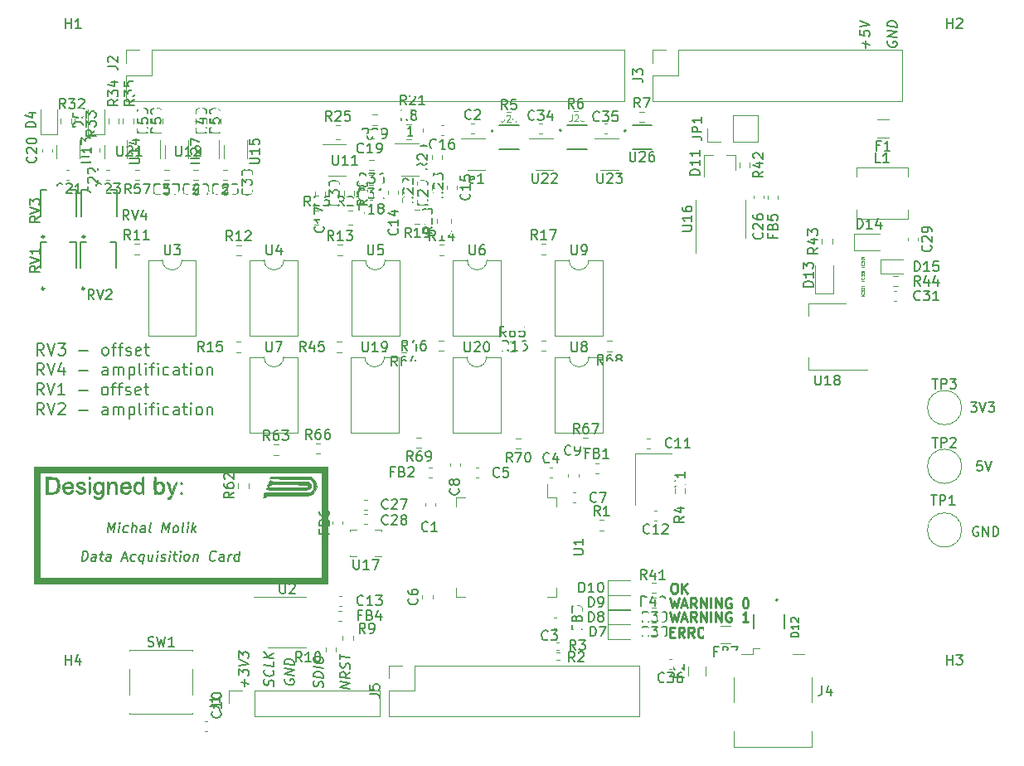
<source format=gto>
G04 #@! TF.GenerationSoftware,KiCad,Pcbnew,(5.1.10)-1*
G04 #@! TF.CreationDate,2022-04-09T14:00:38+02:00*
G04 #@! TF.ProjectId,karta_pomiarowa_v2,6b617274-615f-4706-9f6d-6961726f7761,rev?*
G04 #@! TF.SameCoordinates,Original*
G04 #@! TF.FileFunction,Legend,Top*
G04 #@! TF.FilePolarity,Positive*
%FSLAX46Y46*%
G04 Gerber Fmt 4.6, Leading zero omitted, Abs format (unit mm)*
G04 Created by KiCad (PCBNEW (5.1.10)-1) date 2022-04-09 14:00:38*
%MOMM*%
%LPD*%
G01*
G04 APERTURE LIST*
%ADD10C,0.200000*%
%ADD11C,0.250000*%
%ADD12C,0.150000*%
%ADD13C,0.010000*%
%ADD14C,0.120000*%
%ADD15C,0.127000*%
%ADD16C,0.240000*%
%ADD17C,0.060000*%
%ADD18C,0.050000*%
%ADD19C,0.170000*%
%ADD20C,0.100000*%
%ADD21R,1.300000X1.600000*%
%ADD22R,1.600000X1.500000*%
%ADD23R,1.200000X1.200000*%
%ADD24R,2.000000X1.500000*%
%ADD25R,2.000000X3.800000*%
%ADD26R,1.903000X2.790000*%
%ADD27R,0.450000X0.600000*%
%ADD28R,0.600000X0.450000*%
%ADD29O,1.700000X1.700000*%
%ADD30R,1.700000X1.700000*%
%ADD31R,0.400000X0.650000*%
%ADD32R,1.060000X0.650000*%
%ADD33C,6.400000*%
%ADD34C,3.000000*%
%ADD35R,1.550000X1.300000*%
%ADD36R,2.000000X1.780000*%
%ADD37C,0.900000*%
%ADD38R,0.500000X2.500000*%
%ADD39R,2.000000X2.500000*%
%ADD40R,0.800000X0.900000*%
G04 APERTURE END LIST*
D10*
X42007142Y-73694857D02*
X41607142Y-73123428D01*
X41321428Y-73694857D02*
X41321428Y-72494857D01*
X41778571Y-72494857D01*
X41892857Y-72552000D01*
X41950000Y-72609142D01*
X42007142Y-72723428D01*
X42007142Y-72894857D01*
X41950000Y-73009142D01*
X41892857Y-73066285D01*
X41778571Y-73123428D01*
X41321428Y-73123428D01*
X42350000Y-72494857D02*
X42750000Y-73694857D01*
X43150000Y-72494857D01*
X44178571Y-73694857D02*
X43492857Y-73694857D01*
X43835714Y-73694857D02*
X43835714Y-72494857D01*
X43721428Y-72666285D01*
X43607142Y-72780571D01*
X43492857Y-72837714D01*
X45607142Y-73237714D02*
X46521428Y-73237714D01*
X48178571Y-73694857D02*
X48064285Y-73637714D01*
X48007142Y-73580571D01*
X47950000Y-73466285D01*
X47950000Y-73123428D01*
X48007142Y-73009142D01*
X48064285Y-72952000D01*
X48178571Y-72894857D01*
X48350000Y-72894857D01*
X48464285Y-72952000D01*
X48521428Y-73009142D01*
X48578571Y-73123428D01*
X48578571Y-73466285D01*
X48521428Y-73580571D01*
X48464285Y-73637714D01*
X48350000Y-73694857D01*
X48178571Y-73694857D01*
X48921428Y-72894857D02*
X49378571Y-72894857D01*
X49092857Y-73694857D02*
X49092857Y-72666285D01*
X49150000Y-72552000D01*
X49264285Y-72494857D01*
X49378571Y-72494857D01*
X49607142Y-72894857D02*
X50064285Y-72894857D01*
X49778571Y-73694857D02*
X49778571Y-72666285D01*
X49835714Y-72552000D01*
X49950000Y-72494857D01*
X50064285Y-72494857D01*
X50407142Y-73637714D02*
X50521428Y-73694857D01*
X50750000Y-73694857D01*
X50864285Y-73637714D01*
X50921428Y-73523428D01*
X50921428Y-73466285D01*
X50864285Y-73352000D01*
X50750000Y-73294857D01*
X50578571Y-73294857D01*
X50464285Y-73237714D01*
X50407142Y-73123428D01*
X50407142Y-73066285D01*
X50464285Y-72952000D01*
X50578571Y-72894857D01*
X50750000Y-72894857D01*
X50864285Y-72952000D01*
X51892857Y-73637714D02*
X51778571Y-73694857D01*
X51550000Y-73694857D01*
X51435714Y-73637714D01*
X51378571Y-73523428D01*
X51378571Y-73066285D01*
X51435714Y-72952000D01*
X51550000Y-72894857D01*
X51778571Y-72894857D01*
X51892857Y-72952000D01*
X51950000Y-73066285D01*
X51950000Y-73180571D01*
X51378571Y-73294857D01*
X52292857Y-72894857D02*
X52750000Y-72894857D01*
X52464285Y-72494857D02*
X52464285Y-73523428D01*
X52521428Y-73637714D01*
X52635714Y-73694857D01*
X52750000Y-73694857D01*
X42034857Y-75726857D02*
X41634857Y-75155428D01*
X41349142Y-75726857D02*
X41349142Y-74526857D01*
X41806285Y-74526857D01*
X41920571Y-74584000D01*
X41977714Y-74641142D01*
X42034857Y-74755428D01*
X42034857Y-74926857D01*
X41977714Y-75041142D01*
X41920571Y-75098285D01*
X41806285Y-75155428D01*
X41349142Y-75155428D01*
X42377714Y-74526857D02*
X42777714Y-75726857D01*
X43177714Y-74526857D01*
X43520571Y-74641142D02*
X43577714Y-74584000D01*
X43691999Y-74526857D01*
X43977714Y-74526857D01*
X44091999Y-74584000D01*
X44149142Y-74641142D01*
X44206285Y-74755428D01*
X44206285Y-74869714D01*
X44149142Y-75041142D01*
X43463428Y-75726857D01*
X44206285Y-75726857D01*
X45634857Y-75269714D02*
X46549142Y-75269714D01*
X48549142Y-75726857D02*
X48549142Y-75098285D01*
X48491999Y-74984000D01*
X48377714Y-74926857D01*
X48149142Y-74926857D01*
X48034857Y-74984000D01*
X48549142Y-75669714D02*
X48434857Y-75726857D01*
X48149142Y-75726857D01*
X48034857Y-75669714D01*
X47977714Y-75555428D01*
X47977714Y-75441142D01*
X48034857Y-75326857D01*
X48149142Y-75269714D01*
X48434857Y-75269714D01*
X48549142Y-75212571D01*
X49120571Y-75726857D02*
X49120571Y-74926857D01*
X49120571Y-75041142D02*
X49177714Y-74984000D01*
X49291999Y-74926857D01*
X49463428Y-74926857D01*
X49577714Y-74984000D01*
X49634857Y-75098285D01*
X49634857Y-75726857D01*
X49634857Y-75098285D02*
X49691999Y-74984000D01*
X49806285Y-74926857D01*
X49977714Y-74926857D01*
X50091999Y-74984000D01*
X50149142Y-75098285D01*
X50149142Y-75726857D01*
X50720571Y-74926857D02*
X50720571Y-76126857D01*
X50720571Y-74984000D02*
X50834857Y-74926857D01*
X51063428Y-74926857D01*
X51177714Y-74984000D01*
X51234857Y-75041142D01*
X51291999Y-75155428D01*
X51291999Y-75498285D01*
X51234857Y-75612571D01*
X51177714Y-75669714D01*
X51063428Y-75726857D01*
X50834857Y-75726857D01*
X50720571Y-75669714D01*
X51977714Y-75726857D02*
X51863428Y-75669714D01*
X51806285Y-75555428D01*
X51806285Y-74526857D01*
X52434857Y-75726857D02*
X52434857Y-74926857D01*
X52434857Y-74526857D02*
X52377714Y-74584000D01*
X52434857Y-74641142D01*
X52492000Y-74584000D01*
X52434857Y-74526857D01*
X52434857Y-74641142D01*
X52834857Y-74926857D02*
X53291999Y-74926857D01*
X53006285Y-75726857D02*
X53006285Y-74698285D01*
X53063428Y-74584000D01*
X53177714Y-74526857D01*
X53291999Y-74526857D01*
X53691999Y-75726857D02*
X53691999Y-74926857D01*
X53691999Y-74526857D02*
X53634857Y-74584000D01*
X53691999Y-74641142D01*
X53749142Y-74584000D01*
X53691999Y-74526857D01*
X53691999Y-74641142D01*
X54777714Y-75669714D02*
X54663428Y-75726857D01*
X54434857Y-75726857D01*
X54320571Y-75669714D01*
X54263428Y-75612571D01*
X54206285Y-75498285D01*
X54206285Y-75155428D01*
X54263428Y-75041142D01*
X54320571Y-74984000D01*
X54434857Y-74926857D01*
X54663428Y-74926857D01*
X54777714Y-74984000D01*
X55806285Y-75726857D02*
X55806285Y-75098285D01*
X55749142Y-74984000D01*
X55634857Y-74926857D01*
X55406285Y-74926857D01*
X55291999Y-74984000D01*
X55806285Y-75669714D02*
X55691999Y-75726857D01*
X55406285Y-75726857D01*
X55291999Y-75669714D01*
X55234857Y-75555428D01*
X55234857Y-75441142D01*
X55291999Y-75326857D01*
X55406285Y-75269714D01*
X55691999Y-75269714D01*
X55806285Y-75212571D01*
X56206285Y-74926857D02*
X56663428Y-74926857D01*
X56377714Y-74526857D02*
X56377714Y-75555428D01*
X56434857Y-75669714D01*
X56549142Y-75726857D01*
X56663428Y-75726857D01*
X57063428Y-75726857D02*
X57063428Y-74926857D01*
X57063428Y-74526857D02*
X57006285Y-74584000D01*
X57063428Y-74641142D01*
X57120571Y-74584000D01*
X57063428Y-74526857D01*
X57063428Y-74641142D01*
X57806285Y-75726857D02*
X57691999Y-75669714D01*
X57634857Y-75612571D01*
X57577714Y-75498285D01*
X57577714Y-75155428D01*
X57634857Y-75041142D01*
X57691999Y-74984000D01*
X57806285Y-74926857D01*
X57977714Y-74926857D01*
X58091999Y-74984000D01*
X58149142Y-75041142D01*
X58206285Y-75155428D01*
X58206285Y-75498285D01*
X58149142Y-75612571D01*
X58091999Y-75669714D01*
X57977714Y-75726857D01*
X57806285Y-75726857D01*
X58720571Y-74926857D02*
X58720571Y-75726857D01*
X58720571Y-75041142D02*
X58777714Y-74984000D01*
X58892000Y-74926857D01*
X59063428Y-74926857D01*
X59177714Y-74984000D01*
X59234857Y-75098285D01*
X59234857Y-75726857D01*
X42034857Y-71662857D02*
X41634857Y-71091428D01*
X41349142Y-71662857D02*
X41349142Y-70462857D01*
X41806285Y-70462857D01*
X41920571Y-70520000D01*
X41977714Y-70577142D01*
X42034857Y-70691428D01*
X42034857Y-70862857D01*
X41977714Y-70977142D01*
X41920571Y-71034285D01*
X41806285Y-71091428D01*
X41349142Y-71091428D01*
X42377714Y-70462857D02*
X42777714Y-71662857D01*
X43177714Y-70462857D01*
X44091999Y-70862857D02*
X44091999Y-71662857D01*
X43806285Y-70405714D02*
X43520571Y-71262857D01*
X44263428Y-71262857D01*
X45634857Y-71205714D02*
X46549142Y-71205714D01*
X48549142Y-71662857D02*
X48549142Y-71034285D01*
X48491999Y-70920000D01*
X48377714Y-70862857D01*
X48149142Y-70862857D01*
X48034857Y-70920000D01*
X48549142Y-71605714D02*
X48434857Y-71662857D01*
X48149142Y-71662857D01*
X48034857Y-71605714D01*
X47977714Y-71491428D01*
X47977714Y-71377142D01*
X48034857Y-71262857D01*
X48149142Y-71205714D01*
X48434857Y-71205714D01*
X48549142Y-71148571D01*
X49120571Y-71662857D02*
X49120571Y-70862857D01*
X49120571Y-70977142D02*
X49177714Y-70920000D01*
X49291999Y-70862857D01*
X49463428Y-70862857D01*
X49577714Y-70920000D01*
X49634857Y-71034285D01*
X49634857Y-71662857D01*
X49634857Y-71034285D02*
X49691999Y-70920000D01*
X49806285Y-70862857D01*
X49977714Y-70862857D01*
X50091999Y-70920000D01*
X50149142Y-71034285D01*
X50149142Y-71662857D01*
X50720571Y-70862857D02*
X50720571Y-72062857D01*
X50720571Y-70920000D02*
X50834857Y-70862857D01*
X51063428Y-70862857D01*
X51177714Y-70920000D01*
X51234857Y-70977142D01*
X51291999Y-71091428D01*
X51291999Y-71434285D01*
X51234857Y-71548571D01*
X51177714Y-71605714D01*
X51063428Y-71662857D01*
X50834857Y-71662857D01*
X50720571Y-71605714D01*
X51977714Y-71662857D02*
X51863428Y-71605714D01*
X51806285Y-71491428D01*
X51806285Y-70462857D01*
X52434857Y-71662857D02*
X52434857Y-70862857D01*
X52434857Y-70462857D02*
X52377714Y-70520000D01*
X52434857Y-70577142D01*
X52492000Y-70520000D01*
X52434857Y-70462857D01*
X52434857Y-70577142D01*
X52834857Y-70862857D02*
X53291999Y-70862857D01*
X53006285Y-71662857D02*
X53006285Y-70634285D01*
X53063428Y-70520000D01*
X53177714Y-70462857D01*
X53291999Y-70462857D01*
X53691999Y-71662857D02*
X53691999Y-70862857D01*
X53691999Y-70462857D02*
X53634857Y-70520000D01*
X53691999Y-70577142D01*
X53749142Y-70520000D01*
X53691999Y-70462857D01*
X53691999Y-70577142D01*
X54777714Y-71605714D02*
X54663428Y-71662857D01*
X54434857Y-71662857D01*
X54320571Y-71605714D01*
X54263428Y-71548571D01*
X54206285Y-71434285D01*
X54206285Y-71091428D01*
X54263428Y-70977142D01*
X54320571Y-70920000D01*
X54434857Y-70862857D01*
X54663428Y-70862857D01*
X54777714Y-70920000D01*
X55806285Y-71662857D02*
X55806285Y-71034285D01*
X55749142Y-70920000D01*
X55634857Y-70862857D01*
X55406285Y-70862857D01*
X55291999Y-70920000D01*
X55806285Y-71605714D02*
X55691999Y-71662857D01*
X55406285Y-71662857D01*
X55291999Y-71605714D01*
X55234857Y-71491428D01*
X55234857Y-71377142D01*
X55291999Y-71262857D01*
X55406285Y-71205714D01*
X55691999Y-71205714D01*
X55806285Y-71148571D01*
X56206285Y-70862857D02*
X56663428Y-70862857D01*
X56377714Y-70462857D02*
X56377714Y-71491428D01*
X56434857Y-71605714D01*
X56549142Y-71662857D01*
X56663428Y-71662857D01*
X57063428Y-71662857D02*
X57063428Y-70862857D01*
X57063428Y-70462857D02*
X57006285Y-70520000D01*
X57063428Y-70577142D01*
X57120571Y-70520000D01*
X57063428Y-70462857D01*
X57063428Y-70577142D01*
X57806285Y-71662857D02*
X57691999Y-71605714D01*
X57634857Y-71548571D01*
X57577714Y-71434285D01*
X57577714Y-71091428D01*
X57634857Y-70977142D01*
X57691999Y-70920000D01*
X57806285Y-70862857D01*
X57977714Y-70862857D01*
X58091999Y-70920000D01*
X58149142Y-70977142D01*
X58206285Y-71091428D01*
X58206285Y-71434285D01*
X58149142Y-71548571D01*
X58091999Y-71605714D01*
X57977714Y-71662857D01*
X57806285Y-71662857D01*
X58720571Y-70862857D02*
X58720571Y-71662857D01*
X58720571Y-70977142D02*
X58777714Y-70920000D01*
X58892000Y-70862857D01*
X59063428Y-70862857D01*
X59177714Y-70920000D01*
X59234857Y-71034285D01*
X59234857Y-71662857D01*
X42037142Y-69652857D02*
X41637142Y-69081428D01*
X41351428Y-69652857D02*
X41351428Y-68452857D01*
X41808571Y-68452857D01*
X41922857Y-68510000D01*
X41980000Y-68567142D01*
X42037142Y-68681428D01*
X42037142Y-68852857D01*
X41980000Y-68967142D01*
X41922857Y-69024285D01*
X41808571Y-69081428D01*
X41351428Y-69081428D01*
X42380000Y-68452857D02*
X42780000Y-69652857D01*
X43180000Y-68452857D01*
X43465714Y-68452857D02*
X44208571Y-68452857D01*
X43808571Y-68910000D01*
X43980000Y-68910000D01*
X44094285Y-68967142D01*
X44151428Y-69024285D01*
X44208571Y-69138571D01*
X44208571Y-69424285D01*
X44151428Y-69538571D01*
X44094285Y-69595714D01*
X43980000Y-69652857D01*
X43637142Y-69652857D01*
X43522857Y-69595714D01*
X43465714Y-69538571D01*
X45637142Y-69195714D02*
X46551428Y-69195714D01*
X48208571Y-69652857D02*
X48094285Y-69595714D01*
X48037142Y-69538571D01*
X47980000Y-69424285D01*
X47980000Y-69081428D01*
X48037142Y-68967142D01*
X48094285Y-68910000D01*
X48208571Y-68852857D01*
X48380000Y-68852857D01*
X48494285Y-68910000D01*
X48551428Y-68967142D01*
X48608571Y-69081428D01*
X48608571Y-69424285D01*
X48551428Y-69538571D01*
X48494285Y-69595714D01*
X48380000Y-69652857D01*
X48208571Y-69652857D01*
X48951428Y-68852857D02*
X49408571Y-68852857D01*
X49122857Y-69652857D02*
X49122857Y-68624285D01*
X49180000Y-68510000D01*
X49294285Y-68452857D01*
X49408571Y-68452857D01*
X49637142Y-68852857D02*
X50094285Y-68852857D01*
X49808571Y-69652857D02*
X49808571Y-68624285D01*
X49865714Y-68510000D01*
X49980000Y-68452857D01*
X50094285Y-68452857D01*
X50437142Y-69595714D02*
X50551428Y-69652857D01*
X50780000Y-69652857D01*
X50894285Y-69595714D01*
X50951428Y-69481428D01*
X50951428Y-69424285D01*
X50894285Y-69310000D01*
X50780000Y-69252857D01*
X50608571Y-69252857D01*
X50494285Y-69195714D01*
X50437142Y-69081428D01*
X50437142Y-69024285D01*
X50494285Y-68910000D01*
X50608571Y-68852857D01*
X50780000Y-68852857D01*
X50894285Y-68910000D01*
X51922857Y-69595714D02*
X51808571Y-69652857D01*
X51580000Y-69652857D01*
X51465714Y-69595714D01*
X51408571Y-69481428D01*
X51408571Y-69024285D01*
X51465714Y-68910000D01*
X51580000Y-68852857D01*
X51808571Y-68852857D01*
X51922857Y-68910000D01*
X51980000Y-69024285D01*
X51980000Y-69138571D01*
X51408571Y-69252857D01*
X52322857Y-68852857D02*
X52780000Y-68852857D01*
X52494285Y-68452857D02*
X52494285Y-69481428D01*
X52551428Y-69595714D01*
X52665714Y-69652857D01*
X52780000Y-69652857D01*
D11*
X105961904Y-97928571D02*
X106295238Y-97928571D01*
X106438095Y-98452380D02*
X105961904Y-98452380D01*
X105961904Y-97452380D01*
X106438095Y-97452380D01*
X107438095Y-98452380D02*
X107104761Y-97976190D01*
X106866666Y-98452380D02*
X106866666Y-97452380D01*
X107247619Y-97452380D01*
X107342857Y-97500000D01*
X107390476Y-97547619D01*
X107438095Y-97642857D01*
X107438095Y-97785714D01*
X107390476Y-97880952D01*
X107342857Y-97928571D01*
X107247619Y-97976190D01*
X106866666Y-97976190D01*
X108438095Y-98452380D02*
X108104761Y-97976190D01*
X107866666Y-98452380D02*
X107866666Y-97452380D01*
X108247619Y-97452380D01*
X108342857Y-97500000D01*
X108390476Y-97547619D01*
X108438095Y-97642857D01*
X108438095Y-97785714D01*
X108390476Y-97880952D01*
X108342857Y-97928571D01*
X108247619Y-97976190D01*
X107866666Y-97976190D01*
X109057142Y-97452380D02*
X109247619Y-97452380D01*
X109342857Y-97500000D01*
X109438095Y-97595238D01*
X109485714Y-97785714D01*
X109485714Y-98119047D01*
X109438095Y-98309523D01*
X109342857Y-98404761D01*
X109247619Y-98452380D01*
X109057142Y-98452380D01*
X108961904Y-98404761D01*
X108866666Y-98309523D01*
X108819047Y-98119047D01*
X108819047Y-97785714D01*
X108866666Y-97595238D01*
X108961904Y-97500000D01*
X109057142Y-97452380D01*
X110485714Y-98452380D02*
X110152380Y-97976190D01*
X109914285Y-98452380D02*
X109914285Y-97452380D01*
X110295238Y-97452380D01*
X110390476Y-97500000D01*
X110438095Y-97547619D01*
X110485714Y-97642857D01*
X110485714Y-97785714D01*
X110438095Y-97880952D01*
X110390476Y-97928571D01*
X110295238Y-97976190D01*
X109914285Y-97976190D01*
X106000000Y-95852380D02*
X106238095Y-96852380D01*
X106428571Y-96138095D01*
X106619047Y-96852380D01*
X106857142Y-95852380D01*
X107190476Y-96566666D02*
X107666666Y-96566666D01*
X107095238Y-96852380D02*
X107428571Y-95852380D01*
X107761904Y-96852380D01*
X108666666Y-96852380D02*
X108333333Y-96376190D01*
X108095238Y-96852380D02*
X108095238Y-95852380D01*
X108476190Y-95852380D01*
X108571428Y-95900000D01*
X108619047Y-95947619D01*
X108666666Y-96042857D01*
X108666666Y-96185714D01*
X108619047Y-96280952D01*
X108571428Y-96328571D01*
X108476190Y-96376190D01*
X108095238Y-96376190D01*
X109095238Y-96852380D02*
X109095238Y-95852380D01*
X109666666Y-96852380D01*
X109666666Y-95852380D01*
X110142857Y-96852380D02*
X110142857Y-95852380D01*
X110619047Y-96852380D02*
X110619047Y-95852380D01*
X111190476Y-96852380D01*
X111190476Y-95852380D01*
X112190476Y-95900000D02*
X112095238Y-95852380D01*
X111952380Y-95852380D01*
X111809523Y-95900000D01*
X111714285Y-95995238D01*
X111666666Y-96090476D01*
X111619047Y-96280952D01*
X111619047Y-96423809D01*
X111666666Y-96614285D01*
X111714285Y-96709523D01*
X111809523Y-96804761D01*
X111952380Y-96852380D01*
X112047619Y-96852380D01*
X112190476Y-96804761D01*
X112238095Y-96757142D01*
X112238095Y-96423809D01*
X112047619Y-96423809D01*
X113952380Y-96852380D02*
X113380952Y-96852380D01*
X113666666Y-96852380D02*
X113666666Y-95852380D01*
X113571428Y-95995238D01*
X113476190Y-96090476D01*
X113380952Y-96138095D01*
X106000000Y-94452380D02*
X106238095Y-95452380D01*
X106428571Y-94738095D01*
X106619047Y-95452380D01*
X106857142Y-94452380D01*
X107190476Y-95166666D02*
X107666666Y-95166666D01*
X107095238Y-95452380D02*
X107428571Y-94452380D01*
X107761904Y-95452380D01*
X108666666Y-95452380D02*
X108333333Y-94976190D01*
X108095238Y-95452380D02*
X108095238Y-94452380D01*
X108476190Y-94452380D01*
X108571428Y-94500000D01*
X108619047Y-94547619D01*
X108666666Y-94642857D01*
X108666666Y-94785714D01*
X108619047Y-94880952D01*
X108571428Y-94928571D01*
X108476190Y-94976190D01*
X108095238Y-94976190D01*
X109095238Y-95452380D02*
X109095238Y-94452380D01*
X109666666Y-95452380D01*
X109666666Y-94452380D01*
X110142857Y-95452380D02*
X110142857Y-94452380D01*
X110619047Y-95452380D02*
X110619047Y-94452380D01*
X111190476Y-95452380D01*
X111190476Y-94452380D01*
X112190476Y-94500000D02*
X112095238Y-94452380D01*
X111952380Y-94452380D01*
X111809523Y-94500000D01*
X111714285Y-94595238D01*
X111666666Y-94690476D01*
X111619047Y-94880952D01*
X111619047Y-95023809D01*
X111666666Y-95214285D01*
X111714285Y-95309523D01*
X111809523Y-95404761D01*
X111952380Y-95452380D01*
X112047619Y-95452380D01*
X112190476Y-95404761D01*
X112238095Y-95357142D01*
X112238095Y-95023809D01*
X112047619Y-95023809D01*
X113619047Y-94452380D02*
X113714285Y-94452380D01*
X113809523Y-94500000D01*
X113857142Y-94547619D01*
X113904761Y-94642857D01*
X113952380Y-94833333D01*
X113952380Y-95071428D01*
X113904761Y-95261904D01*
X113857142Y-95357142D01*
X113809523Y-95404761D01*
X113714285Y-95452380D01*
X113619047Y-95452380D01*
X113523809Y-95404761D01*
X113476190Y-95357142D01*
X113428571Y-95261904D01*
X113380952Y-95071428D01*
X113380952Y-94833333D01*
X113428571Y-94642857D01*
X113476190Y-94547619D01*
X113523809Y-94500000D01*
X113619047Y-94452380D01*
X106304761Y-92952380D02*
X106495238Y-92952380D01*
X106590476Y-93000000D01*
X106685714Y-93095238D01*
X106733333Y-93285714D01*
X106733333Y-93619047D01*
X106685714Y-93809523D01*
X106590476Y-93904761D01*
X106495238Y-93952380D01*
X106304761Y-93952380D01*
X106209523Y-93904761D01*
X106114285Y-93809523D01*
X106066666Y-93619047D01*
X106066666Y-93285714D01*
X106114285Y-93095238D01*
X106209523Y-93000000D01*
X106304761Y-92952380D01*
X107161904Y-93952380D02*
X107161904Y-92952380D01*
X107733333Y-93952380D02*
X107304761Y-93380952D01*
X107733333Y-92952380D02*
X107161904Y-93523809D01*
D10*
X137438095Y-87200000D02*
X137342857Y-87152380D01*
X137200000Y-87152380D01*
X137057142Y-87200000D01*
X136961904Y-87295238D01*
X136914285Y-87390476D01*
X136866666Y-87580952D01*
X136866666Y-87723809D01*
X136914285Y-87914285D01*
X136961904Y-88009523D01*
X137057142Y-88104761D01*
X137200000Y-88152380D01*
X137295238Y-88152380D01*
X137438095Y-88104761D01*
X137485714Y-88057142D01*
X137485714Y-87723809D01*
X137295238Y-87723809D01*
X137914285Y-88152380D02*
X137914285Y-87152380D01*
X138485714Y-88152380D01*
X138485714Y-87152380D01*
X138961904Y-88152380D02*
X138961904Y-87152380D01*
X139200000Y-87152380D01*
X139342857Y-87200000D01*
X139438095Y-87295238D01*
X139485714Y-87390476D01*
X139533333Y-87580952D01*
X139533333Y-87723809D01*
X139485714Y-87914285D01*
X139438095Y-88009523D01*
X139342857Y-88104761D01*
X139200000Y-88152380D01*
X138961904Y-88152380D01*
X137809523Y-80452380D02*
X137333333Y-80452380D01*
X137285714Y-80928571D01*
X137333333Y-80880952D01*
X137428571Y-80833333D01*
X137666666Y-80833333D01*
X137761904Y-80880952D01*
X137809523Y-80928571D01*
X137857142Y-81023809D01*
X137857142Y-81261904D01*
X137809523Y-81357142D01*
X137761904Y-81404761D01*
X137666666Y-81452380D01*
X137428571Y-81452380D01*
X137333333Y-81404761D01*
X137285714Y-81357142D01*
X138142857Y-80452380D02*
X138476190Y-81452380D01*
X138809523Y-80452380D01*
X136661904Y-74452380D02*
X137280952Y-74452380D01*
X136947619Y-74833333D01*
X137090476Y-74833333D01*
X137185714Y-74880952D01*
X137233333Y-74928571D01*
X137280952Y-75023809D01*
X137280952Y-75261904D01*
X137233333Y-75357142D01*
X137185714Y-75404761D01*
X137090476Y-75452380D01*
X136804761Y-75452380D01*
X136709523Y-75404761D01*
X136661904Y-75357142D01*
X137566666Y-74452380D02*
X137900000Y-75452380D01*
X138233333Y-74452380D01*
X138471428Y-74452380D02*
X139090476Y-74452380D01*
X138757142Y-74833333D01*
X138900000Y-74833333D01*
X138995238Y-74880952D01*
X139042857Y-74928571D01*
X139090476Y-75023809D01*
X139090476Y-75261904D01*
X139042857Y-75357142D01*
X138995238Y-75404761D01*
X138900000Y-75452380D01*
X138614285Y-75452380D01*
X138519047Y-75404761D01*
X138471428Y-75357142D01*
X128200000Y-37546904D02*
X128152380Y-37636190D01*
X128152380Y-37779047D01*
X128200000Y-37927857D01*
X128295238Y-38035000D01*
X128390476Y-38094523D01*
X128580952Y-38165952D01*
X128723809Y-38183809D01*
X128914285Y-38160000D01*
X129009523Y-38124285D01*
X129104761Y-38040952D01*
X129152380Y-37904047D01*
X129152380Y-37808809D01*
X129104761Y-37660000D01*
X129057142Y-37606428D01*
X128723809Y-37564761D01*
X128723809Y-37755238D01*
X129152380Y-37189761D02*
X128152380Y-37064761D01*
X129152380Y-36618333D01*
X128152380Y-36493333D01*
X129152380Y-36142142D02*
X128152380Y-36017142D01*
X128152380Y-35779047D01*
X128200000Y-35642142D01*
X128295238Y-35558809D01*
X128390476Y-35523095D01*
X128580952Y-35499285D01*
X128723809Y-35517142D01*
X128914285Y-35588571D01*
X129009523Y-35648095D01*
X129104761Y-35755238D01*
X129152380Y-35904047D01*
X129152380Y-36142142D01*
X125971428Y-38242142D02*
X125971428Y-37480238D01*
X126352380Y-37908809D02*
X125590476Y-37813571D01*
X125352380Y-36450476D02*
X125352380Y-36926666D01*
X125828571Y-37033809D01*
X125780952Y-36980238D01*
X125733333Y-36879047D01*
X125733333Y-36640952D01*
X125780952Y-36551666D01*
X125828571Y-36510000D01*
X125923809Y-36474285D01*
X126161904Y-36504047D01*
X126257142Y-36563571D01*
X126304761Y-36617142D01*
X126352380Y-36718333D01*
X126352380Y-36956428D01*
X126304761Y-37045714D01*
X126257142Y-37087380D01*
X125352380Y-36117142D02*
X126352380Y-35908809D01*
X125352380Y-35450476D01*
D12*
X73302380Y-103692842D02*
X72302380Y-103567842D01*
X73302380Y-103121413D01*
X72302380Y-102996413D01*
X73302380Y-102073794D02*
X72826190Y-102347604D01*
X73302380Y-102645223D02*
X72302380Y-102520223D01*
X72302380Y-102139270D01*
X72350000Y-102049985D01*
X72397619Y-102008318D01*
X72492857Y-101972604D01*
X72635714Y-101990461D01*
X72730952Y-102049985D01*
X72778571Y-102103556D01*
X72826190Y-102204747D01*
X72826190Y-102585699D01*
X73254761Y-101686889D02*
X73302380Y-101549985D01*
X73302380Y-101311889D01*
X73254761Y-101210699D01*
X73207142Y-101157127D01*
X73111904Y-101097604D01*
X73016666Y-101085699D01*
X72921428Y-101121413D01*
X72873809Y-101163080D01*
X72826190Y-101252366D01*
X72778571Y-101436889D01*
X72730952Y-101526175D01*
X72683333Y-101567842D01*
X72588095Y-101603556D01*
X72492857Y-101591651D01*
X72397619Y-101532127D01*
X72350000Y-101478556D01*
X72302380Y-101377366D01*
X72302380Y-101139270D01*
X72350000Y-101002366D01*
X72302380Y-100710699D02*
X72302380Y-100139270D01*
X73302380Y-100549985D02*
X72302380Y-100424985D01*
X70504761Y-103591651D02*
X70552380Y-103454747D01*
X70552380Y-103216651D01*
X70504761Y-103115461D01*
X70457142Y-103061889D01*
X70361904Y-103002366D01*
X70266666Y-102990461D01*
X70171428Y-103026175D01*
X70123809Y-103067842D01*
X70076190Y-103157127D01*
X70028571Y-103341651D01*
X69980952Y-103430937D01*
X69933333Y-103472604D01*
X69838095Y-103508318D01*
X69742857Y-103496413D01*
X69647619Y-103436889D01*
X69600000Y-103383318D01*
X69552380Y-103282127D01*
X69552380Y-103044032D01*
X69600000Y-102907127D01*
X70552380Y-102597604D02*
X69552380Y-102472604D01*
X69552380Y-102234508D01*
X69600000Y-102097604D01*
X69695238Y-102014270D01*
X69790476Y-101978556D01*
X69980952Y-101954747D01*
X70123809Y-101972604D01*
X70314285Y-102044032D01*
X70409523Y-102103556D01*
X70504761Y-102210699D01*
X70552380Y-102359508D01*
X70552380Y-102597604D01*
X70552380Y-101597604D02*
X69552380Y-101472604D01*
X69552380Y-100805937D02*
X69552380Y-100615461D01*
X69600000Y-100526175D01*
X69695238Y-100442842D01*
X69885714Y-100419032D01*
X70219047Y-100460699D01*
X70409523Y-100532127D01*
X70504761Y-100639270D01*
X70552380Y-100740461D01*
X70552380Y-100930937D01*
X70504761Y-101020223D01*
X70409523Y-101103556D01*
X70219047Y-101127366D01*
X69885714Y-101085699D01*
X69695238Y-101014270D01*
X69600000Y-100907127D01*
X69552380Y-100805937D01*
X66650000Y-102692842D02*
X66602380Y-102782127D01*
X66602380Y-102924985D01*
X66650000Y-103073794D01*
X66745238Y-103180937D01*
X66840476Y-103240461D01*
X67030952Y-103311889D01*
X67173809Y-103329747D01*
X67364285Y-103305937D01*
X67459523Y-103270223D01*
X67554761Y-103186889D01*
X67602380Y-103049985D01*
X67602380Y-102954747D01*
X67554761Y-102805937D01*
X67507142Y-102752366D01*
X67173809Y-102710699D01*
X67173809Y-102901175D01*
X67602380Y-102335699D02*
X66602380Y-102210699D01*
X67602380Y-101764270D01*
X66602380Y-101639270D01*
X67602380Y-101288080D02*
X66602380Y-101163080D01*
X66602380Y-100924985D01*
X66650000Y-100788080D01*
X66745238Y-100704747D01*
X66840476Y-100669032D01*
X67030952Y-100645223D01*
X67173809Y-100663080D01*
X67364285Y-100734508D01*
X67459523Y-100794032D01*
X67554761Y-100901175D01*
X67602380Y-101049985D01*
X67602380Y-101288080D01*
X65454761Y-103434508D02*
X65502380Y-103297604D01*
X65502380Y-103059508D01*
X65454761Y-102958318D01*
X65407142Y-102904747D01*
X65311904Y-102845223D01*
X65216666Y-102833318D01*
X65121428Y-102869032D01*
X65073809Y-102910699D01*
X65026190Y-102999985D01*
X64978571Y-103184508D01*
X64930952Y-103273794D01*
X64883333Y-103315461D01*
X64788095Y-103351175D01*
X64692857Y-103339270D01*
X64597619Y-103279747D01*
X64550000Y-103226175D01*
X64502380Y-103124985D01*
X64502380Y-102886889D01*
X64550000Y-102749985D01*
X65407142Y-101857127D02*
X65454761Y-101910699D01*
X65502380Y-102059508D01*
X65502380Y-102154747D01*
X65454761Y-102291651D01*
X65359523Y-102374985D01*
X65264285Y-102410699D01*
X65073809Y-102434508D01*
X64930952Y-102416651D01*
X64740476Y-102345223D01*
X64645238Y-102285699D01*
X64550000Y-102178556D01*
X64502380Y-102029747D01*
X64502380Y-101934508D01*
X64550000Y-101797604D01*
X64597619Y-101755937D01*
X65502380Y-100964270D02*
X65502380Y-101440461D01*
X64502380Y-101315461D01*
X65502380Y-100630937D02*
X64502380Y-100505937D01*
X65502380Y-100059508D02*
X64930952Y-100416651D01*
X64502380Y-99934508D02*
X65073809Y-100577366D01*
X62571428Y-103514270D02*
X62571428Y-102752366D01*
X62952380Y-103180937D02*
X62190476Y-103085699D01*
X61952380Y-102294032D02*
X61952380Y-101674985D01*
X62333333Y-102055937D01*
X62333333Y-101913080D01*
X62380952Y-101823794D01*
X62428571Y-101782127D01*
X62523809Y-101746413D01*
X62761904Y-101776175D01*
X62857142Y-101835699D01*
X62904761Y-101889270D01*
X62952380Y-101990461D01*
X62952380Y-102276175D01*
X62904761Y-102365461D01*
X62857142Y-102407127D01*
X61952380Y-101389270D02*
X62952380Y-101180937D01*
X61952380Y-100722604D01*
X61952380Y-100484508D02*
X61952380Y-99865461D01*
X62333333Y-100246413D01*
X62333333Y-100103556D01*
X62380952Y-100014270D01*
X62428571Y-99972604D01*
X62523809Y-99936889D01*
X62761904Y-99966651D01*
X62857142Y-100026175D01*
X62904761Y-100079747D01*
X62952380Y-100180937D01*
X62952380Y-100466651D01*
X62904761Y-100555937D01*
X62857142Y-100597604D01*
D10*
X45895952Y-90652380D02*
X46020952Y-89652380D01*
X46259047Y-89652380D01*
X46395952Y-89700000D01*
X46479285Y-89795238D01*
X46515000Y-89890476D01*
X46538809Y-90080952D01*
X46520952Y-90223809D01*
X46449523Y-90414285D01*
X46390000Y-90509523D01*
X46282857Y-90604761D01*
X46134047Y-90652380D01*
X45895952Y-90652380D01*
X47324523Y-90652380D02*
X47390000Y-90128571D01*
X47354285Y-90033333D01*
X47265000Y-89985714D01*
X47074523Y-89985714D01*
X46973333Y-90033333D01*
X47330476Y-90604761D02*
X47229285Y-90652380D01*
X46991190Y-90652380D01*
X46901904Y-90604761D01*
X46866190Y-90509523D01*
X46878095Y-90414285D01*
X46937619Y-90319047D01*
X47038809Y-90271428D01*
X47276904Y-90271428D01*
X47378095Y-90223809D01*
X47741190Y-89985714D02*
X48122142Y-89985714D01*
X47925714Y-89652380D02*
X47818571Y-90509523D01*
X47854285Y-90604761D01*
X47943571Y-90652380D01*
X48038809Y-90652380D01*
X48800714Y-90652380D02*
X48866190Y-90128571D01*
X48830476Y-90033333D01*
X48741190Y-89985714D01*
X48550714Y-89985714D01*
X48449523Y-90033333D01*
X48806666Y-90604761D02*
X48705476Y-90652380D01*
X48467380Y-90652380D01*
X48378095Y-90604761D01*
X48342380Y-90509523D01*
X48354285Y-90414285D01*
X48413809Y-90319047D01*
X48515000Y-90271428D01*
X48753095Y-90271428D01*
X48854285Y-90223809D01*
X50026904Y-90366666D02*
X50503095Y-90366666D01*
X49895952Y-90652380D02*
X50354285Y-89652380D01*
X50562619Y-90652380D01*
X51330476Y-90604761D02*
X51229285Y-90652380D01*
X51038809Y-90652380D01*
X50949523Y-90604761D01*
X50907857Y-90557142D01*
X50872142Y-90461904D01*
X50907857Y-90176190D01*
X50967380Y-90080952D01*
X51020952Y-90033333D01*
X51122142Y-89985714D01*
X51312619Y-89985714D01*
X51401904Y-90033333D01*
X52265000Y-89985714D02*
X52140000Y-90985714D01*
X52187619Y-90604761D02*
X52086428Y-90652380D01*
X51895952Y-90652380D01*
X51806666Y-90604761D01*
X51765000Y-90557142D01*
X51729285Y-90461904D01*
X51765000Y-90176190D01*
X51824523Y-90080952D01*
X51878095Y-90033333D01*
X51979285Y-89985714D01*
X52169761Y-89985714D01*
X52259047Y-90033333D01*
X53169761Y-89985714D02*
X53086428Y-90652380D01*
X52741190Y-89985714D02*
X52675714Y-90509523D01*
X52711428Y-90604761D01*
X52800714Y-90652380D01*
X52943571Y-90652380D01*
X53044761Y-90604761D01*
X53098333Y-90557142D01*
X53562619Y-90652380D02*
X53645952Y-89985714D01*
X53687619Y-89652380D02*
X53634047Y-89700000D01*
X53675714Y-89747619D01*
X53729285Y-89700000D01*
X53687619Y-89652380D01*
X53675714Y-89747619D01*
X53997142Y-90604761D02*
X54086428Y-90652380D01*
X54276904Y-90652380D01*
X54378095Y-90604761D01*
X54437619Y-90509523D01*
X54443571Y-90461904D01*
X54407857Y-90366666D01*
X54318571Y-90319047D01*
X54175714Y-90319047D01*
X54086428Y-90271428D01*
X54050714Y-90176190D01*
X54056666Y-90128571D01*
X54116190Y-90033333D01*
X54217380Y-89985714D01*
X54360238Y-89985714D01*
X54449523Y-90033333D01*
X54848333Y-90652380D02*
X54931666Y-89985714D01*
X54973333Y-89652380D02*
X54919761Y-89700000D01*
X54961428Y-89747619D01*
X55015000Y-89700000D01*
X54973333Y-89652380D01*
X54961428Y-89747619D01*
X55265000Y-89985714D02*
X55645952Y-89985714D01*
X55449523Y-89652380D02*
X55342380Y-90509523D01*
X55378095Y-90604761D01*
X55467380Y-90652380D01*
X55562619Y-90652380D01*
X55895952Y-90652380D02*
X55979285Y-89985714D01*
X56020952Y-89652380D02*
X55967380Y-89700000D01*
X56009047Y-89747619D01*
X56062619Y-89700000D01*
X56020952Y-89652380D01*
X56009047Y-89747619D01*
X56515000Y-90652380D02*
X56425714Y-90604761D01*
X56384047Y-90557142D01*
X56348333Y-90461904D01*
X56384047Y-90176190D01*
X56443571Y-90080952D01*
X56497142Y-90033333D01*
X56598333Y-89985714D01*
X56741190Y-89985714D01*
X56830476Y-90033333D01*
X56872142Y-90080952D01*
X56907857Y-90176190D01*
X56872142Y-90461904D01*
X56812619Y-90557142D01*
X56759047Y-90604761D01*
X56657857Y-90652380D01*
X56515000Y-90652380D01*
X57360238Y-89985714D02*
X57276904Y-90652380D01*
X57348333Y-90080952D02*
X57401904Y-90033333D01*
X57503095Y-89985714D01*
X57645952Y-89985714D01*
X57735238Y-90033333D01*
X57770952Y-90128571D01*
X57705476Y-90652380D01*
X59526904Y-90557142D02*
X59473333Y-90604761D01*
X59324523Y-90652380D01*
X59229285Y-90652380D01*
X59092380Y-90604761D01*
X59009047Y-90509523D01*
X58973333Y-90414285D01*
X58949523Y-90223809D01*
X58967380Y-90080952D01*
X59038809Y-89890476D01*
X59098333Y-89795238D01*
X59205476Y-89700000D01*
X59354285Y-89652380D01*
X59449523Y-89652380D01*
X59586428Y-89700000D01*
X59628095Y-89747619D01*
X60372142Y-90652380D02*
X60437619Y-90128571D01*
X60401904Y-90033333D01*
X60312619Y-89985714D01*
X60122142Y-89985714D01*
X60020952Y-90033333D01*
X60378095Y-90604761D02*
X60276904Y-90652380D01*
X60038809Y-90652380D01*
X59949523Y-90604761D01*
X59913809Y-90509523D01*
X59925714Y-90414285D01*
X59985238Y-90319047D01*
X60086428Y-90271428D01*
X60324523Y-90271428D01*
X60425714Y-90223809D01*
X60848333Y-90652380D02*
X60931666Y-89985714D01*
X60907857Y-90176190D02*
X60967380Y-90080952D01*
X61020952Y-90033333D01*
X61122142Y-89985714D01*
X61217380Y-89985714D01*
X61895952Y-90652380D02*
X62020952Y-89652380D01*
X61901904Y-90604761D02*
X61800714Y-90652380D01*
X61610238Y-90652380D01*
X61520952Y-90604761D01*
X61479285Y-90557142D01*
X61443571Y-90461904D01*
X61479285Y-90176190D01*
X61538809Y-90080952D01*
X61592380Y-90033333D01*
X61693571Y-89985714D01*
X61884047Y-89985714D01*
X61973333Y-90033333D01*
X48519761Y-87752380D02*
X48644761Y-86752380D01*
X48888809Y-87466666D01*
X49311428Y-86752380D01*
X49186428Y-87752380D01*
X49662619Y-87752380D02*
X49745952Y-87085714D01*
X49787619Y-86752380D02*
X49734047Y-86800000D01*
X49775714Y-86847619D01*
X49829285Y-86800000D01*
X49787619Y-86752380D01*
X49775714Y-86847619D01*
X50573333Y-87704761D02*
X50472142Y-87752380D01*
X50281666Y-87752380D01*
X50192380Y-87704761D01*
X50150714Y-87657142D01*
X50115000Y-87561904D01*
X50150714Y-87276190D01*
X50210238Y-87180952D01*
X50263809Y-87133333D01*
X50365000Y-87085714D01*
X50555476Y-87085714D01*
X50644761Y-87133333D01*
X50995952Y-87752380D02*
X51120952Y-86752380D01*
X51424523Y-87752380D02*
X51490000Y-87228571D01*
X51454285Y-87133333D01*
X51365000Y-87085714D01*
X51222142Y-87085714D01*
X51120952Y-87133333D01*
X51067380Y-87180952D01*
X52329285Y-87752380D02*
X52394761Y-87228571D01*
X52359047Y-87133333D01*
X52269761Y-87085714D01*
X52079285Y-87085714D01*
X51978095Y-87133333D01*
X52335238Y-87704761D02*
X52234047Y-87752380D01*
X51995952Y-87752380D01*
X51906666Y-87704761D01*
X51870952Y-87609523D01*
X51882857Y-87514285D01*
X51942380Y-87419047D01*
X52043571Y-87371428D01*
X52281666Y-87371428D01*
X52382857Y-87323809D01*
X52948333Y-87752380D02*
X52859047Y-87704761D01*
X52823333Y-87609523D01*
X52930476Y-86752380D01*
X54091190Y-87752380D02*
X54216190Y-86752380D01*
X54460238Y-87466666D01*
X54882857Y-86752380D01*
X54757857Y-87752380D01*
X55376904Y-87752380D02*
X55287619Y-87704761D01*
X55245952Y-87657142D01*
X55210238Y-87561904D01*
X55245952Y-87276190D01*
X55305476Y-87180952D01*
X55359047Y-87133333D01*
X55460238Y-87085714D01*
X55603095Y-87085714D01*
X55692380Y-87133333D01*
X55734047Y-87180952D01*
X55769761Y-87276190D01*
X55734047Y-87561904D01*
X55674523Y-87657142D01*
X55620952Y-87704761D01*
X55519761Y-87752380D01*
X55376904Y-87752380D01*
X56281666Y-87752380D02*
X56192380Y-87704761D01*
X56156666Y-87609523D01*
X56263809Y-86752380D01*
X56662619Y-87752380D02*
X56745952Y-87085714D01*
X56787619Y-86752380D02*
X56734047Y-86800000D01*
X56775714Y-86847619D01*
X56829285Y-86800000D01*
X56787619Y-86752380D01*
X56775714Y-86847619D01*
X57138809Y-87752380D02*
X57263809Y-86752380D01*
X57281666Y-87371428D02*
X57519761Y-87752380D01*
X57603095Y-87085714D02*
X57174523Y-87466666D01*
D13*
G36*
X46739485Y-82116560D02*
G01*
X46754400Y-82199400D01*
X46727903Y-82301543D01*
X46678200Y-82326400D01*
X46616914Y-82282239D01*
X46602000Y-82199400D01*
X46628496Y-82097256D01*
X46678200Y-82072400D01*
X46739485Y-82116560D01*
G37*
X46739485Y-82116560D02*
X46754400Y-82199400D01*
X46727903Y-82301543D01*
X46678200Y-82326400D01*
X46616914Y-82282239D01*
X46602000Y-82199400D01*
X46628496Y-82097256D01*
X46678200Y-82072400D01*
X46739485Y-82116560D01*
G36*
X56130470Y-82610165D02*
G01*
X56152400Y-82707400D01*
X56128587Y-82806988D01*
X56050800Y-82834400D01*
X55971129Y-82804634D01*
X55949200Y-82707400D01*
X55973012Y-82607811D01*
X56050800Y-82580400D01*
X56130470Y-82610165D01*
G37*
X56130470Y-82610165D02*
X56152400Y-82707400D01*
X56128587Y-82806988D01*
X56050800Y-82834400D01*
X55971129Y-82804634D01*
X55949200Y-82707400D01*
X55973012Y-82607811D01*
X56050800Y-82580400D01*
X56130470Y-82610165D01*
G36*
X65273292Y-82455799D02*
G01*
X65296400Y-82504200D01*
X65306790Y-82524164D01*
X65344134Y-82540377D01*
X65417689Y-82553213D01*
X65536714Y-82563049D01*
X65710468Y-82570262D01*
X65948207Y-82575226D01*
X66259191Y-82578320D01*
X66652678Y-82579918D01*
X67137925Y-82580398D01*
X67171484Y-82580400D01*
X69046568Y-82580400D01*
X69182584Y-82742046D01*
X69280152Y-82921507D01*
X69283574Y-83102112D01*
X69193943Y-83264175D01*
X69151419Y-83304300D01*
X69118692Y-83326058D01*
X69071588Y-83343970D01*
X69000711Y-83358407D01*
X68896662Y-83369737D01*
X68750047Y-83378331D01*
X68551466Y-83384557D01*
X68291524Y-83388786D01*
X67960823Y-83391387D01*
X67549967Y-83392729D01*
X67049558Y-83393182D01*
X66890972Y-83393200D01*
X66344798Y-83392596D01*
X65892804Y-83390638D01*
X65527573Y-83387109D01*
X65241693Y-83381788D01*
X65027747Y-83374458D01*
X64878322Y-83364899D01*
X64786002Y-83352893D01*
X64743374Y-83338221D01*
X64738377Y-83329700D01*
X64741276Y-83283813D01*
X64754744Y-83245960D01*
X64787788Y-83215297D01*
X64849412Y-83190978D01*
X64948620Y-83172160D01*
X65094419Y-83157997D01*
X65295812Y-83147647D01*
X65561804Y-83140263D01*
X65901401Y-83135003D01*
X66323608Y-83131021D01*
X66837428Y-83127473D01*
X66899240Y-83127078D01*
X68979400Y-83113800D01*
X68979400Y-82859800D01*
X67082507Y-82846477D01*
X66593869Y-82843181D01*
X66197096Y-82841148D01*
X65882453Y-82840828D01*
X65640207Y-82842671D01*
X65460625Y-82847126D01*
X65333973Y-82854643D01*
X65250520Y-82865673D01*
X65200531Y-82880664D01*
X65174273Y-82900067D01*
X65162014Y-82924332D01*
X65158882Y-82935377D01*
X65099940Y-83016105D01*
X64985675Y-83037600D01*
X64881160Y-83031313D01*
X64839200Y-83016720D01*
X64855926Y-82961915D01*
X64899336Y-82840905D01*
X64947850Y-82711920D01*
X65017671Y-82548142D01*
X65078383Y-82461207D01*
X65147138Y-82429810D01*
X65176450Y-82428000D01*
X65273292Y-82455799D01*
G37*
X65273292Y-82455799D02*
X65296400Y-82504200D01*
X65306790Y-82524164D01*
X65344134Y-82540377D01*
X65417689Y-82553213D01*
X65536714Y-82563049D01*
X65710468Y-82570262D01*
X65948207Y-82575226D01*
X66259191Y-82578320D01*
X66652678Y-82579918D01*
X67137925Y-82580398D01*
X67171484Y-82580400D01*
X69046568Y-82580400D01*
X69182584Y-82742046D01*
X69280152Y-82921507D01*
X69283574Y-83102112D01*
X69193943Y-83264175D01*
X69151419Y-83304300D01*
X69118692Y-83326058D01*
X69071588Y-83343970D01*
X69000711Y-83358407D01*
X68896662Y-83369737D01*
X68750047Y-83378331D01*
X68551466Y-83384557D01*
X68291524Y-83388786D01*
X67960823Y-83391387D01*
X67549967Y-83392729D01*
X67049558Y-83393182D01*
X66890972Y-83393200D01*
X66344798Y-83392596D01*
X65892804Y-83390638D01*
X65527573Y-83387109D01*
X65241693Y-83381788D01*
X65027747Y-83374458D01*
X64878322Y-83364899D01*
X64786002Y-83352893D01*
X64743374Y-83338221D01*
X64738377Y-83329700D01*
X64741276Y-83283813D01*
X64754744Y-83245960D01*
X64787788Y-83215297D01*
X64849412Y-83190978D01*
X64948620Y-83172160D01*
X65094419Y-83157997D01*
X65295812Y-83147647D01*
X65561804Y-83140263D01*
X65901401Y-83135003D01*
X66323608Y-83131021D01*
X66837428Y-83127473D01*
X66899240Y-83127078D01*
X68979400Y-83113800D01*
X68979400Y-82859800D01*
X67082507Y-82846477D01*
X66593869Y-82843181D01*
X66197096Y-82841148D01*
X65882453Y-82840828D01*
X65640207Y-82842671D01*
X65460625Y-82847126D01*
X65333973Y-82854643D01*
X65250520Y-82865673D01*
X65200531Y-82880664D01*
X65174273Y-82900067D01*
X65162014Y-82924332D01*
X65158882Y-82935377D01*
X65099940Y-83016105D01*
X64985675Y-83037600D01*
X64881160Y-83031313D01*
X64839200Y-83016720D01*
X64855926Y-82961915D01*
X64899336Y-82840905D01*
X64947850Y-82711920D01*
X65017671Y-82548142D01*
X65078383Y-82461207D01*
X65147138Y-82429810D01*
X65176450Y-82428000D01*
X65273292Y-82455799D01*
G36*
X56130470Y-83626165D02*
G01*
X56152400Y-83723400D01*
X56128587Y-83822988D01*
X56050800Y-83850400D01*
X55971129Y-83820634D01*
X55949200Y-83723400D01*
X55973012Y-83623811D01*
X56050800Y-83596400D01*
X56130470Y-83626165D01*
G37*
X56130470Y-83626165D02*
X56152400Y-83723400D01*
X56128587Y-83822988D01*
X56050800Y-83850400D01*
X55971129Y-83820634D01*
X55949200Y-83723400D01*
X55973012Y-83623811D01*
X56050800Y-83596400D01*
X56130470Y-83626165D01*
G36*
X53415145Y-82083521D02*
G01*
X53445808Y-82132375D01*
X53458132Y-82242198D01*
X53460000Y-82377200D01*
X53462665Y-82537985D01*
X53469592Y-82648433D01*
X53477595Y-82682000D01*
X53530153Y-82661671D01*
X53635558Y-82611928D01*
X53651723Y-82603910D01*
X53849221Y-82552180D01*
X54033079Y-82601038D01*
X54196749Y-82742242D01*
X54295695Y-82930420D01*
X54333342Y-83161470D01*
X54309754Y-83397288D01*
X54224996Y-83599769D01*
X54195226Y-83639567D01*
X54036250Y-83769148D01*
X53854971Y-83826844D01*
X53678264Y-83811185D01*
X53533005Y-83720697D01*
X53498877Y-83677695D01*
X53470216Y-83673239D01*
X53460777Y-83736100D01*
X53430300Y-83829078D01*
X53358400Y-83850400D01*
X53321840Y-83845973D01*
X53295292Y-83823371D01*
X53277159Y-83768604D01*
X53265842Y-83667687D01*
X53259742Y-83506632D01*
X53257261Y-83271451D01*
X53257140Y-83190000D01*
X53460000Y-83190000D01*
X53471846Y-83368951D01*
X53516487Y-83490099D01*
X53584690Y-83573309D01*
X53711931Y-83673441D01*
X53826381Y-83685990D01*
X53960607Y-83612658D01*
X53984660Y-83594198D01*
X54099743Y-83452336D01*
X54153834Y-83274648D01*
X54152075Y-83085395D01*
X54099611Y-82908836D01*
X54001587Y-82769233D01*
X53863147Y-82690846D01*
X53791230Y-82682000D01*
X53701490Y-82715830D01*
X53593441Y-82798132D01*
X53584690Y-82806690D01*
X53504122Y-82911829D01*
X53467235Y-83041306D01*
X53460000Y-83190000D01*
X53257140Y-83190000D01*
X53256800Y-82961400D01*
X53257305Y-82641500D01*
X53259888Y-82409212D01*
X53266148Y-82250549D01*
X53277681Y-82151523D01*
X53296087Y-82098148D01*
X53322965Y-82076437D01*
X53358400Y-82072400D01*
X53415145Y-82083521D01*
G37*
X53415145Y-82083521D02*
X53445808Y-82132375D01*
X53458132Y-82242198D01*
X53460000Y-82377200D01*
X53462665Y-82537985D01*
X53469592Y-82648433D01*
X53477595Y-82682000D01*
X53530153Y-82661671D01*
X53635558Y-82611928D01*
X53651723Y-82603910D01*
X53849221Y-82552180D01*
X54033079Y-82601038D01*
X54196749Y-82742242D01*
X54295695Y-82930420D01*
X54333342Y-83161470D01*
X54309754Y-83397288D01*
X54224996Y-83599769D01*
X54195226Y-83639567D01*
X54036250Y-83769148D01*
X53854971Y-83826844D01*
X53678264Y-83811185D01*
X53533005Y-83720697D01*
X53498877Y-83677695D01*
X53470216Y-83673239D01*
X53460777Y-83736100D01*
X53430300Y-83829078D01*
X53358400Y-83850400D01*
X53321840Y-83845973D01*
X53295292Y-83823371D01*
X53277159Y-83768604D01*
X53265842Y-83667687D01*
X53259742Y-83506632D01*
X53257261Y-83271451D01*
X53257140Y-83190000D01*
X53460000Y-83190000D01*
X53471846Y-83368951D01*
X53516487Y-83490099D01*
X53584690Y-83573309D01*
X53711931Y-83673441D01*
X53826381Y-83685990D01*
X53960607Y-83612658D01*
X53984660Y-83594198D01*
X54099743Y-83452336D01*
X54153834Y-83274648D01*
X54152075Y-83085395D01*
X54099611Y-82908836D01*
X54001587Y-82769233D01*
X53863147Y-82690846D01*
X53791230Y-82682000D01*
X53701490Y-82715830D01*
X53593441Y-82798132D01*
X53584690Y-82806690D01*
X53504122Y-82911829D01*
X53467235Y-83041306D01*
X53460000Y-83190000D01*
X53257140Y-83190000D01*
X53256800Y-82961400D01*
X53257305Y-82641500D01*
X53259888Y-82409212D01*
X53266148Y-82250549D01*
X53277681Y-82151523D01*
X53296087Y-82098148D01*
X53322965Y-82076437D01*
X53358400Y-82072400D01*
X53415145Y-82083521D01*
G36*
X52175759Y-82076826D02*
G01*
X52202307Y-82099428D01*
X52220440Y-82154195D01*
X52231757Y-82255112D01*
X52237857Y-82416167D01*
X52240338Y-82651348D01*
X52240800Y-82961400D01*
X52239685Y-83286648D01*
X52235590Y-83523491D01*
X52227384Y-83685105D01*
X52213938Y-83784668D01*
X52194122Y-83835356D01*
X52166807Y-83850347D01*
X52164600Y-83850400D01*
X52097250Y-83809736D01*
X52088400Y-83774200D01*
X52082857Y-83715862D01*
X52049289Y-83705683D01*
X51962286Y-83743620D01*
X51903706Y-83773887D01*
X51781516Y-83830214D01*
X51685968Y-83841478D01*
X51569987Y-83807676D01*
X51489598Y-83773864D01*
X51326993Y-83653498D01*
X51224229Y-83476054D01*
X51179710Y-83265375D01*
X51183864Y-83190000D01*
X51377200Y-83190000D01*
X51389046Y-83368951D01*
X51433687Y-83490099D01*
X51501890Y-83573309D01*
X51643035Y-83676884D01*
X51781373Y-83688301D01*
X51884471Y-83647589D01*
X51993057Y-83537036D01*
X52053504Y-83368073D01*
X52065324Y-83172026D01*
X52028030Y-82980218D01*
X51941134Y-82823973D01*
X51897928Y-82782708D01*
X51758819Y-82698275D01*
X51642899Y-82700479D01*
X51517566Y-82791292D01*
X51501890Y-82806690D01*
X51421322Y-82911829D01*
X51384435Y-83041306D01*
X51377200Y-83190000D01*
X51183864Y-83190000D01*
X51191840Y-83045303D01*
X51259023Y-82839679D01*
X51379663Y-82672347D01*
X51552163Y-82567147D01*
X51570768Y-82561372D01*
X51704483Y-82539861D01*
X51816542Y-82577010D01*
X51887348Y-82624755D01*
X52037600Y-82735841D01*
X52037600Y-82404120D01*
X52040738Y-82224924D01*
X52054727Y-82124844D01*
X52086430Y-82081476D01*
X52139200Y-82072400D01*
X52175759Y-82076826D01*
G37*
X52175759Y-82076826D02*
X52202307Y-82099428D01*
X52220440Y-82154195D01*
X52231757Y-82255112D01*
X52237857Y-82416167D01*
X52240338Y-82651348D01*
X52240800Y-82961400D01*
X52239685Y-83286648D01*
X52235590Y-83523491D01*
X52227384Y-83685105D01*
X52213938Y-83784668D01*
X52194122Y-83835356D01*
X52166807Y-83850347D01*
X52164600Y-83850400D01*
X52097250Y-83809736D01*
X52088400Y-83774200D01*
X52082857Y-83715862D01*
X52049289Y-83705683D01*
X51962286Y-83743620D01*
X51903706Y-83773887D01*
X51781516Y-83830214D01*
X51685968Y-83841478D01*
X51569987Y-83807676D01*
X51489598Y-83773864D01*
X51326993Y-83653498D01*
X51224229Y-83476054D01*
X51179710Y-83265375D01*
X51183864Y-83190000D01*
X51377200Y-83190000D01*
X51389046Y-83368951D01*
X51433687Y-83490099D01*
X51501890Y-83573309D01*
X51643035Y-83676884D01*
X51781373Y-83688301D01*
X51884471Y-83647589D01*
X51993057Y-83537036D01*
X52053504Y-83368073D01*
X52065324Y-83172026D01*
X52028030Y-82980218D01*
X51941134Y-82823973D01*
X51897928Y-82782708D01*
X51758819Y-82698275D01*
X51642899Y-82700479D01*
X51517566Y-82791292D01*
X51501890Y-82806690D01*
X51421322Y-82911829D01*
X51384435Y-83041306D01*
X51377200Y-83190000D01*
X51183864Y-83190000D01*
X51191840Y-83045303D01*
X51259023Y-82839679D01*
X51379663Y-82672347D01*
X51552163Y-82567147D01*
X51570768Y-82561372D01*
X51704483Y-82539861D01*
X51816542Y-82577010D01*
X51887348Y-82624755D01*
X52037600Y-82735841D01*
X52037600Y-82404120D01*
X52040738Y-82224924D01*
X52054727Y-82124844D01*
X52086430Y-82081476D01*
X52139200Y-82072400D01*
X52175759Y-82076826D01*
G36*
X50557965Y-82582235D02*
G01*
X50736344Y-82681489D01*
X50864050Y-82838253D01*
X50919278Y-83039742D01*
X50920000Y-83066897D01*
X50920000Y-83240800D01*
X50462800Y-83240800D01*
X50244223Y-83242934D01*
X50108269Y-83251830D01*
X50036008Y-83271227D01*
X50008506Y-83304864D01*
X50005600Y-83331096D01*
X50045628Y-83481545D01*
X50148564Y-83593633D01*
X50288681Y-83661217D01*
X50440256Y-83678154D01*
X50577563Y-83638302D01*
X50674878Y-83535517D01*
X50691382Y-83494853D01*
X50737171Y-83407648D01*
X50808795Y-83408808D01*
X50861858Y-83438387D01*
X50900297Y-83506582D01*
X50863385Y-83595980D01*
X50770353Y-83690669D01*
X50640428Y-83774739D01*
X50492839Y-83832279D01*
X50366319Y-83848411D01*
X50266037Y-83827536D01*
X50130863Y-83779358D01*
X50117998Y-83773864D01*
X49955091Y-83653177D01*
X49851990Y-83475040D01*
X49808308Y-83263853D01*
X49823661Y-83044017D01*
X49835797Y-83010549D01*
X50002528Y-83010549D01*
X50063866Y-83061410D01*
X50217247Y-83084844D01*
X50361200Y-83088400D01*
X50549324Y-83085172D01*
X50657158Y-83071835D01*
X50705905Y-83042910D01*
X50716800Y-82996509D01*
X50670426Y-82846934D01*
X50542297Y-82740055D01*
X50428067Y-82702407D01*
X50295859Y-82696278D01*
X50187730Y-82753142D01*
X50135967Y-82801014D01*
X50028229Y-82925878D01*
X50002528Y-83010549D01*
X49835797Y-83010549D01*
X49897665Y-82839933D01*
X50029933Y-82676003D01*
X50136402Y-82607400D01*
X50350716Y-82553276D01*
X50557965Y-82582235D01*
G37*
X50557965Y-82582235D02*
X50736344Y-82681489D01*
X50864050Y-82838253D01*
X50919278Y-83039742D01*
X50920000Y-83066897D01*
X50920000Y-83240800D01*
X50462800Y-83240800D01*
X50244223Y-83242934D01*
X50108269Y-83251830D01*
X50036008Y-83271227D01*
X50008506Y-83304864D01*
X50005600Y-83331096D01*
X50045628Y-83481545D01*
X50148564Y-83593633D01*
X50288681Y-83661217D01*
X50440256Y-83678154D01*
X50577563Y-83638302D01*
X50674878Y-83535517D01*
X50691382Y-83494853D01*
X50737171Y-83407648D01*
X50808795Y-83408808D01*
X50861858Y-83438387D01*
X50900297Y-83506582D01*
X50863385Y-83595980D01*
X50770353Y-83690669D01*
X50640428Y-83774739D01*
X50492839Y-83832279D01*
X50366319Y-83848411D01*
X50266037Y-83827536D01*
X50130863Y-83779358D01*
X50117998Y-83773864D01*
X49955091Y-83653177D01*
X49851990Y-83475040D01*
X49808308Y-83263853D01*
X49823661Y-83044017D01*
X49835797Y-83010549D01*
X50002528Y-83010549D01*
X50063866Y-83061410D01*
X50217247Y-83084844D01*
X50361200Y-83088400D01*
X50549324Y-83085172D01*
X50657158Y-83071835D01*
X50705905Y-83042910D01*
X50716800Y-82996509D01*
X50670426Y-82846934D01*
X50542297Y-82740055D01*
X50428067Y-82702407D01*
X50295859Y-82696278D01*
X50187730Y-82753142D01*
X50135967Y-82801014D01*
X50028229Y-82925878D01*
X50002528Y-83010549D01*
X49835797Y-83010549D01*
X49897665Y-82839933D01*
X50029933Y-82676003D01*
X50136402Y-82607400D01*
X50350716Y-82553276D01*
X50557965Y-82582235D01*
G36*
X48666722Y-82563978D02*
G01*
X48684800Y-82639073D01*
X48689709Y-82713099D01*
X48721515Y-82711959D01*
X48790457Y-82652927D01*
X48941252Y-82573452D01*
X49122543Y-82555003D01*
X49293982Y-82596051D01*
X49401423Y-82676082D01*
X49446335Y-82747470D01*
X49475023Y-82842840D01*
X49490814Y-82984559D01*
X49497035Y-83194994D01*
X49497600Y-83322627D01*
X49496300Y-83559103D01*
X49490086Y-83712043D01*
X49475480Y-83799503D01*
X49449008Y-83839538D01*
X49407193Y-83850202D01*
X49396000Y-83850400D01*
X49349714Y-83843414D01*
X49320102Y-83810183D01*
X49303474Y-83732297D01*
X49296139Y-83591346D01*
X49294407Y-83368921D01*
X49294400Y-83343571D01*
X49292843Y-83110838D01*
X49285211Y-82958043D01*
X49267063Y-82863534D01*
X49233955Y-82805663D01*
X49181446Y-82762778D01*
X49174256Y-82758021D01*
X49022565Y-82712604D01*
X48868491Y-82750599D01*
X48748934Y-82861722D01*
X48738688Y-82879428D01*
X48713839Y-82975201D01*
X48695049Y-83141578D01*
X48685432Y-83347604D01*
X48684800Y-83415260D01*
X48682936Y-83626180D01*
X48674265Y-83755319D01*
X48654164Y-83822469D01*
X48618011Y-83847427D01*
X48583200Y-83850400D01*
X48541722Y-83844798D01*
X48513383Y-83817200D01*
X48495693Y-83751414D01*
X48486160Y-83631249D01*
X48482294Y-83440513D01*
X48481600Y-83190000D01*
X48482461Y-82920395D01*
X48486707Y-82736195D01*
X48496828Y-82621208D01*
X48515315Y-82559244D01*
X48544659Y-82534111D01*
X48583200Y-82529600D01*
X48666722Y-82563978D01*
G37*
X48666722Y-82563978D02*
X48684800Y-82639073D01*
X48689709Y-82713099D01*
X48721515Y-82711959D01*
X48790457Y-82652927D01*
X48941252Y-82573452D01*
X49122543Y-82555003D01*
X49293982Y-82596051D01*
X49401423Y-82676082D01*
X49446335Y-82747470D01*
X49475023Y-82842840D01*
X49490814Y-82984559D01*
X49497035Y-83194994D01*
X49497600Y-83322627D01*
X49496300Y-83559103D01*
X49490086Y-83712043D01*
X49475480Y-83799503D01*
X49449008Y-83839538D01*
X49407193Y-83850202D01*
X49396000Y-83850400D01*
X49349714Y-83843414D01*
X49320102Y-83810183D01*
X49303474Y-83732297D01*
X49296139Y-83591346D01*
X49294407Y-83368921D01*
X49294400Y-83343571D01*
X49292843Y-83110838D01*
X49285211Y-82958043D01*
X49267063Y-82863534D01*
X49233955Y-82805663D01*
X49181446Y-82762778D01*
X49174256Y-82758021D01*
X49022565Y-82712604D01*
X48868491Y-82750599D01*
X48748934Y-82861722D01*
X48738688Y-82879428D01*
X48713839Y-82975201D01*
X48695049Y-83141578D01*
X48685432Y-83347604D01*
X48684800Y-83415260D01*
X48682936Y-83626180D01*
X48674265Y-83755319D01*
X48654164Y-83822469D01*
X48618011Y-83847427D01*
X48583200Y-83850400D01*
X48541722Y-83844798D01*
X48513383Y-83817200D01*
X48495693Y-83751414D01*
X48486160Y-83631249D01*
X48482294Y-83440513D01*
X48481600Y-83190000D01*
X48482461Y-82920395D01*
X48486707Y-82736195D01*
X48496828Y-82621208D01*
X48515315Y-82559244D01*
X48544659Y-82534111D01*
X48583200Y-82529600D01*
X48666722Y-82563978D01*
G36*
X46709935Y-82544317D02*
G01*
X46731687Y-82598490D01*
X46745188Y-82707145D01*
X46752172Y-82885311D01*
X46754374Y-83148018D01*
X46754400Y-83190000D01*
X46752701Y-83465043D01*
X46746451Y-83653555D01*
X46733914Y-83770562D01*
X46713356Y-83831094D01*
X46683044Y-83850179D01*
X46678200Y-83850400D01*
X46646464Y-83835682D01*
X46624712Y-83781509D01*
X46611211Y-83672854D01*
X46604227Y-83494688D01*
X46602025Y-83231981D01*
X46602000Y-83190000D01*
X46603698Y-82914956D01*
X46609948Y-82726444D01*
X46622485Y-82609437D01*
X46643043Y-82548905D01*
X46673355Y-82529820D01*
X46678200Y-82529600D01*
X46709935Y-82544317D01*
G37*
X46709935Y-82544317D02*
X46731687Y-82598490D01*
X46745188Y-82707145D01*
X46752172Y-82885311D01*
X46754374Y-83148018D01*
X46754400Y-83190000D01*
X46752701Y-83465043D01*
X46746451Y-83653555D01*
X46733914Y-83770562D01*
X46713356Y-83831094D01*
X46683044Y-83850179D01*
X46678200Y-83850400D01*
X46646464Y-83835682D01*
X46624712Y-83781509D01*
X46611211Y-83672854D01*
X46604227Y-83494688D01*
X46602025Y-83231981D01*
X46602000Y-83190000D01*
X46603698Y-82914956D01*
X46609948Y-82726444D01*
X46622485Y-82609437D01*
X46643043Y-82548905D01*
X46673355Y-82529820D01*
X46678200Y-82529600D01*
X46709935Y-82544317D01*
G36*
X45876360Y-82555621D02*
G01*
X45956817Y-82577039D01*
X46086514Y-82643907D01*
X46175011Y-82732995D01*
X46209161Y-82821495D01*
X46175818Y-82886601D01*
X46143181Y-82900342D01*
X46050442Y-82886237D01*
X46016181Y-82829300D01*
X45946979Y-82746379D01*
X45827209Y-82704343D01*
X45689755Y-82701755D01*
X45567501Y-82737182D01*
X45493330Y-82809191D01*
X45484400Y-82852490D01*
X45507903Y-82929393D01*
X45589022Y-82995211D01*
X45743665Y-83059701D01*
X45902282Y-83108732D01*
X46130232Y-83200367D01*
X46261988Y-83315534D01*
X46296276Y-83451694D01*
X46231819Y-83606307D01*
X46182900Y-83667446D01*
X46026816Y-83773998D01*
X45817907Y-83826523D01*
X45599712Y-83816181D01*
X45498154Y-83763976D01*
X45388918Y-83666331D01*
X45305919Y-83558197D01*
X45281200Y-83487949D01*
X45314998Y-83444405D01*
X45399074Y-83460149D01*
X45507454Y-83527332D01*
X45555981Y-83571000D01*
X45717628Y-83676128D01*
X45887621Y-83688338D01*
X46013614Y-83631142D01*
X46086769Y-83534888D01*
X46066511Y-83434047D01*
X45959264Y-83342866D01*
X45865088Y-83301843D01*
X45631029Y-83218302D01*
X45477405Y-83152637D01*
X45387532Y-83092877D01*
X45344729Y-83027049D01*
X45332312Y-82943183D01*
X45332000Y-82919295D01*
X45375491Y-82742097D01*
X45493340Y-82615503D01*
X45666609Y-82549886D01*
X45876360Y-82555621D01*
G37*
X45876360Y-82555621D02*
X45956817Y-82577039D01*
X46086514Y-82643907D01*
X46175011Y-82732995D01*
X46209161Y-82821495D01*
X46175818Y-82886601D01*
X46143181Y-82900342D01*
X46050442Y-82886237D01*
X46016181Y-82829300D01*
X45946979Y-82746379D01*
X45827209Y-82704343D01*
X45689755Y-82701755D01*
X45567501Y-82737182D01*
X45493330Y-82809191D01*
X45484400Y-82852490D01*
X45507903Y-82929393D01*
X45589022Y-82995211D01*
X45743665Y-83059701D01*
X45902282Y-83108732D01*
X46130232Y-83200367D01*
X46261988Y-83315534D01*
X46296276Y-83451694D01*
X46231819Y-83606307D01*
X46182900Y-83667446D01*
X46026816Y-83773998D01*
X45817907Y-83826523D01*
X45599712Y-83816181D01*
X45498154Y-83763976D01*
X45388918Y-83666331D01*
X45305919Y-83558197D01*
X45281200Y-83487949D01*
X45314998Y-83444405D01*
X45399074Y-83460149D01*
X45507454Y-83527332D01*
X45555981Y-83571000D01*
X45717628Y-83676128D01*
X45887621Y-83688338D01*
X46013614Y-83631142D01*
X46086769Y-83534888D01*
X46066511Y-83434047D01*
X45959264Y-83342866D01*
X45865088Y-83301843D01*
X45631029Y-83218302D01*
X45477405Y-83152637D01*
X45387532Y-83092877D01*
X45344729Y-83027049D01*
X45332312Y-82943183D01*
X45332000Y-82919295D01*
X45375491Y-82742097D01*
X45493340Y-82615503D01*
X45666609Y-82549886D01*
X45876360Y-82555621D01*
G36*
X44665165Y-82582235D02*
G01*
X44843544Y-82681489D01*
X44971250Y-82838253D01*
X45026478Y-83039742D01*
X45027200Y-83066897D01*
X45027200Y-83240800D01*
X44570000Y-83240800D01*
X44351423Y-83242934D01*
X44215469Y-83251830D01*
X44143208Y-83271227D01*
X44115706Y-83304864D01*
X44112800Y-83331096D01*
X44152828Y-83481545D01*
X44255764Y-83593633D01*
X44395881Y-83661217D01*
X44547456Y-83678154D01*
X44684763Y-83638302D01*
X44782078Y-83535517D01*
X44798582Y-83494853D01*
X44844371Y-83407648D01*
X44915995Y-83408808D01*
X44969058Y-83438387D01*
X45007497Y-83506582D01*
X44970585Y-83595980D01*
X44877553Y-83690669D01*
X44747628Y-83774739D01*
X44600039Y-83832279D01*
X44473519Y-83848411D01*
X44373237Y-83827536D01*
X44238063Y-83779358D01*
X44225198Y-83773864D01*
X44062291Y-83653177D01*
X43959190Y-83475040D01*
X43915508Y-83263853D01*
X43930861Y-83044017D01*
X43942997Y-83010549D01*
X44109728Y-83010549D01*
X44171066Y-83061410D01*
X44324447Y-83084844D01*
X44468400Y-83088400D01*
X44656524Y-83085172D01*
X44764358Y-83071835D01*
X44813105Y-83042910D01*
X44824000Y-82996509D01*
X44777626Y-82846934D01*
X44649497Y-82740055D01*
X44535267Y-82702407D01*
X44403059Y-82696278D01*
X44294930Y-82753142D01*
X44243167Y-82801014D01*
X44135429Y-82925878D01*
X44109728Y-83010549D01*
X43942997Y-83010549D01*
X44004865Y-82839933D01*
X44137133Y-82676003D01*
X44243602Y-82607400D01*
X44457916Y-82553276D01*
X44665165Y-82582235D01*
G37*
X44665165Y-82582235D02*
X44843544Y-82681489D01*
X44971250Y-82838253D01*
X45026478Y-83039742D01*
X45027200Y-83066897D01*
X45027200Y-83240800D01*
X44570000Y-83240800D01*
X44351423Y-83242934D01*
X44215469Y-83251830D01*
X44143208Y-83271227D01*
X44115706Y-83304864D01*
X44112800Y-83331096D01*
X44152828Y-83481545D01*
X44255764Y-83593633D01*
X44395881Y-83661217D01*
X44547456Y-83678154D01*
X44684763Y-83638302D01*
X44782078Y-83535517D01*
X44798582Y-83494853D01*
X44844371Y-83407648D01*
X44915995Y-83408808D01*
X44969058Y-83438387D01*
X45007497Y-83506582D01*
X44970585Y-83595980D01*
X44877553Y-83690669D01*
X44747628Y-83774739D01*
X44600039Y-83832279D01*
X44473519Y-83848411D01*
X44373237Y-83827536D01*
X44238063Y-83779358D01*
X44225198Y-83773864D01*
X44062291Y-83653177D01*
X43959190Y-83475040D01*
X43915508Y-83263853D01*
X43930861Y-83044017D01*
X43942997Y-83010549D01*
X44109728Y-83010549D01*
X44171066Y-83061410D01*
X44324447Y-83084844D01*
X44468400Y-83088400D01*
X44656524Y-83085172D01*
X44764358Y-83071835D01*
X44813105Y-83042910D01*
X44824000Y-82996509D01*
X44777626Y-82846934D01*
X44649497Y-82740055D01*
X44535267Y-82702407D01*
X44403059Y-82696278D01*
X44294930Y-82753142D01*
X44243167Y-82801014D01*
X44135429Y-82925878D01*
X44109728Y-83010549D01*
X43942997Y-83010549D01*
X44004865Y-82839933D01*
X44137133Y-82676003D01*
X44243602Y-82607400D01*
X44457916Y-82553276D01*
X44665165Y-82582235D01*
G36*
X42708425Y-82081065D02*
G01*
X42997810Y-82103052D01*
X43207060Y-82145605D01*
X43356980Y-82217750D01*
X43468379Y-82328514D01*
X43538531Y-82441178D01*
X43602002Y-82635397D01*
X43627570Y-82883177D01*
X43615456Y-83143908D01*
X43565885Y-83376976D01*
X43532933Y-83458937D01*
X43432613Y-83612687D01*
X43295110Y-83720365D01*
X43102374Y-83790025D01*
X42836353Y-83829720D01*
X42677700Y-83840476D01*
X42233200Y-83862827D01*
X42233200Y-82275600D01*
X42436400Y-82275600D01*
X42436400Y-83647200D01*
X42759749Y-83647200D01*
X42969253Y-83637642D01*
X43112037Y-83603855D01*
X43215724Y-83542876D01*
X43344158Y-83382412D01*
X43417985Y-83165103D01*
X43435840Y-82920633D01*
X43396357Y-82678689D01*
X43298170Y-82468959D01*
X43267007Y-82428241D01*
X43190861Y-82347048D01*
X43113457Y-82301241D01*
X43003289Y-82280791D01*
X42828853Y-82275668D01*
X42787484Y-82275600D01*
X42436400Y-82275600D01*
X42233200Y-82275600D01*
X42233200Y-82060281D01*
X42708425Y-82081065D01*
G37*
X42708425Y-82081065D02*
X42997810Y-82103052D01*
X43207060Y-82145605D01*
X43356980Y-82217750D01*
X43468379Y-82328514D01*
X43538531Y-82441178D01*
X43602002Y-82635397D01*
X43627570Y-82883177D01*
X43615456Y-83143908D01*
X43565885Y-83376976D01*
X43532933Y-83458937D01*
X43432613Y-83612687D01*
X43295110Y-83720365D01*
X43102374Y-83790025D01*
X42836353Y-83829720D01*
X42677700Y-83840476D01*
X42233200Y-83862827D01*
X42233200Y-82275600D01*
X42436400Y-82275600D01*
X42436400Y-83647200D01*
X42759749Y-83647200D01*
X42969253Y-83637642D01*
X43112037Y-83603855D01*
X43215724Y-83542876D01*
X43344158Y-83382412D01*
X43417985Y-83165103D01*
X43435840Y-82920633D01*
X43396357Y-82678689D01*
X43298170Y-82468959D01*
X43267007Y-82428241D01*
X43190861Y-82347048D01*
X43113457Y-82301241D01*
X43003289Y-82280791D01*
X42828853Y-82275668D01*
X42787484Y-82275600D01*
X42436400Y-82275600D01*
X42233200Y-82275600D01*
X42233200Y-82060281D01*
X42708425Y-82081065D01*
G36*
X67176386Y-82021600D02*
G01*
X67679447Y-82021818D01*
X68091285Y-82022800D01*
X68422276Y-82025031D01*
X68682797Y-82028999D01*
X68883224Y-82035190D01*
X69033934Y-82044092D01*
X69145302Y-82056192D01*
X69227706Y-82071976D01*
X69291522Y-82091932D01*
X69347126Y-82116548D01*
X69362367Y-82124203D01*
X69588545Y-82292340D01*
X69748839Y-82519523D01*
X69840117Y-82784895D01*
X69859245Y-83067595D01*
X69803090Y-83346765D01*
X69668519Y-83601547D01*
X69597059Y-83686692D01*
X69523985Y-83759413D01*
X69448295Y-83820060D01*
X69360469Y-83869722D01*
X69250987Y-83909495D01*
X69110329Y-83940468D01*
X68928974Y-83963737D01*
X68697402Y-83980392D01*
X68406093Y-83991526D01*
X68045526Y-83998233D01*
X67606181Y-84001604D01*
X67078539Y-84002732D01*
X66842504Y-84002800D01*
X66326779Y-84002926D01*
X65903401Y-84003601D01*
X65563120Y-84005268D01*
X65296682Y-84008370D01*
X65094836Y-84013351D01*
X64948330Y-84020654D01*
X64847911Y-84030724D01*
X64784328Y-84044002D01*
X64748329Y-84060934D01*
X64730662Y-84081962D01*
X64722880Y-84104400D01*
X64656831Y-84188494D01*
X64564555Y-84206000D01*
X64466716Y-84200571D01*
X64432800Y-84189649D01*
X64447732Y-84136391D01*
X64485815Y-84018716D01*
X64513775Y-83935649D01*
X64594750Y-83698000D01*
X69221403Y-83698000D01*
X69386291Y-83523167D01*
X69537133Y-83297470D01*
X69597579Y-83051226D01*
X69570590Y-82803973D01*
X69459125Y-82575250D01*
X69266147Y-82384598D01*
X69208000Y-82346657D01*
X69141829Y-82335988D01*
X68985418Y-82324929D01*
X68750126Y-82313866D01*
X68447308Y-82303186D01*
X68088323Y-82293274D01*
X67684528Y-82284518D01*
X67247279Y-82277304D01*
X67119350Y-82275600D01*
X65106901Y-82250200D01*
X65149213Y-82135899D01*
X65191526Y-82021599D01*
X67176386Y-82021600D01*
G37*
X67176386Y-82021600D02*
X67679447Y-82021818D01*
X68091285Y-82022800D01*
X68422276Y-82025031D01*
X68682797Y-82028999D01*
X68883224Y-82035190D01*
X69033934Y-82044092D01*
X69145302Y-82056192D01*
X69227706Y-82071976D01*
X69291522Y-82091932D01*
X69347126Y-82116548D01*
X69362367Y-82124203D01*
X69588545Y-82292340D01*
X69748839Y-82519523D01*
X69840117Y-82784895D01*
X69859245Y-83067595D01*
X69803090Y-83346765D01*
X69668519Y-83601547D01*
X69597059Y-83686692D01*
X69523985Y-83759413D01*
X69448295Y-83820060D01*
X69360469Y-83869722D01*
X69250987Y-83909495D01*
X69110329Y-83940468D01*
X68928974Y-83963737D01*
X68697402Y-83980392D01*
X68406093Y-83991526D01*
X68045526Y-83998233D01*
X67606181Y-84001604D01*
X67078539Y-84002732D01*
X66842504Y-84002800D01*
X66326779Y-84002926D01*
X65903401Y-84003601D01*
X65563120Y-84005268D01*
X65296682Y-84008370D01*
X65094836Y-84013351D01*
X64948330Y-84020654D01*
X64847911Y-84030724D01*
X64784328Y-84044002D01*
X64748329Y-84060934D01*
X64730662Y-84081962D01*
X64722880Y-84104400D01*
X64656831Y-84188494D01*
X64564555Y-84206000D01*
X64466716Y-84200571D01*
X64432800Y-84189649D01*
X64447732Y-84136391D01*
X64485815Y-84018716D01*
X64513775Y-83935649D01*
X64594750Y-83698000D01*
X69221403Y-83698000D01*
X69386291Y-83523167D01*
X69537133Y-83297470D01*
X69597579Y-83051226D01*
X69570590Y-82803973D01*
X69459125Y-82575250D01*
X69266147Y-82384598D01*
X69208000Y-82346657D01*
X69141829Y-82335988D01*
X68985418Y-82324929D01*
X68750126Y-82313866D01*
X68447308Y-82303186D01*
X68088323Y-82293274D01*
X67684528Y-82284518D01*
X67247279Y-82277304D01*
X67119350Y-82275600D01*
X65106901Y-82250200D01*
X65149213Y-82135899D01*
X65191526Y-82021599D01*
X67176386Y-82021600D01*
G36*
X55614946Y-82534868D02*
G01*
X55622802Y-82541869D01*
X55614612Y-82595445D01*
X55576107Y-82727791D01*
X55512572Y-82922518D01*
X55429290Y-83163236D01*
X55362832Y-83348245D01*
X55221321Y-83719626D01*
X55102195Y-83995866D01*
X55006058Y-84175645D01*
X54951988Y-84244100D01*
X54808240Y-84342220D01*
X54696971Y-84348431D01*
X54662266Y-84324533D01*
X54625890Y-84239842D01*
X54673675Y-84174021D01*
X54756489Y-84155200D01*
X54880509Y-84114077D01*
X54943919Y-84024960D01*
X54968808Y-83954834D01*
X54976401Y-83875726D01*
X54963038Y-83771753D01*
X54925059Y-83627032D01*
X54858804Y-83425679D01*
X54760614Y-83151810D01*
X54712718Y-83021492D01*
X54631777Y-82799599D01*
X54584080Y-82656452D01*
X54567098Y-82575704D01*
X54578302Y-82541005D01*
X54615164Y-82536009D01*
X54638081Y-82538892D01*
X54692876Y-82562333D01*
X54744877Y-82626022D01*
X54802500Y-82746075D01*
X54874158Y-82938610D01*
X54924987Y-83088400D01*
X55102533Y-83621800D01*
X55277330Y-83097409D01*
X55381520Y-82811979D01*
X55471557Y-82624626D01*
X55548885Y-82533029D01*
X55614946Y-82534868D01*
G37*
X55614946Y-82534868D02*
X55622802Y-82541869D01*
X55614612Y-82595445D01*
X55576107Y-82727791D01*
X55512572Y-82922518D01*
X55429290Y-83163236D01*
X55362832Y-83348245D01*
X55221321Y-83719626D01*
X55102195Y-83995866D01*
X55006058Y-84175645D01*
X54951988Y-84244100D01*
X54808240Y-84342220D01*
X54696971Y-84348431D01*
X54662266Y-84324533D01*
X54625890Y-84239842D01*
X54673675Y-84174021D01*
X54756489Y-84155200D01*
X54880509Y-84114077D01*
X54943919Y-84024960D01*
X54968808Y-83954834D01*
X54976401Y-83875726D01*
X54963038Y-83771753D01*
X54925059Y-83627032D01*
X54858804Y-83425679D01*
X54760614Y-83151810D01*
X54712718Y-83021492D01*
X54631777Y-82799599D01*
X54584080Y-82656452D01*
X54567098Y-82575704D01*
X54578302Y-82541005D01*
X54615164Y-82536009D01*
X54638081Y-82538892D01*
X54692876Y-82562333D01*
X54744877Y-82626022D01*
X54802500Y-82746075D01*
X54874158Y-82938610D01*
X54924987Y-83088400D01*
X55102533Y-83621800D01*
X55277330Y-83097409D01*
X55381520Y-82811979D01*
X55471557Y-82624626D01*
X55548885Y-82533029D01*
X55614946Y-82534868D01*
G36*
X48082545Y-82576770D02*
G01*
X48107168Y-82704410D01*
X48123648Y-82891712D01*
X48131965Y-83117869D01*
X48132099Y-83362074D01*
X48124028Y-83603520D01*
X48107732Y-83821399D01*
X48083192Y-83994906D01*
X48051343Y-84101415D01*
X47920196Y-84250251D01*
X47723121Y-84330231D01*
X47472475Y-84337259D01*
X47382005Y-84323243D01*
X47254496Y-84264565D01*
X47155666Y-84162697D01*
X47116032Y-84051625D01*
X47118247Y-84029525D01*
X47141086Y-83986560D01*
X47195700Y-83998910D01*
X47304193Y-84071984D01*
X47310369Y-84076545D01*
X47446453Y-84158480D01*
X47570011Y-84203200D01*
X47596841Y-84206000D01*
X47749872Y-84159351D01*
X47873129Y-84035752D01*
X47941379Y-83863100D01*
X47959828Y-83749857D01*
X47945872Y-83708618D01*
X47877961Y-83728739D01*
X47773586Y-83780224D01*
X47574882Y-83831465D01*
X47389541Y-83793407D01*
X47232441Y-83678342D01*
X47118457Y-83498560D01*
X47062466Y-83266351D01*
X47060243Y-83214369D01*
X47262400Y-83214369D01*
X47296459Y-83429653D01*
X47389056Y-83588372D01*
X47525817Y-83676996D01*
X47692369Y-83682000D01*
X47742724Y-83666443D01*
X47835086Y-83588125D01*
X47917082Y-83449932D01*
X47967187Y-83292976D01*
X47973600Y-83225503D01*
X47941640Y-83016008D01*
X47856457Y-82847627D01*
X47734098Y-82736198D01*
X47590605Y-82697562D01*
X47471373Y-82729710D01*
X47347865Y-82835066D01*
X47280884Y-82998074D01*
X47262400Y-83214369D01*
X47060243Y-83214369D01*
X47059200Y-83189999D01*
X47095338Y-82944732D01*
X47193837Y-82748282D01*
X47339821Y-82612940D01*
X47518412Y-82550998D01*
X47714735Y-82574745D01*
X47773586Y-82599775D01*
X47897497Y-82659739D01*
X47955466Y-82675275D01*
X47972550Y-82647136D01*
X47973600Y-82605800D01*
X48014263Y-82538450D01*
X48049800Y-82529600D01*
X48082545Y-82576770D01*
G37*
X48082545Y-82576770D02*
X48107168Y-82704410D01*
X48123648Y-82891712D01*
X48131965Y-83117869D01*
X48132099Y-83362074D01*
X48124028Y-83603520D01*
X48107732Y-83821399D01*
X48083192Y-83994906D01*
X48051343Y-84101415D01*
X47920196Y-84250251D01*
X47723121Y-84330231D01*
X47472475Y-84337259D01*
X47382005Y-84323243D01*
X47254496Y-84264565D01*
X47155666Y-84162697D01*
X47116032Y-84051625D01*
X47118247Y-84029525D01*
X47141086Y-83986560D01*
X47195700Y-83998910D01*
X47304193Y-84071984D01*
X47310369Y-84076545D01*
X47446453Y-84158480D01*
X47570011Y-84203200D01*
X47596841Y-84206000D01*
X47749872Y-84159351D01*
X47873129Y-84035752D01*
X47941379Y-83863100D01*
X47959828Y-83749857D01*
X47945872Y-83708618D01*
X47877961Y-83728739D01*
X47773586Y-83780224D01*
X47574882Y-83831465D01*
X47389541Y-83793407D01*
X47232441Y-83678342D01*
X47118457Y-83498560D01*
X47062466Y-83266351D01*
X47060243Y-83214369D01*
X47262400Y-83214369D01*
X47296459Y-83429653D01*
X47389056Y-83588372D01*
X47525817Y-83676996D01*
X47692369Y-83682000D01*
X47742724Y-83666443D01*
X47835086Y-83588125D01*
X47917082Y-83449932D01*
X47967187Y-83292976D01*
X47973600Y-83225503D01*
X47941640Y-83016008D01*
X47856457Y-82847627D01*
X47734098Y-82736198D01*
X47590605Y-82697562D01*
X47471373Y-82729710D01*
X47347865Y-82835066D01*
X47280884Y-82998074D01*
X47262400Y-83214369D01*
X47060243Y-83214369D01*
X47059200Y-83189999D01*
X47095338Y-82944732D01*
X47193837Y-82748282D01*
X47339821Y-82612940D01*
X47518412Y-82550998D01*
X47714735Y-82574745D01*
X47773586Y-82599775D01*
X47897497Y-82659739D01*
X47955466Y-82675275D01*
X47972550Y-82647136D01*
X47973600Y-82605800D01*
X48014263Y-82538450D01*
X48049800Y-82529600D01*
X48082545Y-82576770D01*
G36*
X71036800Y-92994400D02*
G01*
X41014000Y-92994400D01*
X41014000Y-81615200D01*
X41623600Y-81615200D01*
X41623600Y-92384800D01*
X70427200Y-92384800D01*
X70427200Y-81615200D01*
X41623600Y-81615200D01*
X41014000Y-81615200D01*
X41014000Y-81005600D01*
X71036800Y-81005600D01*
X71036800Y-92994400D01*
G37*
X71036800Y-92994400D02*
X41014000Y-92994400D01*
X41014000Y-81615200D01*
X41623600Y-81615200D01*
X41623600Y-92384800D01*
X70427200Y-92384800D01*
X70427200Y-81615200D01*
X41623600Y-81615200D01*
X41014000Y-81615200D01*
X41014000Y-81005600D01*
X71036800Y-81005600D01*
X71036800Y-92994400D01*
D14*
X106100000Y-79650000D02*
X102400000Y-79650000D01*
X102400000Y-79650000D02*
X102400000Y-84950000D01*
D15*
X41700000Y-55450000D02*
X41700000Y-52800000D01*
X41700000Y-52800000D02*
X42300000Y-52800000D01*
X45300000Y-55450000D02*
X45300000Y-52800000D01*
X45300000Y-52800000D02*
X44700000Y-52800000D01*
D16*
X42062000Y-57545670D02*
G75*
G03*
X42062000Y-57545670I-120000J0D01*
G01*
D15*
X41700000Y-60750000D02*
X41700000Y-58100000D01*
X41700000Y-58100000D02*
X42300000Y-58100000D01*
X45300000Y-60750000D02*
X45300000Y-58100000D01*
X45300000Y-58100000D02*
X44700000Y-58100000D01*
D16*
X42062000Y-62845670D02*
G75*
G03*
X42062000Y-62845670I-120000J0D01*
G01*
D14*
X120120000Y-64330000D02*
X120120000Y-65590000D01*
X120120000Y-71150000D02*
X120120000Y-69890000D01*
X123880000Y-64330000D02*
X120120000Y-64330000D01*
X126130000Y-71150000D02*
X120120000Y-71150000D01*
X130265000Y-55715000D02*
X130265000Y-54770000D01*
X124985000Y-55715000D02*
X130265000Y-55715000D01*
X124985000Y-54770000D02*
X124985000Y-55715000D01*
X130265000Y-50435000D02*
X130265000Y-51380000D01*
X124985000Y-50435000D02*
X130265000Y-50435000D01*
X124985000Y-51380000D02*
X124985000Y-50435000D01*
D16*
X46212000Y-57545670D02*
G75*
G03*
X46212000Y-57545670I-120000J0D01*
G01*
D15*
X49450000Y-52800000D02*
X48850000Y-52800000D01*
X49450000Y-55450000D02*
X49450000Y-52800000D01*
X45850000Y-52800000D02*
X46450000Y-52800000D01*
X45850000Y-55450000D02*
X45850000Y-52800000D01*
D16*
X46162000Y-62845670D02*
G75*
G03*
X46162000Y-62845670I-120000J0D01*
G01*
D15*
X49400000Y-58100000D02*
X48800000Y-58100000D01*
X49400000Y-60750000D02*
X49400000Y-58100000D01*
X45800000Y-58100000D02*
X46400000Y-58100000D01*
X45800000Y-60750000D02*
X45800000Y-58100000D01*
D14*
X73072936Y-56335000D02*
X73527064Y-56335000D01*
X73072936Y-54865000D02*
X73527064Y-54865000D01*
X69647936Y-56335000D02*
X70102064Y-56335000D01*
X69647936Y-54865000D02*
X70102064Y-54865000D01*
X71822936Y-47635000D02*
X72277064Y-47635000D01*
X71822936Y-46165000D02*
X72277064Y-46165000D01*
X80377064Y-54790000D02*
X79922936Y-54790000D01*
X80377064Y-56260000D02*
X79922936Y-56260000D01*
X83635000Y-56177064D02*
X83635000Y-55722936D01*
X82165000Y-56177064D02*
X82165000Y-55722936D01*
X79072936Y-47560000D02*
X79527064Y-47560000D01*
X79072936Y-46090000D02*
X79527064Y-46090000D01*
X112140455Y-97265000D02*
X111159545Y-97265000D01*
X112140455Y-99085000D02*
X111159545Y-99085000D01*
X109610000Y-102390455D02*
X109610000Y-101409545D01*
X107790000Y-102390455D02*
X107790000Y-101409545D01*
X128322064Y-45570000D02*
X127117936Y-45570000D01*
X128322064Y-47390000D02*
X127117936Y-47390000D01*
D10*
X116950000Y-94640000D02*
G75*
G03*
X116950000Y-94640000I-100000J0D01*
G01*
D15*
X114491000Y-96140000D02*
X114491000Y-97540000D01*
X117609000Y-97540000D02*
X117609000Y-96140000D01*
D14*
X46560000Y-47110000D02*
X46560000Y-44560000D01*
X48260000Y-47110000D02*
X48260000Y-44560000D01*
X46560000Y-47110000D02*
X48260000Y-47110000D01*
X41713500Y-47110000D02*
X41713500Y-44560000D01*
X43413500Y-47110000D02*
X43413500Y-44560000D01*
X41713500Y-47110000D02*
X43413500Y-47110000D01*
X90717258Y-78167500D02*
X90242742Y-78167500D01*
X90717258Y-79212500D02*
X90242742Y-79212500D01*
X80572258Y-78037500D02*
X80097742Y-78037500D01*
X80572258Y-79082500D02*
X80097742Y-79082500D01*
X100007258Y-68197500D02*
X99532742Y-68197500D01*
X100007258Y-69242500D02*
X99532742Y-69242500D01*
X97112742Y-79122500D02*
X97587258Y-79122500D01*
X97112742Y-78077500D02*
X97587258Y-78077500D01*
X69772742Y-79712500D02*
X70247258Y-79712500D01*
X69772742Y-78667500D02*
X70247258Y-78667500D01*
X89622742Y-69272500D02*
X90097258Y-69272500D01*
X89622742Y-68227500D02*
X90097258Y-68227500D01*
X79007258Y-68337500D02*
X78532742Y-68337500D01*
X79007258Y-69382500D02*
X78532742Y-69382500D01*
X65492742Y-79822500D02*
X65967258Y-79822500D01*
X65492742Y-78777500D02*
X65967258Y-78777500D01*
X62912500Y-83222258D02*
X62912500Y-82747742D01*
X61867500Y-83222258D02*
X61867500Y-82747742D01*
X124800000Y-57250000D02*
X127350000Y-57250000D01*
X124800000Y-58950000D02*
X127350000Y-58950000D01*
X124800000Y-57250000D02*
X124800000Y-58950000D01*
X63550000Y-106520000D02*
X63550000Y-103860000D01*
X63550000Y-106520000D02*
X76310000Y-106520000D01*
X76310000Y-106520000D02*
X76310000Y-103860000D01*
X63550000Y-103860000D02*
X76310000Y-103860000D01*
X60950000Y-103860000D02*
X62280000Y-103860000D01*
X60950000Y-105190000D02*
X60950000Y-103860000D01*
X54440000Y-48150000D02*
X54440000Y-49550000D01*
X56760000Y-49550000D02*
X56760000Y-47650000D01*
X51590000Y-48150000D02*
X51590000Y-49550000D01*
X53910000Y-49550000D02*
X53910000Y-47650000D01*
X60425001Y-48149329D02*
X60425001Y-49549329D01*
X62745001Y-49549329D02*
X62745001Y-47649329D01*
X57575001Y-48149329D02*
X57575001Y-49549329D01*
X59895001Y-49549329D02*
X59895001Y-47649329D01*
X72900000Y-48140000D02*
X70450000Y-48140000D01*
X71100000Y-51360000D02*
X72900000Y-51360000D01*
X80310000Y-48060000D02*
X77860000Y-48060000D01*
X78510000Y-51280000D02*
X80310000Y-51280000D01*
X54787258Y-50727500D02*
X54312742Y-50727500D01*
X54787258Y-51772500D02*
X54312742Y-51772500D01*
X51577500Y-45492742D02*
X51577500Y-45967258D01*
X52622500Y-45492742D02*
X52622500Y-45967258D01*
X51787258Y-50727500D02*
X51312742Y-50727500D01*
X51787258Y-51772500D02*
X51312742Y-51772500D01*
X54122500Y-45967258D02*
X54122500Y-45492742D01*
X53077500Y-45967258D02*
X53077500Y-45492742D01*
X60772259Y-50726829D02*
X60297743Y-50726829D01*
X60772259Y-51771829D02*
X60297743Y-51771829D01*
X57562501Y-45492071D02*
X57562501Y-45966587D01*
X58607501Y-45492071D02*
X58607501Y-45966587D01*
X57772259Y-50726829D02*
X57297743Y-50726829D01*
X57772259Y-51771829D02*
X57297743Y-51771829D01*
X60107501Y-45966587D02*
X60107501Y-45492071D01*
X59062501Y-45966587D02*
X59062501Y-45492071D01*
X75737258Y-49677500D02*
X75262742Y-49677500D01*
X75737258Y-50722500D02*
X75262742Y-50722500D01*
X75687258Y-51227500D02*
X75212742Y-51227500D01*
X75687258Y-52272500D02*
X75212742Y-52272500D01*
X71177500Y-52862742D02*
X71177500Y-53337258D01*
X72222500Y-52862742D02*
X72222500Y-53337258D01*
X76037258Y-45077500D02*
X75562742Y-45077500D01*
X76037258Y-46122500D02*
X75562742Y-46122500D01*
X72677500Y-52862742D02*
X72677500Y-53337258D01*
X73722500Y-52862742D02*
X73722500Y-53337258D01*
X82682500Y-49657258D02*
X82682500Y-49182742D01*
X81637500Y-49657258D02*
X81637500Y-49182742D01*
X82722500Y-52737258D02*
X82722500Y-52262742D01*
X81677500Y-52737258D02*
X81677500Y-52262742D01*
X78637500Y-52782742D02*
X78637500Y-53257258D01*
X79682500Y-52782742D02*
X79682500Y-53257258D01*
X79422742Y-45572500D02*
X79897258Y-45572500D01*
X79422742Y-44527500D02*
X79897258Y-44527500D01*
X80137500Y-52782742D02*
X80137500Y-53257258D01*
X81182500Y-52782742D02*
X81182500Y-53257258D01*
X63310000Y-52140580D02*
X63310000Y-51859420D01*
X62290000Y-52140580D02*
X62290000Y-51859420D01*
X54409420Y-53260000D02*
X54690580Y-53260000D01*
X54409420Y-52240000D02*
X54690580Y-52240000D01*
X60409420Y-53235000D02*
X60690580Y-53235000D01*
X60409420Y-52215000D02*
X60690580Y-52215000D01*
X57690580Y-52215000D02*
X57409420Y-52215000D01*
X57690580Y-53235000D02*
X57409420Y-53235000D01*
X75440580Y-46590000D02*
X75159420Y-46590000D01*
X75440580Y-47610000D02*
X75159420Y-47610000D01*
X75590580Y-52790000D02*
X75309420Y-52790000D01*
X75590580Y-53810000D02*
X75309420Y-53810000D01*
X69690000Y-52959420D02*
X69690000Y-53240580D01*
X70710000Y-52959420D02*
X70710000Y-53240580D01*
X82840580Y-46190000D02*
X82559420Y-46190000D01*
X82840580Y-47210000D02*
X82559420Y-47210000D01*
X84210000Y-52640580D02*
X84210000Y-52359420D01*
X83190000Y-52640580D02*
X83190000Y-52359420D01*
X77150000Y-52879420D02*
X77150000Y-53160580D01*
X78170000Y-52879420D02*
X78170000Y-53160580D01*
X125509420Y-63610000D02*
X125790580Y-63610000D01*
X125509420Y-62590000D02*
X125790580Y-62590000D01*
X106150580Y-101690000D02*
X105869420Y-101690000D01*
X106150580Y-100670000D02*
X105869420Y-100670000D01*
X135750000Y-75000000D02*
G75*
G03*
X135750000Y-75000000I-1750000J0D01*
G01*
X135750000Y-81000000D02*
G75*
G03*
X135750000Y-81000000I-1750000J0D01*
G01*
X57230000Y-99770000D02*
X57230000Y-99800000D01*
X57230000Y-106230000D02*
X57230000Y-106200000D01*
X50770000Y-106230000D02*
X50770000Y-106200000D01*
X50770000Y-99800000D02*
X50770000Y-99770000D01*
X57230000Y-101700000D02*
X57230000Y-104300000D01*
X50770000Y-99770000D02*
X57230000Y-99770000D01*
X50770000Y-101700000D02*
X50770000Y-104300000D01*
X50770000Y-106230000D02*
X57230000Y-106230000D01*
X135750000Y-87500000D02*
G75*
G03*
X135750000Y-87500000I-1750000J0D01*
G01*
X94663641Y-100020000D02*
X94356359Y-100020000D01*
X94663641Y-100780000D02*
X94356359Y-100780000D01*
X94653641Y-99020000D02*
X94346359Y-99020000D01*
X94653641Y-99780000D02*
X94346359Y-99780000D01*
X75860000Y-90210000D02*
X76510000Y-90210000D01*
X73290000Y-87490000D02*
X73290000Y-87640000D01*
X73940000Y-87490000D02*
X73290000Y-87490000D01*
X76510000Y-87490000D02*
X76510000Y-87640000D01*
X75860000Y-87490000D02*
X76510000Y-87490000D01*
X73290000Y-90210000D02*
X73290000Y-90060000D01*
X73940000Y-90210000D02*
X73290000Y-90210000D01*
X93659420Y-82110000D02*
X93940580Y-82110000D01*
X93659420Y-81090000D02*
X93940580Y-81090000D01*
X102832742Y-45822500D02*
X103307258Y-45822500D01*
X102832742Y-44777500D02*
X103307258Y-44777500D01*
X96132742Y-45742500D02*
X96607258Y-45742500D01*
X96132742Y-44697500D02*
X96607258Y-44697500D01*
X89262742Y-45822500D02*
X89737258Y-45822500D01*
X89262742Y-44777500D02*
X89737258Y-44777500D01*
X100680000Y-47520000D02*
X98230000Y-47520000D01*
X98880000Y-50740000D02*
X100680000Y-50740000D01*
X94050000Y-47470000D02*
X91600000Y-47470000D01*
X92250000Y-50690000D02*
X94050000Y-50690000D01*
X87110000Y-47520000D02*
X84660000Y-47520000D01*
X85310000Y-50740000D02*
X87110000Y-50740000D01*
D15*
X102130000Y-46165000D02*
X104130000Y-46165000D01*
X102130000Y-48625000D02*
X104130000Y-48625000D01*
D10*
X101480000Y-46745000D02*
G75*
G03*
X101480000Y-46745000I-100000J0D01*
G01*
D15*
X95500000Y-46115000D02*
X97500000Y-46115000D01*
X95500000Y-48575000D02*
X97500000Y-48575000D01*
D10*
X94850000Y-46695000D02*
G75*
G03*
X94850000Y-46695000I-100000J0D01*
G01*
D15*
X88560000Y-46165000D02*
X90560000Y-46165000D01*
X88560000Y-48625000D02*
X90560000Y-48625000D01*
D10*
X87910000Y-46745000D02*
G75*
G03*
X87910000Y-46745000I-100000J0D01*
G01*
D14*
X50420000Y-39800000D02*
X50420000Y-38470000D01*
X50420000Y-38470000D02*
X51750000Y-38470000D01*
X50420000Y-41070000D02*
X53020000Y-41070000D01*
X53020000Y-41070000D02*
X53020000Y-38470000D01*
X53020000Y-38470000D02*
X101340000Y-38470000D01*
X101340000Y-43670000D02*
X101340000Y-38470000D01*
X50420000Y-43670000D02*
X101340000Y-43670000D01*
X50420000Y-43670000D02*
X50420000Y-41070000D01*
X99520580Y-46000000D02*
X99239420Y-46000000D01*
X99520580Y-47020000D02*
X99239420Y-47020000D01*
X92890580Y-45950000D02*
X92609420Y-45950000D01*
X92890580Y-46970000D02*
X92609420Y-46970000D01*
X85950580Y-46000000D02*
X85669420Y-46000000D01*
X85950580Y-47020000D02*
X85669420Y-47020000D01*
X93410000Y-84140000D02*
X93410000Y-82800000D01*
X94360000Y-84140000D02*
X93410000Y-84140000D01*
X94360000Y-85090000D02*
X94360000Y-84140000D01*
X94360000Y-94360000D02*
X93410000Y-94360000D01*
X94360000Y-93410000D02*
X94360000Y-94360000D01*
X84140000Y-84140000D02*
X85090000Y-84140000D01*
X84140000Y-85090000D02*
X84140000Y-84140000D01*
X84140000Y-94360000D02*
X85090000Y-94360000D01*
X84140000Y-93410000D02*
X84140000Y-94360000D01*
X84510000Y-80940580D02*
X84510000Y-80659420D01*
X83490000Y-80940580D02*
X83490000Y-80659420D01*
X96059420Y-84710000D02*
X96340580Y-84710000D01*
X96059420Y-83690000D02*
X96340580Y-83690000D01*
X81710000Y-94465580D02*
X81710000Y-94184420D01*
X80690000Y-94465580D02*
X80690000Y-94184420D01*
X86159420Y-82160000D02*
X86440580Y-82160000D01*
X86159420Y-81140000D02*
X86440580Y-81140000D01*
X94390580Y-96490000D02*
X94109420Y-96490000D01*
X94390580Y-97510000D02*
X94109420Y-97510000D01*
X104180000Y-39800000D02*
X104180000Y-38470000D01*
X104180000Y-38470000D02*
X105510000Y-38470000D01*
X104180000Y-41070000D02*
X106780000Y-41070000D01*
X106780000Y-41070000D02*
X106780000Y-38470000D01*
X106780000Y-38470000D02*
X129700000Y-38470000D01*
X129700000Y-43670000D02*
X129700000Y-38470000D01*
X104180000Y-43670000D02*
X129700000Y-43670000D01*
X104180000Y-43670000D02*
X104180000Y-41070000D01*
X95990000Y-96337221D02*
X95990000Y-96662779D01*
X97010000Y-96337221D02*
X97010000Y-96662779D01*
X81337221Y-82110000D02*
X81662779Y-82110000D01*
X81337221Y-81090000D02*
X81662779Y-81090000D01*
X98662779Y-80690000D02*
X98337221Y-80690000D01*
X98662779Y-81710000D02*
X98337221Y-81710000D01*
X127452500Y-61335000D02*
X129737500Y-61335000D01*
X127452500Y-59865000D02*
X127452500Y-61335000D01*
X129737500Y-59865000D02*
X127452500Y-59865000D01*
X99627500Y-94135000D02*
X101912500Y-94135000D01*
X99627500Y-92665000D02*
X99627500Y-94135000D01*
X101912500Y-92665000D02*
X99627500Y-92665000D01*
X99627500Y-95635000D02*
X101912500Y-95635000D01*
X99627500Y-94165000D02*
X99627500Y-95635000D01*
X101912500Y-94165000D02*
X99627500Y-94165000D01*
X99627500Y-97135000D02*
X101912500Y-97135000D01*
X99627500Y-95665000D02*
X99627500Y-97135000D01*
X101912500Y-95665000D02*
X99627500Y-95665000D01*
X99627500Y-98635000D02*
X101912500Y-98635000D01*
X99627500Y-97165000D02*
X99627500Y-98635000D01*
X101912500Y-97165000D02*
X99627500Y-97165000D01*
X88682000Y-69831000D02*
X87232000Y-69831000D01*
X88682000Y-77571000D02*
X88682000Y-69831000D01*
X83782000Y-77571000D02*
X88682000Y-77571000D01*
X83782000Y-69831000D02*
X83782000Y-77571000D01*
X85232000Y-69831000D02*
X83782000Y-69831000D01*
X87232000Y-69831000D02*
G75*
G02*
X85232000Y-69831000I-1000000J0D01*
G01*
X78258000Y-69828000D02*
X76808000Y-69828000D01*
X78258000Y-77568000D02*
X78258000Y-69828000D01*
X73358000Y-77568000D02*
X78258000Y-77568000D01*
X73358000Y-69828000D02*
X73358000Y-77568000D01*
X74808000Y-69828000D02*
X73358000Y-69828000D01*
X76808000Y-69828000D02*
G75*
G02*
X74808000Y-69828000I-1000000J0D01*
G01*
X108579000Y-55714000D02*
X108579000Y-59164000D01*
X108579000Y-55714000D02*
X108579000Y-53764000D01*
X113699000Y-55714000D02*
X113699000Y-57664000D01*
X113699000Y-55714000D02*
X113699000Y-53764000D01*
X48190000Y-48150000D02*
X48190000Y-49550000D01*
X50510000Y-49550000D02*
X50510000Y-47650000D01*
X43342500Y-48162500D02*
X43342500Y-49562500D01*
X45662500Y-49562500D02*
X45662500Y-47662500D01*
X99120000Y-59931000D02*
X97670000Y-59931000D01*
X99120000Y-67671000D02*
X99120000Y-59931000D01*
X94220000Y-67671000D02*
X99120000Y-67671000D01*
X94220000Y-59931000D02*
X94220000Y-67671000D01*
X95670000Y-59931000D02*
X94220000Y-59931000D01*
X97670000Y-59931000D02*
G75*
G02*
X95670000Y-59931000I-1000000J0D01*
G01*
X99131000Y-69831000D02*
X97681000Y-69831000D01*
X99131000Y-77571000D02*
X99131000Y-69831000D01*
X94231000Y-77571000D02*
X99131000Y-77571000D01*
X94231000Y-69831000D02*
X94231000Y-77571000D01*
X95681000Y-69831000D02*
X94231000Y-69831000D01*
X97681000Y-69831000D02*
G75*
G02*
X95681000Y-69831000I-1000000J0D01*
G01*
X67968000Y-69828000D02*
X66518000Y-69828000D01*
X67968000Y-77568000D02*
X67968000Y-69828000D01*
X63068000Y-77568000D02*
X67968000Y-77568000D01*
X63068000Y-69828000D02*
X63068000Y-77568000D01*
X64518000Y-69828000D02*
X63068000Y-69828000D01*
X66518000Y-69828000D02*
G75*
G02*
X64518000Y-69828000I-1000000J0D01*
G01*
X88720000Y-59928000D02*
X87270000Y-59928000D01*
X88720000Y-67668000D02*
X88720000Y-59928000D01*
X83820000Y-67668000D02*
X88720000Y-67668000D01*
X83820000Y-59928000D02*
X83820000Y-67668000D01*
X85270000Y-59928000D02*
X83820000Y-59928000D01*
X87270000Y-59928000D02*
G75*
G02*
X85270000Y-59928000I-1000000J0D01*
G01*
X78331000Y-59928000D02*
X76881000Y-59928000D01*
X78331000Y-67668000D02*
X78331000Y-59928000D01*
X73431000Y-67668000D02*
X78331000Y-67668000D01*
X73431000Y-59928000D02*
X73431000Y-67668000D01*
X74881000Y-59928000D02*
X73431000Y-59928000D01*
X76881000Y-59928000D02*
G75*
G02*
X74881000Y-59928000I-1000000J0D01*
G01*
X67977000Y-59928000D02*
X66527000Y-59928000D01*
X67977000Y-67668000D02*
X67977000Y-59928000D01*
X63077000Y-67668000D02*
X67977000Y-67668000D01*
X63077000Y-59928000D02*
X63077000Y-67668000D01*
X64527000Y-59928000D02*
X63077000Y-59928000D01*
X66527000Y-59928000D02*
G75*
G02*
X64527000Y-59928000I-1000000J0D01*
G01*
X57576000Y-59931000D02*
X56126000Y-59931000D01*
X57576000Y-67671000D02*
X57576000Y-59931000D01*
X52676000Y-67671000D02*
X57576000Y-67671000D01*
X52676000Y-59931000D02*
X52676000Y-67671000D01*
X54126000Y-59931000D02*
X52676000Y-59931000D01*
X56126000Y-59931000D02*
G75*
G02*
X54126000Y-59931000I-1000000J0D01*
G01*
X66876000Y-94359000D02*
X63426000Y-94359000D01*
X66876000Y-94359000D02*
X68826000Y-94359000D01*
X66876000Y-99479000D02*
X64926000Y-99479000D01*
X66876000Y-99479000D02*
X68826000Y-99479000D01*
X82374742Y-69225500D02*
X82849258Y-69225500D01*
X82374742Y-68180500D02*
X82849258Y-68180500D01*
X71950742Y-69315500D02*
X72425258Y-69315500D01*
X71950742Y-68270500D02*
X72425258Y-68270500D01*
X128737742Y-62622500D02*
X129212258Y-62622500D01*
X128737742Y-61577500D02*
X129212258Y-61577500D01*
X121477500Y-57762742D02*
X121477500Y-58237258D01*
X122522500Y-57762742D02*
X122522500Y-58237258D01*
X113067500Y-49992742D02*
X113067500Y-50467258D01*
X114112500Y-49992742D02*
X114112500Y-50467258D01*
X104541258Y-92877500D02*
X104066742Y-92877500D01*
X104541258Y-93922500D02*
X104066742Y-93922500D01*
X104541258Y-94377500D02*
X104066742Y-94377500D01*
X104541258Y-95422500D02*
X104066742Y-95422500D01*
X104541258Y-95877500D02*
X104066742Y-95877500D01*
X104541258Y-96922500D02*
X104066742Y-96922500D01*
X104541258Y-97377500D02*
X104066742Y-97377500D01*
X104541258Y-98422500D02*
X104066742Y-98422500D01*
X50097500Y-45492742D02*
X50097500Y-45967258D01*
X51142500Y-45492742D02*
X51142500Y-45967258D01*
X49652500Y-45967258D02*
X49652500Y-45492742D01*
X48607500Y-45967258D02*
X48607500Y-45492742D01*
X45207500Y-45492742D02*
X45207500Y-45967258D01*
X46252500Y-45492742D02*
X46252500Y-45967258D01*
X44792500Y-45967258D02*
X44792500Y-45492742D01*
X43747500Y-45967258D02*
X43747500Y-45492742D01*
X92812742Y-59325500D02*
X93287258Y-59325500D01*
X92812742Y-58280500D02*
X93287258Y-58280500D01*
X92823742Y-69225500D02*
X93298258Y-69225500D01*
X92823742Y-68180500D02*
X93298258Y-68180500D01*
X61660742Y-69315500D02*
X62135258Y-69315500D01*
X61660742Y-68270500D02*
X62135258Y-68270500D01*
X82412742Y-59415500D02*
X82887258Y-59415500D01*
X82412742Y-58370500D02*
X82887258Y-58370500D01*
X72023742Y-59422500D02*
X72498258Y-59422500D01*
X72023742Y-58377500D02*
X72498258Y-58377500D01*
X61682742Y-59442500D02*
X62157258Y-59442500D01*
X61682742Y-58397500D02*
X62157258Y-58397500D01*
X51268742Y-59325500D02*
X51743258Y-59325500D01*
X51268742Y-58280500D02*
X51743258Y-58280500D01*
X71882500Y-99957258D02*
X71882500Y-99482742D01*
X70837500Y-99957258D02*
X70837500Y-99482742D01*
X73602500Y-98747258D02*
X73602500Y-98272742D01*
X72557500Y-98747258D02*
X72557500Y-98272742D01*
X107522500Y-83737258D02*
X107522500Y-83262742D01*
X106477500Y-83737258D02*
X106477500Y-83262742D01*
X98742742Y-87532500D02*
X99217258Y-87532500D01*
X98742742Y-86487500D02*
X99217258Y-86487500D01*
X109770000Y-47830000D02*
X109770000Y-46500000D01*
X111100000Y-47830000D02*
X109770000Y-47830000D01*
X112370000Y-47830000D02*
X112370000Y-45170000D01*
X112370000Y-45170000D02*
X114970000Y-45170000D01*
X112370000Y-47830000D02*
X114970000Y-47830000D01*
X114970000Y-47830000D02*
X114970000Y-45170000D01*
X77290000Y-102650000D02*
X77290000Y-101320000D01*
X77290000Y-101320000D02*
X78620000Y-101320000D01*
X77290000Y-103920000D02*
X79890000Y-103920000D01*
X79890000Y-103920000D02*
X79890000Y-101320000D01*
X79890000Y-101320000D02*
X102810000Y-101320000D01*
X102810000Y-106520000D02*
X102810000Y-101320000D01*
X77290000Y-106520000D02*
X102810000Y-106520000D01*
X77290000Y-106520000D02*
X77290000Y-103920000D01*
X120416000Y-109679000D02*
X120416000Y-108019000D01*
X112496000Y-109679000D02*
X120416000Y-109679000D01*
X112496000Y-108019000D02*
X112496000Y-109679000D01*
X118506000Y-100209000D02*
X119656000Y-100209000D01*
X114406000Y-99619000D02*
X115106000Y-99619000D01*
X114406000Y-100209000D02*
X114406000Y-99619000D01*
X113256000Y-100209000D02*
X114406000Y-100209000D01*
X120416000Y-102519000D02*
X120416000Y-105119000D01*
X112496000Y-105119000D02*
X112496000Y-102519000D01*
X71520000Y-86597221D02*
X71520000Y-86922779D01*
X72540000Y-86597221D02*
X72540000Y-86922779D01*
X117010000Y-53662779D02*
X117010000Y-53337221D01*
X115990000Y-53662779D02*
X115990000Y-53337221D01*
X72442779Y-95730000D02*
X72117221Y-95730000D01*
X72442779Y-96750000D02*
X72117221Y-96750000D01*
X122640000Y-63325000D02*
X122640000Y-60440000D01*
X120820000Y-63325000D02*
X122640000Y-63325000D01*
X120820000Y-60440000D02*
X120820000Y-63325000D01*
X112630000Y-49240000D02*
X112630000Y-50700000D01*
X109470000Y-49240000D02*
X109470000Y-51400000D01*
X109470000Y-49240000D02*
X110400000Y-49240000D01*
X112630000Y-49240000D02*
X111700000Y-49240000D01*
X125509420Y-62110000D02*
X125790580Y-62110000D01*
X125509420Y-61090000D02*
X125790580Y-61090000D01*
X128834420Y-64110000D02*
X129115580Y-64110000D01*
X128834420Y-63090000D02*
X129115580Y-63090000D01*
X125509420Y-60610000D02*
X125790580Y-60610000D01*
X125509420Y-59590000D02*
X125790580Y-59590000D01*
X130290000Y-57659420D02*
X130290000Y-57940580D01*
X131310000Y-57659420D02*
X131310000Y-57940580D01*
X75040580Y-85890000D02*
X74759420Y-85890000D01*
X75040580Y-86910000D02*
X74759420Y-86910000D01*
X75040580Y-84390000D02*
X74759420Y-84390000D01*
X75040580Y-85410000D02*
X74759420Y-85410000D01*
X114490000Y-53359420D02*
X114490000Y-53640580D01*
X115510000Y-53359420D02*
X115510000Y-53640580D01*
X48409420Y-51760000D02*
X48690580Y-51760000D01*
X48409420Y-50740000D02*
X48690580Y-50740000D01*
X46690000Y-48559420D02*
X46690000Y-48840580D01*
X47710000Y-48559420D02*
X47710000Y-48840580D01*
X44285420Y-51729000D02*
X44566580Y-51729000D01*
X44285420Y-50709000D02*
X44566580Y-50709000D01*
X41833500Y-48601920D02*
X41833500Y-48883080D01*
X42853500Y-48601920D02*
X42853500Y-48883080D01*
X72139420Y-95250000D02*
X72420580Y-95250000D01*
X72139420Y-94230000D02*
X72420580Y-94230000D01*
X104640580Y-85490000D02*
X104359420Y-85490000D01*
X104640580Y-86510000D02*
X104359420Y-86510000D01*
X103890580Y-78190000D02*
X103609420Y-78190000D01*
X103890580Y-79210000D02*
X103609420Y-79210000D01*
X58740580Y-106990000D02*
X58459420Y-106990000D01*
X58740580Y-108010000D02*
X58459420Y-108010000D01*
X96610000Y-82040580D02*
X96610000Y-81759420D01*
X95590000Y-82040580D02*
X95590000Y-81759420D01*
X81970000Y-85030580D02*
X81970000Y-84749420D01*
X80950000Y-85030580D02*
X80950000Y-84749420D01*
D12*
X107026190Y-82776190D02*
X107502380Y-82776190D01*
X106502380Y-83109523D02*
X107026190Y-82776190D01*
X106502380Y-82442857D01*
X107502380Y-81585714D02*
X107502380Y-82157142D01*
X107502380Y-81871428D02*
X106502380Y-81871428D01*
X106645238Y-81966666D01*
X106740476Y-82061904D01*
X106788095Y-82157142D01*
X41600455Y-55459336D02*
X41124186Y-55792724D01*
X41600455Y-56030859D02*
X40600290Y-56030859D01*
X40600290Y-55649843D01*
X40647917Y-55554590D01*
X40695544Y-55506963D01*
X40790798Y-55459336D01*
X40933678Y-55459336D01*
X41028932Y-55506963D01*
X41076559Y-55554590D01*
X41124186Y-55649843D01*
X41124186Y-56030859D01*
X40600290Y-55173574D02*
X41600455Y-54840186D01*
X40600290Y-54506798D01*
X40600290Y-54268663D02*
X40600290Y-53649513D01*
X40981305Y-53982902D01*
X40981305Y-53840021D01*
X41028932Y-53744767D01*
X41076559Y-53697140D01*
X41171813Y-53649513D01*
X41409947Y-53649513D01*
X41505201Y-53697140D01*
X41552828Y-53744767D01*
X41600455Y-53840021D01*
X41600455Y-54125782D01*
X41552828Y-54221036D01*
X41505201Y-54268663D01*
X41600455Y-60539336D02*
X41124186Y-60872724D01*
X41600455Y-61110859D02*
X40600290Y-61110859D01*
X40600290Y-60729843D01*
X40647917Y-60634590D01*
X40695544Y-60586963D01*
X40790798Y-60539336D01*
X40933678Y-60539336D01*
X41028932Y-60586963D01*
X41076559Y-60634590D01*
X41124186Y-60729843D01*
X41124186Y-61110859D01*
X40600290Y-60253574D02*
X41600455Y-59920186D01*
X40600290Y-59586798D01*
X41600455Y-58729513D02*
X41600455Y-59301036D01*
X41600455Y-59015275D02*
X40600290Y-59015275D01*
X40743171Y-59110529D01*
X40838425Y-59205782D01*
X40886052Y-59301036D01*
X120791904Y-71692380D02*
X120791904Y-72501904D01*
X120839523Y-72597142D01*
X120887142Y-72644761D01*
X120982380Y-72692380D01*
X121172857Y-72692380D01*
X121268095Y-72644761D01*
X121315714Y-72597142D01*
X121363333Y-72501904D01*
X121363333Y-71692380D01*
X122363333Y-72692380D02*
X121791904Y-72692380D01*
X122077619Y-72692380D02*
X122077619Y-71692380D01*
X121982380Y-71835238D01*
X121887142Y-71930476D01*
X121791904Y-71978095D01*
X122934761Y-72120952D02*
X122839523Y-72073333D01*
X122791904Y-72025714D01*
X122744285Y-71930476D01*
X122744285Y-71882857D01*
X122791904Y-71787619D01*
X122839523Y-71740000D01*
X122934761Y-71692380D01*
X123125238Y-71692380D01*
X123220476Y-71740000D01*
X123268095Y-71787619D01*
X123315714Y-71882857D01*
X123315714Y-71930476D01*
X123268095Y-72025714D01*
X123220476Y-72073333D01*
X123125238Y-72120952D01*
X122934761Y-72120952D01*
X122839523Y-72168571D01*
X122791904Y-72216190D01*
X122744285Y-72311428D01*
X122744285Y-72501904D01*
X122791904Y-72597142D01*
X122839523Y-72644761D01*
X122934761Y-72692380D01*
X123125238Y-72692380D01*
X123220476Y-72644761D01*
X123268095Y-72597142D01*
X123315714Y-72501904D01*
X123315714Y-72311428D01*
X123268095Y-72216190D01*
X123220476Y-72168571D01*
X123125238Y-72120952D01*
X127458333Y-49987380D02*
X126982142Y-49987380D01*
X126982142Y-48987380D01*
X128315476Y-49987380D02*
X127744047Y-49987380D01*
X128029761Y-49987380D02*
X128029761Y-48987380D01*
X127934523Y-49130238D01*
X127839285Y-49225476D01*
X127744047Y-49273095D01*
X50712663Y-55824455D02*
X50379275Y-55348186D01*
X50141140Y-55824455D02*
X50141140Y-54824290D01*
X50522156Y-54824290D01*
X50617409Y-54871917D01*
X50665036Y-54919544D01*
X50712663Y-55014798D01*
X50712663Y-55157678D01*
X50665036Y-55252932D01*
X50617409Y-55300559D01*
X50522156Y-55348186D01*
X50141140Y-55348186D01*
X50998425Y-54824290D02*
X51331813Y-55824455D01*
X51665201Y-54824290D01*
X52427232Y-55157678D02*
X52427232Y-55824455D01*
X52189097Y-54776663D02*
X51950963Y-55491067D01*
X52570112Y-55491067D01*
X47156663Y-63952455D02*
X46823275Y-63476186D01*
X46585140Y-63952455D02*
X46585140Y-62952290D01*
X46966156Y-62952290D01*
X47061409Y-62999917D01*
X47109036Y-63047544D01*
X47156663Y-63142798D01*
X47156663Y-63285678D01*
X47109036Y-63380932D01*
X47061409Y-63428559D01*
X46966156Y-63476186D01*
X46585140Y-63476186D01*
X47442425Y-62952290D02*
X47775813Y-63952455D01*
X48109201Y-62952290D01*
X48394963Y-63047544D02*
X48442590Y-62999917D01*
X48537843Y-62952290D01*
X48775978Y-62952290D01*
X48871232Y-62999917D01*
X48918859Y-63047544D01*
X48966486Y-63142798D01*
X48966486Y-63238052D01*
X48918859Y-63380932D01*
X48347336Y-63952455D01*
X48966486Y-63952455D01*
X72657142Y-54402380D02*
X72323809Y-53926190D01*
X72085714Y-54402380D02*
X72085714Y-53402380D01*
X72466666Y-53402380D01*
X72561904Y-53450000D01*
X72609523Y-53497619D01*
X72657142Y-53592857D01*
X72657142Y-53735714D01*
X72609523Y-53830952D01*
X72561904Y-53878571D01*
X72466666Y-53926190D01*
X72085714Y-53926190D01*
X73038095Y-53497619D02*
X73085714Y-53450000D01*
X73180952Y-53402380D01*
X73419047Y-53402380D01*
X73514285Y-53450000D01*
X73561904Y-53497619D01*
X73609523Y-53592857D01*
X73609523Y-53688095D01*
X73561904Y-53830952D01*
X72990476Y-54402380D01*
X73609523Y-54402380D01*
X73942857Y-53402380D02*
X74609523Y-53402380D01*
X74180952Y-54402380D01*
X69232142Y-54402380D02*
X68898809Y-53926190D01*
X68660714Y-54402380D02*
X68660714Y-53402380D01*
X69041666Y-53402380D01*
X69136904Y-53450000D01*
X69184523Y-53497619D01*
X69232142Y-53592857D01*
X69232142Y-53735714D01*
X69184523Y-53830952D01*
X69136904Y-53878571D01*
X69041666Y-53926190D01*
X68660714Y-53926190D01*
X69613095Y-53497619D02*
X69660714Y-53450000D01*
X69755952Y-53402380D01*
X69994047Y-53402380D01*
X70089285Y-53450000D01*
X70136904Y-53497619D01*
X70184523Y-53592857D01*
X70184523Y-53688095D01*
X70136904Y-53830952D01*
X69565476Y-54402380D01*
X70184523Y-54402380D01*
X71041666Y-53402380D02*
X70851190Y-53402380D01*
X70755952Y-53450000D01*
X70708333Y-53497619D01*
X70613095Y-53640476D01*
X70565476Y-53830952D01*
X70565476Y-54211904D01*
X70613095Y-54307142D01*
X70660714Y-54354761D01*
X70755952Y-54402380D01*
X70946428Y-54402380D01*
X71041666Y-54354761D01*
X71089285Y-54307142D01*
X71136904Y-54211904D01*
X71136904Y-53973809D01*
X71089285Y-53878571D01*
X71041666Y-53830952D01*
X70946428Y-53783333D01*
X70755952Y-53783333D01*
X70660714Y-53830952D01*
X70613095Y-53878571D01*
X70565476Y-53973809D01*
X71407142Y-45702380D02*
X71073809Y-45226190D01*
X70835714Y-45702380D02*
X70835714Y-44702380D01*
X71216666Y-44702380D01*
X71311904Y-44750000D01*
X71359523Y-44797619D01*
X71407142Y-44892857D01*
X71407142Y-45035714D01*
X71359523Y-45130952D01*
X71311904Y-45178571D01*
X71216666Y-45226190D01*
X70835714Y-45226190D01*
X71788095Y-44797619D02*
X71835714Y-44750000D01*
X71930952Y-44702380D01*
X72169047Y-44702380D01*
X72264285Y-44750000D01*
X72311904Y-44797619D01*
X72359523Y-44892857D01*
X72359523Y-44988095D01*
X72311904Y-45130952D01*
X71740476Y-45702380D01*
X72359523Y-45702380D01*
X73264285Y-44702380D02*
X72788095Y-44702380D01*
X72740476Y-45178571D01*
X72788095Y-45130952D01*
X72883333Y-45083333D01*
X73121428Y-45083333D01*
X73216666Y-45130952D01*
X73264285Y-45178571D01*
X73311904Y-45273809D01*
X73311904Y-45511904D01*
X73264285Y-45607142D01*
X73216666Y-45654761D01*
X73121428Y-45702380D01*
X72883333Y-45702380D01*
X72788095Y-45654761D01*
X72740476Y-45607142D01*
X79507142Y-57627380D02*
X79173809Y-57151190D01*
X78935714Y-57627380D02*
X78935714Y-56627380D01*
X79316666Y-56627380D01*
X79411904Y-56675000D01*
X79459523Y-56722619D01*
X79507142Y-56817857D01*
X79507142Y-56960714D01*
X79459523Y-57055952D01*
X79411904Y-57103571D01*
X79316666Y-57151190D01*
X78935714Y-57151190D01*
X80459523Y-57627380D02*
X79888095Y-57627380D01*
X80173809Y-57627380D02*
X80173809Y-56627380D01*
X80078571Y-56770238D01*
X79983333Y-56865476D01*
X79888095Y-56913095D01*
X80935714Y-57627380D02*
X81126190Y-57627380D01*
X81221428Y-57579761D01*
X81269047Y-57532142D01*
X81364285Y-57389285D01*
X81411904Y-57198809D01*
X81411904Y-56817857D01*
X81364285Y-56722619D01*
X81316666Y-56675000D01*
X81221428Y-56627380D01*
X81030952Y-56627380D01*
X80935714Y-56675000D01*
X80888095Y-56722619D01*
X80840476Y-56817857D01*
X80840476Y-57055952D01*
X80888095Y-57151190D01*
X80935714Y-57198809D01*
X81030952Y-57246428D01*
X81221428Y-57246428D01*
X81316666Y-57198809D01*
X81364285Y-57151190D01*
X81411904Y-57055952D01*
X81702380Y-56592857D02*
X81226190Y-56926190D01*
X81702380Y-57164285D02*
X80702380Y-57164285D01*
X80702380Y-56783333D01*
X80750000Y-56688095D01*
X80797619Y-56640476D01*
X80892857Y-56592857D01*
X81035714Y-56592857D01*
X81130952Y-56640476D01*
X81178571Y-56688095D01*
X81226190Y-56783333D01*
X81226190Y-57164285D01*
X81702380Y-55640476D02*
X81702380Y-56211904D01*
X81702380Y-55926190D02*
X80702380Y-55926190D01*
X80845238Y-56021428D01*
X80940476Y-56116666D01*
X80988095Y-56211904D01*
X81130952Y-55069047D02*
X81083333Y-55164285D01*
X81035714Y-55211904D01*
X80940476Y-55259523D01*
X80892857Y-55259523D01*
X80797619Y-55211904D01*
X80750000Y-55164285D01*
X80702380Y-55069047D01*
X80702380Y-54878571D01*
X80750000Y-54783333D01*
X80797619Y-54735714D01*
X80892857Y-54688095D01*
X80940476Y-54688095D01*
X81035714Y-54735714D01*
X81083333Y-54783333D01*
X81130952Y-54878571D01*
X81130952Y-55069047D01*
X81178571Y-55164285D01*
X81226190Y-55211904D01*
X81321428Y-55259523D01*
X81511904Y-55259523D01*
X81607142Y-55211904D01*
X81654761Y-55164285D01*
X81702380Y-55069047D01*
X81702380Y-54878571D01*
X81654761Y-54783333D01*
X81607142Y-54735714D01*
X81511904Y-54688095D01*
X81321428Y-54688095D01*
X81226190Y-54735714D01*
X81178571Y-54783333D01*
X81130952Y-54878571D01*
X79133333Y-45627380D02*
X78800000Y-45151190D01*
X78561904Y-45627380D02*
X78561904Y-44627380D01*
X78942857Y-44627380D01*
X79038095Y-44675000D01*
X79085714Y-44722619D01*
X79133333Y-44817857D01*
X79133333Y-44960714D01*
X79085714Y-45055952D01*
X79038095Y-45103571D01*
X78942857Y-45151190D01*
X78561904Y-45151190D01*
X79704761Y-45055952D02*
X79609523Y-45008333D01*
X79561904Y-44960714D01*
X79514285Y-44865476D01*
X79514285Y-44817857D01*
X79561904Y-44722619D01*
X79609523Y-44675000D01*
X79704761Y-44627380D01*
X79895238Y-44627380D01*
X79990476Y-44675000D01*
X80038095Y-44722619D01*
X80085714Y-44817857D01*
X80085714Y-44865476D01*
X80038095Y-44960714D01*
X79990476Y-45008333D01*
X79895238Y-45055952D01*
X79704761Y-45055952D01*
X79609523Y-45103571D01*
X79561904Y-45151190D01*
X79514285Y-45246428D01*
X79514285Y-45436904D01*
X79561904Y-45532142D01*
X79609523Y-45579761D01*
X79704761Y-45627380D01*
X79895238Y-45627380D01*
X79990476Y-45579761D01*
X80038095Y-45532142D01*
X80085714Y-45436904D01*
X80085714Y-45246428D01*
X80038095Y-45151190D01*
X79990476Y-45103571D01*
X79895238Y-45055952D01*
X110816666Y-99883571D02*
X110483333Y-99883571D01*
X110483333Y-100407380D02*
X110483333Y-99407380D01*
X110959523Y-99407380D01*
X111673809Y-99883571D02*
X111816666Y-99931190D01*
X111864285Y-99978809D01*
X111911904Y-100074047D01*
X111911904Y-100216904D01*
X111864285Y-100312142D01*
X111816666Y-100359761D01*
X111721428Y-100407380D01*
X111340476Y-100407380D01*
X111340476Y-99407380D01*
X111673809Y-99407380D01*
X111769047Y-99455000D01*
X111816666Y-99502619D01*
X111864285Y-99597857D01*
X111864285Y-99693095D01*
X111816666Y-99788333D01*
X111769047Y-99835952D01*
X111673809Y-99883571D01*
X111340476Y-99883571D01*
X112245238Y-99407380D02*
X112911904Y-99407380D01*
X112483333Y-100407380D01*
X106848571Y-102233333D02*
X106848571Y-102566666D01*
X107372380Y-102566666D02*
X106372380Y-102566666D01*
X106372380Y-102090476D01*
X106467619Y-101757142D02*
X106420000Y-101709523D01*
X106372380Y-101614285D01*
X106372380Y-101376190D01*
X106420000Y-101280952D01*
X106467619Y-101233333D01*
X106562857Y-101185714D01*
X106658095Y-101185714D01*
X106800952Y-101233333D01*
X107372380Y-101804761D01*
X107372380Y-101185714D01*
X127386666Y-48228571D02*
X127053333Y-48228571D01*
X127053333Y-48752380D02*
X127053333Y-47752380D01*
X127529523Y-47752380D01*
X128434285Y-48752380D02*
X127862857Y-48752380D01*
X128148571Y-48752380D02*
X128148571Y-47752380D01*
X128053333Y-47895238D01*
X127958095Y-47990476D01*
X127862857Y-48038095D01*
X119121514Y-98402615D02*
X118320034Y-98402615D01*
X118320034Y-98211787D01*
X118358200Y-98097290D01*
X118434531Y-98020958D01*
X118510862Y-97982792D01*
X118663525Y-97944627D01*
X118778022Y-97944627D01*
X118930685Y-97982792D01*
X119007017Y-98020958D01*
X119083348Y-98097290D01*
X119121514Y-98211787D01*
X119121514Y-98402615D01*
X119121514Y-97181312D02*
X119121514Y-97639301D01*
X119121514Y-97410307D02*
X118320034Y-97410307D01*
X118434531Y-97486638D01*
X118510862Y-97562970D01*
X118549028Y-97639301D01*
X118396365Y-96875987D02*
X118358200Y-96837821D01*
X118320034Y-96761490D01*
X118320034Y-96570661D01*
X118358200Y-96494330D01*
X118396365Y-96456164D01*
X118472697Y-96417998D01*
X118549028Y-96417998D01*
X118663525Y-96456164D01*
X119121514Y-96914152D01*
X119121514Y-96417998D01*
X46012380Y-46348095D02*
X45012380Y-46348095D01*
X45012380Y-46110000D01*
X45060000Y-45967142D01*
X45155238Y-45871904D01*
X45250476Y-45824285D01*
X45440952Y-45776666D01*
X45583809Y-45776666D01*
X45774285Y-45824285D01*
X45869523Y-45871904D01*
X45964761Y-45967142D01*
X46012380Y-46110000D01*
X46012380Y-46348095D01*
X45012380Y-44871904D02*
X45012380Y-45348095D01*
X45488571Y-45395714D01*
X45440952Y-45348095D01*
X45393333Y-45252857D01*
X45393333Y-45014761D01*
X45440952Y-44919523D01*
X45488571Y-44871904D01*
X45583809Y-44824285D01*
X45821904Y-44824285D01*
X45917142Y-44871904D01*
X45964761Y-44919523D01*
X46012380Y-45014761D01*
X46012380Y-45252857D01*
X45964761Y-45348095D01*
X45917142Y-45395714D01*
X41165880Y-46348095D02*
X40165880Y-46348095D01*
X40165880Y-46110000D01*
X40213500Y-45967142D01*
X40308738Y-45871904D01*
X40403976Y-45824285D01*
X40594452Y-45776666D01*
X40737309Y-45776666D01*
X40927785Y-45824285D01*
X41023023Y-45871904D01*
X41118261Y-45967142D01*
X41165880Y-46110000D01*
X41165880Y-46348095D01*
X40499214Y-44919523D02*
X41165880Y-44919523D01*
X40118261Y-45157619D02*
X40832547Y-45395714D01*
X40832547Y-44776666D01*
X89837142Y-80572380D02*
X89503809Y-80096190D01*
X89265714Y-80572380D02*
X89265714Y-79572380D01*
X89646666Y-79572380D01*
X89741904Y-79620000D01*
X89789523Y-79667619D01*
X89837142Y-79762857D01*
X89837142Y-79905714D01*
X89789523Y-80000952D01*
X89741904Y-80048571D01*
X89646666Y-80096190D01*
X89265714Y-80096190D01*
X90170476Y-79572380D02*
X90837142Y-79572380D01*
X90408571Y-80572380D01*
X91408571Y-79572380D02*
X91503809Y-79572380D01*
X91599047Y-79620000D01*
X91646666Y-79667619D01*
X91694285Y-79762857D01*
X91741904Y-79953333D01*
X91741904Y-80191428D01*
X91694285Y-80381904D01*
X91646666Y-80477142D01*
X91599047Y-80524761D01*
X91503809Y-80572380D01*
X91408571Y-80572380D01*
X91313333Y-80524761D01*
X91265714Y-80477142D01*
X91218095Y-80381904D01*
X91170476Y-80191428D01*
X91170476Y-79953333D01*
X91218095Y-79762857D01*
X91265714Y-79667619D01*
X91313333Y-79620000D01*
X91408571Y-79572380D01*
X79692142Y-80442380D02*
X79358809Y-79966190D01*
X79120714Y-80442380D02*
X79120714Y-79442380D01*
X79501666Y-79442380D01*
X79596904Y-79490000D01*
X79644523Y-79537619D01*
X79692142Y-79632857D01*
X79692142Y-79775714D01*
X79644523Y-79870952D01*
X79596904Y-79918571D01*
X79501666Y-79966190D01*
X79120714Y-79966190D01*
X80549285Y-79442380D02*
X80358809Y-79442380D01*
X80263571Y-79490000D01*
X80215952Y-79537619D01*
X80120714Y-79680476D01*
X80073095Y-79870952D01*
X80073095Y-80251904D01*
X80120714Y-80347142D01*
X80168333Y-80394761D01*
X80263571Y-80442380D01*
X80454047Y-80442380D01*
X80549285Y-80394761D01*
X80596904Y-80347142D01*
X80644523Y-80251904D01*
X80644523Y-80013809D01*
X80596904Y-79918571D01*
X80549285Y-79870952D01*
X80454047Y-79823333D01*
X80263571Y-79823333D01*
X80168333Y-79870952D01*
X80120714Y-79918571D01*
X80073095Y-80013809D01*
X81120714Y-80442380D02*
X81311190Y-80442380D01*
X81406428Y-80394761D01*
X81454047Y-80347142D01*
X81549285Y-80204285D01*
X81596904Y-80013809D01*
X81596904Y-79632857D01*
X81549285Y-79537619D01*
X81501666Y-79490000D01*
X81406428Y-79442380D01*
X81215952Y-79442380D01*
X81120714Y-79490000D01*
X81073095Y-79537619D01*
X81025476Y-79632857D01*
X81025476Y-79870952D01*
X81073095Y-79966190D01*
X81120714Y-80013809D01*
X81215952Y-80061428D01*
X81406428Y-80061428D01*
X81501666Y-80013809D01*
X81549285Y-79966190D01*
X81596904Y-79870952D01*
X99127142Y-70602380D02*
X98793809Y-70126190D01*
X98555714Y-70602380D02*
X98555714Y-69602380D01*
X98936666Y-69602380D01*
X99031904Y-69650000D01*
X99079523Y-69697619D01*
X99127142Y-69792857D01*
X99127142Y-69935714D01*
X99079523Y-70030952D01*
X99031904Y-70078571D01*
X98936666Y-70126190D01*
X98555714Y-70126190D01*
X99984285Y-69602380D02*
X99793809Y-69602380D01*
X99698571Y-69650000D01*
X99650952Y-69697619D01*
X99555714Y-69840476D01*
X99508095Y-70030952D01*
X99508095Y-70411904D01*
X99555714Y-70507142D01*
X99603333Y-70554761D01*
X99698571Y-70602380D01*
X99889047Y-70602380D01*
X99984285Y-70554761D01*
X100031904Y-70507142D01*
X100079523Y-70411904D01*
X100079523Y-70173809D01*
X100031904Y-70078571D01*
X99984285Y-70030952D01*
X99889047Y-69983333D01*
X99698571Y-69983333D01*
X99603333Y-70030952D01*
X99555714Y-70078571D01*
X99508095Y-70173809D01*
X100650952Y-70030952D02*
X100555714Y-69983333D01*
X100508095Y-69935714D01*
X100460476Y-69840476D01*
X100460476Y-69792857D01*
X100508095Y-69697619D01*
X100555714Y-69650000D01*
X100650952Y-69602380D01*
X100841428Y-69602380D01*
X100936666Y-69650000D01*
X100984285Y-69697619D01*
X101031904Y-69792857D01*
X101031904Y-69840476D01*
X100984285Y-69935714D01*
X100936666Y-69983333D01*
X100841428Y-70030952D01*
X100650952Y-70030952D01*
X100555714Y-70078571D01*
X100508095Y-70126190D01*
X100460476Y-70221428D01*
X100460476Y-70411904D01*
X100508095Y-70507142D01*
X100555714Y-70554761D01*
X100650952Y-70602380D01*
X100841428Y-70602380D01*
X100936666Y-70554761D01*
X100984285Y-70507142D01*
X101031904Y-70411904D01*
X101031904Y-70221428D01*
X100984285Y-70126190D01*
X100936666Y-70078571D01*
X100841428Y-70030952D01*
X96707142Y-77622380D02*
X96373809Y-77146190D01*
X96135714Y-77622380D02*
X96135714Y-76622380D01*
X96516666Y-76622380D01*
X96611904Y-76670000D01*
X96659523Y-76717619D01*
X96707142Y-76812857D01*
X96707142Y-76955714D01*
X96659523Y-77050952D01*
X96611904Y-77098571D01*
X96516666Y-77146190D01*
X96135714Y-77146190D01*
X97564285Y-76622380D02*
X97373809Y-76622380D01*
X97278571Y-76670000D01*
X97230952Y-76717619D01*
X97135714Y-76860476D01*
X97088095Y-77050952D01*
X97088095Y-77431904D01*
X97135714Y-77527142D01*
X97183333Y-77574761D01*
X97278571Y-77622380D01*
X97469047Y-77622380D01*
X97564285Y-77574761D01*
X97611904Y-77527142D01*
X97659523Y-77431904D01*
X97659523Y-77193809D01*
X97611904Y-77098571D01*
X97564285Y-77050952D01*
X97469047Y-77003333D01*
X97278571Y-77003333D01*
X97183333Y-77050952D01*
X97135714Y-77098571D01*
X97088095Y-77193809D01*
X97992857Y-76622380D02*
X98659523Y-76622380D01*
X98230952Y-77622380D01*
X69367142Y-78212380D02*
X69033809Y-77736190D01*
X68795714Y-78212380D02*
X68795714Y-77212380D01*
X69176666Y-77212380D01*
X69271904Y-77260000D01*
X69319523Y-77307619D01*
X69367142Y-77402857D01*
X69367142Y-77545714D01*
X69319523Y-77640952D01*
X69271904Y-77688571D01*
X69176666Y-77736190D01*
X68795714Y-77736190D01*
X70224285Y-77212380D02*
X70033809Y-77212380D01*
X69938571Y-77260000D01*
X69890952Y-77307619D01*
X69795714Y-77450476D01*
X69748095Y-77640952D01*
X69748095Y-78021904D01*
X69795714Y-78117142D01*
X69843333Y-78164761D01*
X69938571Y-78212380D01*
X70129047Y-78212380D01*
X70224285Y-78164761D01*
X70271904Y-78117142D01*
X70319523Y-78021904D01*
X70319523Y-77783809D01*
X70271904Y-77688571D01*
X70224285Y-77640952D01*
X70129047Y-77593333D01*
X69938571Y-77593333D01*
X69843333Y-77640952D01*
X69795714Y-77688571D01*
X69748095Y-77783809D01*
X71176666Y-77212380D02*
X70986190Y-77212380D01*
X70890952Y-77260000D01*
X70843333Y-77307619D01*
X70748095Y-77450476D01*
X70700476Y-77640952D01*
X70700476Y-78021904D01*
X70748095Y-78117142D01*
X70795714Y-78164761D01*
X70890952Y-78212380D01*
X71081428Y-78212380D01*
X71176666Y-78164761D01*
X71224285Y-78117142D01*
X71271904Y-78021904D01*
X71271904Y-77783809D01*
X71224285Y-77688571D01*
X71176666Y-77640952D01*
X71081428Y-77593333D01*
X70890952Y-77593333D01*
X70795714Y-77640952D01*
X70748095Y-77688571D01*
X70700476Y-77783809D01*
X89217142Y-67772380D02*
X88883809Y-67296190D01*
X88645714Y-67772380D02*
X88645714Y-66772380D01*
X89026666Y-66772380D01*
X89121904Y-66820000D01*
X89169523Y-66867619D01*
X89217142Y-66962857D01*
X89217142Y-67105714D01*
X89169523Y-67200952D01*
X89121904Y-67248571D01*
X89026666Y-67296190D01*
X88645714Y-67296190D01*
X90074285Y-66772380D02*
X89883809Y-66772380D01*
X89788571Y-66820000D01*
X89740952Y-66867619D01*
X89645714Y-67010476D01*
X89598095Y-67200952D01*
X89598095Y-67581904D01*
X89645714Y-67677142D01*
X89693333Y-67724761D01*
X89788571Y-67772380D01*
X89979047Y-67772380D01*
X90074285Y-67724761D01*
X90121904Y-67677142D01*
X90169523Y-67581904D01*
X90169523Y-67343809D01*
X90121904Y-67248571D01*
X90074285Y-67200952D01*
X89979047Y-67153333D01*
X89788571Y-67153333D01*
X89693333Y-67200952D01*
X89645714Y-67248571D01*
X89598095Y-67343809D01*
X91074285Y-66772380D02*
X90598095Y-66772380D01*
X90550476Y-67248571D01*
X90598095Y-67200952D01*
X90693333Y-67153333D01*
X90931428Y-67153333D01*
X91026666Y-67200952D01*
X91074285Y-67248571D01*
X91121904Y-67343809D01*
X91121904Y-67581904D01*
X91074285Y-67677142D01*
X91026666Y-67724761D01*
X90931428Y-67772380D01*
X90693333Y-67772380D01*
X90598095Y-67724761D01*
X90550476Y-67677142D01*
X78127142Y-70742380D02*
X77793809Y-70266190D01*
X77555714Y-70742380D02*
X77555714Y-69742380D01*
X77936666Y-69742380D01*
X78031904Y-69790000D01*
X78079523Y-69837619D01*
X78127142Y-69932857D01*
X78127142Y-70075714D01*
X78079523Y-70170952D01*
X78031904Y-70218571D01*
X77936666Y-70266190D01*
X77555714Y-70266190D01*
X78984285Y-69742380D02*
X78793809Y-69742380D01*
X78698571Y-69790000D01*
X78650952Y-69837619D01*
X78555714Y-69980476D01*
X78508095Y-70170952D01*
X78508095Y-70551904D01*
X78555714Y-70647142D01*
X78603333Y-70694761D01*
X78698571Y-70742380D01*
X78889047Y-70742380D01*
X78984285Y-70694761D01*
X79031904Y-70647142D01*
X79079523Y-70551904D01*
X79079523Y-70313809D01*
X79031904Y-70218571D01*
X78984285Y-70170952D01*
X78889047Y-70123333D01*
X78698571Y-70123333D01*
X78603333Y-70170952D01*
X78555714Y-70218571D01*
X78508095Y-70313809D01*
X79936666Y-70075714D02*
X79936666Y-70742380D01*
X79698571Y-69694761D02*
X79460476Y-70409047D01*
X80079523Y-70409047D01*
X65087142Y-78322380D02*
X64753809Y-77846190D01*
X64515714Y-78322380D02*
X64515714Y-77322380D01*
X64896666Y-77322380D01*
X64991904Y-77370000D01*
X65039523Y-77417619D01*
X65087142Y-77512857D01*
X65087142Y-77655714D01*
X65039523Y-77750952D01*
X64991904Y-77798571D01*
X64896666Y-77846190D01*
X64515714Y-77846190D01*
X65944285Y-77322380D02*
X65753809Y-77322380D01*
X65658571Y-77370000D01*
X65610952Y-77417619D01*
X65515714Y-77560476D01*
X65468095Y-77750952D01*
X65468095Y-78131904D01*
X65515714Y-78227142D01*
X65563333Y-78274761D01*
X65658571Y-78322380D01*
X65849047Y-78322380D01*
X65944285Y-78274761D01*
X65991904Y-78227142D01*
X66039523Y-78131904D01*
X66039523Y-77893809D01*
X65991904Y-77798571D01*
X65944285Y-77750952D01*
X65849047Y-77703333D01*
X65658571Y-77703333D01*
X65563333Y-77750952D01*
X65515714Y-77798571D01*
X65468095Y-77893809D01*
X66372857Y-77322380D02*
X66991904Y-77322380D01*
X66658571Y-77703333D01*
X66801428Y-77703333D01*
X66896666Y-77750952D01*
X66944285Y-77798571D01*
X66991904Y-77893809D01*
X66991904Y-78131904D01*
X66944285Y-78227142D01*
X66896666Y-78274761D01*
X66801428Y-78322380D01*
X66515714Y-78322380D01*
X66420476Y-78274761D01*
X66372857Y-78227142D01*
X61412380Y-83627857D02*
X60936190Y-83961190D01*
X61412380Y-84199285D02*
X60412380Y-84199285D01*
X60412380Y-83818333D01*
X60460000Y-83723095D01*
X60507619Y-83675476D01*
X60602857Y-83627857D01*
X60745714Y-83627857D01*
X60840952Y-83675476D01*
X60888571Y-83723095D01*
X60936190Y-83818333D01*
X60936190Y-84199285D01*
X60412380Y-82770714D02*
X60412380Y-82961190D01*
X60460000Y-83056428D01*
X60507619Y-83104047D01*
X60650476Y-83199285D01*
X60840952Y-83246904D01*
X61221904Y-83246904D01*
X61317142Y-83199285D01*
X61364761Y-83151666D01*
X61412380Y-83056428D01*
X61412380Y-82865952D01*
X61364761Y-82770714D01*
X61317142Y-82723095D01*
X61221904Y-82675476D01*
X60983809Y-82675476D01*
X60888571Y-82723095D01*
X60840952Y-82770714D01*
X60793333Y-82865952D01*
X60793333Y-83056428D01*
X60840952Y-83151666D01*
X60888571Y-83199285D01*
X60983809Y-83246904D01*
X60507619Y-82294523D02*
X60460000Y-82246904D01*
X60412380Y-82151666D01*
X60412380Y-81913571D01*
X60460000Y-81818333D01*
X60507619Y-81770714D01*
X60602857Y-81723095D01*
X60698095Y-81723095D01*
X60840952Y-81770714D01*
X61412380Y-82342142D01*
X61412380Y-81723095D01*
X125085714Y-56702380D02*
X125085714Y-55702380D01*
X125323809Y-55702380D01*
X125466666Y-55750000D01*
X125561904Y-55845238D01*
X125609523Y-55940476D01*
X125657142Y-56130952D01*
X125657142Y-56273809D01*
X125609523Y-56464285D01*
X125561904Y-56559523D01*
X125466666Y-56654761D01*
X125323809Y-56702380D01*
X125085714Y-56702380D01*
X126609523Y-56702380D02*
X126038095Y-56702380D01*
X126323809Y-56702380D02*
X126323809Y-55702380D01*
X126228571Y-55845238D01*
X126133333Y-55940476D01*
X126038095Y-55988095D01*
X127466666Y-56035714D02*
X127466666Y-56702380D01*
X127228571Y-55654761D02*
X126990476Y-56369047D01*
X127609523Y-56369047D01*
X58962380Y-105523333D02*
X59676666Y-105523333D01*
X59819523Y-105570952D01*
X59914761Y-105666190D01*
X59962380Y-105809047D01*
X59962380Y-105904285D01*
X59962380Y-104523333D02*
X59962380Y-105094761D01*
X59962380Y-104809047D02*
X58962380Y-104809047D01*
X59105238Y-104904285D01*
X59200476Y-104999523D01*
X59248095Y-105094761D01*
X57052380Y-50088095D02*
X57861904Y-50088095D01*
X57957142Y-50040476D01*
X58004761Y-49992857D01*
X58052380Y-49897619D01*
X58052380Y-49707142D01*
X58004761Y-49611904D01*
X57957142Y-49564285D01*
X57861904Y-49516666D01*
X57052380Y-49516666D01*
X57147619Y-49088095D02*
X57100000Y-49040476D01*
X57052380Y-48945238D01*
X57052380Y-48707142D01*
X57100000Y-48611904D01*
X57147619Y-48564285D01*
X57242857Y-48516666D01*
X57338095Y-48516666D01*
X57480952Y-48564285D01*
X58052380Y-49135714D01*
X58052380Y-48516666D01*
X57052380Y-48183333D02*
X57052380Y-47516666D01*
X58052380Y-47945238D01*
X49511904Y-48302380D02*
X49511904Y-49111904D01*
X49559523Y-49207142D01*
X49607142Y-49254761D01*
X49702380Y-49302380D01*
X49892857Y-49302380D01*
X49988095Y-49254761D01*
X50035714Y-49207142D01*
X50083333Y-49111904D01*
X50083333Y-48302380D01*
X50511904Y-48397619D02*
X50559523Y-48350000D01*
X50654761Y-48302380D01*
X50892857Y-48302380D01*
X50988095Y-48350000D01*
X51035714Y-48397619D01*
X51083333Y-48492857D01*
X51083333Y-48588095D01*
X51035714Y-48730952D01*
X50464285Y-49302380D01*
X51083333Y-49302380D01*
X52035714Y-49302380D02*
X51464285Y-49302380D01*
X51750000Y-49302380D02*
X51750000Y-48302380D01*
X51654761Y-48445238D01*
X51559523Y-48540476D01*
X51464285Y-48588095D01*
X63037381Y-50087424D02*
X63846905Y-50087424D01*
X63942143Y-50039805D01*
X63989762Y-49992186D01*
X64037381Y-49896948D01*
X64037381Y-49706471D01*
X63989762Y-49611233D01*
X63942143Y-49563614D01*
X63846905Y-49515995D01*
X63037381Y-49515995D01*
X64037381Y-48515995D02*
X64037381Y-49087424D01*
X64037381Y-48801709D02*
X63037381Y-48801709D01*
X63180239Y-48896948D01*
X63275477Y-48992186D01*
X63323096Y-49087424D01*
X63037381Y-47611233D02*
X63037381Y-48087424D01*
X63513572Y-48135043D01*
X63465953Y-48087424D01*
X63418334Y-47992186D01*
X63418334Y-47754090D01*
X63465953Y-47658852D01*
X63513572Y-47611233D01*
X63608810Y-47563614D01*
X63846905Y-47563614D01*
X63942143Y-47611233D01*
X63989762Y-47658852D01*
X64037381Y-47754090D01*
X64037381Y-47992186D01*
X63989762Y-48087424D01*
X63942143Y-48135043D01*
X55496905Y-48301709D02*
X55496905Y-49111233D01*
X55544524Y-49206471D01*
X55592143Y-49254090D01*
X55687381Y-49301709D01*
X55877858Y-49301709D01*
X55973096Y-49254090D01*
X56020715Y-49206471D01*
X56068334Y-49111233D01*
X56068334Y-48301709D01*
X57068334Y-49301709D02*
X56496905Y-49301709D01*
X56782620Y-49301709D02*
X56782620Y-48301709D01*
X56687381Y-48444567D01*
X56592143Y-48539805D01*
X56496905Y-48587424D01*
X57449286Y-48396948D02*
X57496905Y-48349329D01*
X57592143Y-48301709D01*
X57830239Y-48301709D01*
X57925477Y-48349329D01*
X57973096Y-48396948D01*
X58020715Y-48492186D01*
X58020715Y-48587424D01*
X57973096Y-48730281D01*
X57401667Y-49301709D01*
X58020715Y-49301709D01*
X71511904Y-49202380D02*
X71511904Y-50011904D01*
X71559523Y-50107142D01*
X71607142Y-50154761D01*
X71702380Y-50202380D01*
X71892857Y-50202380D01*
X71988095Y-50154761D01*
X72035714Y-50107142D01*
X72083333Y-50011904D01*
X72083333Y-49202380D01*
X73083333Y-50202380D02*
X72511904Y-50202380D01*
X72797619Y-50202380D02*
X72797619Y-49202380D01*
X72702380Y-49345238D01*
X72607142Y-49440476D01*
X72511904Y-49488095D01*
X74035714Y-50202380D02*
X73464285Y-50202380D01*
X73750000Y-50202380D02*
X73750000Y-49202380D01*
X73654761Y-49345238D01*
X73559523Y-49440476D01*
X73464285Y-49488095D01*
X78171904Y-46222380D02*
X78171904Y-47031904D01*
X78219523Y-47127142D01*
X78267142Y-47174761D01*
X78362380Y-47222380D01*
X78552857Y-47222380D01*
X78648095Y-47174761D01*
X78695714Y-47127142D01*
X78743333Y-47031904D01*
X78743333Y-46222380D01*
X79743333Y-47222380D02*
X79171904Y-47222380D01*
X79457619Y-47222380D02*
X79457619Y-46222380D01*
X79362380Y-46365238D01*
X79267142Y-46460476D01*
X79171904Y-46508095D01*
X80362380Y-46222380D02*
X80457619Y-46222380D01*
X80552857Y-46270000D01*
X80600476Y-46317619D01*
X80648095Y-46412857D01*
X80695714Y-46603333D01*
X80695714Y-46841428D01*
X80648095Y-47031904D01*
X80600476Y-47127142D01*
X80552857Y-47174761D01*
X80457619Y-47222380D01*
X80362380Y-47222380D01*
X80267142Y-47174761D01*
X80219523Y-47127142D01*
X80171904Y-47031904D01*
X80124285Y-46841428D01*
X80124285Y-46603333D01*
X80171904Y-46412857D01*
X80219523Y-46317619D01*
X80267142Y-46270000D01*
X80362380Y-46222380D01*
X53907142Y-53132380D02*
X53573809Y-52656190D01*
X53335714Y-53132380D02*
X53335714Y-52132380D01*
X53716666Y-52132380D01*
X53811904Y-52180000D01*
X53859523Y-52227619D01*
X53907142Y-52322857D01*
X53907142Y-52465714D01*
X53859523Y-52560952D01*
X53811904Y-52608571D01*
X53716666Y-52656190D01*
X53335714Y-52656190D01*
X54811904Y-52132380D02*
X54335714Y-52132380D01*
X54288095Y-52608571D01*
X54335714Y-52560952D01*
X54430952Y-52513333D01*
X54669047Y-52513333D01*
X54764285Y-52560952D01*
X54811904Y-52608571D01*
X54859523Y-52703809D01*
X54859523Y-52941904D01*
X54811904Y-53037142D01*
X54764285Y-53084761D01*
X54669047Y-53132380D01*
X54430952Y-53132380D01*
X54335714Y-53084761D01*
X54288095Y-53037142D01*
X55335714Y-53132380D02*
X55526190Y-53132380D01*
X55621428Y-53084761D01*
X55669047Y-53037142D01*
X55764285Y-52894285D01*
X55811904Y-52703809D01*
X55811904Y-52322857D01*
X55764285Y-52227619D01*
X55716666Y-52180000D01*
X55621428Y-52132380D01*
X55430952Y-52132380D01*
X55335714Y-52180000D01*
X55288095Y-52227619D01*
X55240476Y-52322857D01*
X55240476Y-52560952D01*
X55288095Y-52656190D01*
X55335714Y-52703809D01*
X55430952Y-52751428D01*
X55621428Y-52751428D01*
X55716666Y-52703809D01*
X55764285Y-52656190D01*
X55811904Y-52560952D01*
X53982380Y-46372857D02*
X53506190Y-46706190D01*
X53982380Y-46944285D02*
X52982380Y-46944285D01*
X52982380Y-46563333D01*
X53030000Y-46468095D01*
X53077619Y-46420476D01*
X53172857Y-46372857D01*
X53315714Y-46372857D01*
X53410952Y-46420476D01*
X53458571Y-46468095D01*
X53506190Y-46563333D01*
X53506190Y-46944285D01*
X52982380Y-45468095D02*
X52982380Y-45944285D01*
X53458571Y-45991904D01*
X53410952Y-45944285D01*
X53363333Y-45849047D01*
X53363333Y-45610952D01*
X53410952Y-45515714D01*
X53458571Y-45468095D01*
X53553809Y-45420476D01*
X53791904Y-45420476D01*
X53887142Y-45468095D01*
X53934761Y-45515714D01*
X53982380Y-45610952D01*
X53982380Y-45849047D01*
X53934761Y-45944285D01*
X53887142Y-45991904D01*
X53410952Y-44849047D02*
X53363333Y-44944285D01*
X53315714Y-44991904D01*
X53220476Y-45039523D01*
X53172857Y-45039523D01*
X53077619Y-44991904D01*
X53030000Y-44944285D01*
X52982380Y-44849047D01*
X52982380Y-44658571D01*
X53030000Y-44563333D01*
X53077619Y-44515714D01*
X53172857Y-44468095D01*
X53220476Y-44468095D01*
X53315714Y-44515714D01*
X53363333Y-44563333D01*
X53410952Y-44658571D01*
X53410952Y-44849047D01*
X53458571Y-44944285D01*
X53506190Y-44991904D01*
X53601428Y-45039523D01*
X53791904Y-45039523D01*
X53887142Y-44991904D01*
X53934761Y-44944285D01*
X53982380Y-44849047D01*
X53982380Y-44658571D01*
X53934761Y-44563333D01*
X53887142Y-44515714D01*
X53791904Y-44468095D01*
X53601428Y-44468095D01*
X53506190Y-44515714D01*
X53458571Y-44563333D01*
X53410952Y-44658571D01*
X50907142Y-53132380D02*
X50573809Y-52656190D01*
X50335714Y-53132380D02*
X50335714Y-52132380D01*
X50716666Y-52132380D01*
X50811904Y-52180000D01*
X50859523Y-52227619D01*
X50907142Y-52322857D01*
X50907142Y-52465714D01*
X50859523Y-52560952D01*
X50811904Y-52608571D01*
X50716666Y-52656190D01*
X50335714Y-52656190D01*
X51811904Y-52132380D02*
X51335714Y-52132380D01*
X51288095Y-52608571D01*
X51335714Y-52560952D01*
X51430952Y-52513333D01*
X51669047Y-52513333D01*
X51764285Y-52560952D01*
X51811904Y-52608571D01*
X51859523Y-52703809D01*
X51859523Y-52941904D01*
X51811904Y-53037142D01*
X51764285Y-53084761D01*
X51669047Y-53132380D01*
X51430952Y-53132380D01*
X51335714Y-53084761D01*
X51288095Y-53037142D01*
X52192857Y-52132380D02*
X52859523Y-52132380D01*
X52430952Y-53132380D01*
X52622380Y-46372857D02*
X52146190Y-46706190D01*
X52622380Y-46944285D02*
X51622380Y-46944285D01*
X51622380Y-46563333D01*
X51670000Y-46468095D01*
X51717619Y-46420476D01*
X51812857Y-46372857D01*
X51955714Y-46372857D01*
X52050952Y-46420476D01*
X52098571Y-46468095D01*
X52146190Y-46563333D01*
X52146190Y-46944285D01*
X51622380Y-45468095D02*
X51622380Y-45944285D01*
X52098571Y-45991904D01*
X52050952Y-45944285D01*
X52003333Y-45849047D01*
X52003333Y-45610952D01*
X52050952Y-45515714D01*
X52098571Y-45468095D01*
X52193809Y-45420476D01*
X52431904Y-45420476D01*
X52527142Y-45468095D01*
X52574761Y-45515714D01*
X52622380Y-45610952D01*
X52622380Y-45849047D01*
X52574761Y-45944285D01*
X52527142Y-45991904D01*
X51622380Y-44563333D02*
X51622380Y-44753809D01*
X51670000Y-44849047D01*
X51717619Y-44896666D01*
X51860476Y-44991904D01*
X52050952Y-45039523D01*
X52431904Y-45039523D01*
X52527142Y-44991904D01*
X52574761Y-44944285D01*
X52622380Y-44849047D01*
X52622380Y-44658571D01*
X52574761Y-44563333D01*
X52527142Y-44515714D01*
X52431904Y-44468095D01*
X52193809Y-44468095D01*
X52098571Y-44515714D01*
X52050952Y-44563333D01*
X52003333Y-44658571D01*
X52003333Y-44849047D01*
X52050952Y-44944285D01*
X52098571Y-44991904D01*
X52193809Y-45039523D01*
X59892143Y-53131709D02*
X59558810Y-52655519D01*
X59320715Y-53131709D02*
X59320715Y-52131709D01*
X59701667Y-52131709D01*
X59796905Y-52179329D01*
X59844524Y-52226948D01*
X59892143Y-52322186D01*
X59892143Y-52465043D01*
X59844524Y-52560281D01*
X59796905Y-52607900D01*
X59701667Y-52655519D01*
X59320715Y-52655519D01*
X60796905Y-52131709D02*
X60320715Y-52131709D01*
X60273096Y-52607900D01*
X60320715Y-52560281D01*
X60415953Y-52512662D01*
X60654048Y-52512662D01*
X60749286Y-52560281D01*
X60796905Y-52607900D01*
X60844524Y-52703138D01*
X60844524Y-52941233D01*
X60796905Y-53036471D01*
X60749286Y-53084090D01*
X60654048Y-53131709D01*
X60415953Y-53131709D01*
X60320715Y-53084090D01*
X60273096Y-53036471D01*
X61796905Y-53131709D02*
X61225477Y-53131709D01*
X61511191Y-53131709D02*
X61511191Y-52131709D01*
X61415953Y-52274567D01*
X61320715Y-52369805D01*
X61225477Y-52417424D01*
X59967381Y-46372186D02*
X59491191Y-46705519D01*
X59967381Y-46943614D02*
X58967381Y-46943614D01*
X58967381Y-46562662D01*
X59015001Y-46467424D01*
X59062620Y-46419805D01*
X59157858Y-46372186D01*
X59300715Y-46372186D01*
X59395953Y-46419805D01*
X59443572Y-46467424D01*
X59491191Y-46562662D01*
X59491191Y-46943614D01*
X58967381Y-45467424D02*
X58967381Y-45943614D01*
X59443572Y-45991233D01*
X59395953Y-45943614D01*
X59348334Y-45848376D01*
X59348334Y-45610281D01*
X59395953Y-45515043D01*
X59443572Y-45467424D01*
X59538810Y-45419805D01*
X59776905Y-45419805D01*
X59872143Y-45467424D01*
X59919762Y-45515043D01*
X59967381Y-45610281D01*
X59967381Y-45848376D01*
X59919762Y-45943614D01*
X59872143Y-45991233D01*
X58967381Y-44800757D02*
X58967381Y-44705519D01*
X59015001Y-44610281D01*
X59062620Y-44562662D01*
X59157858Y-44515043D01*
X59348334Y-44467424D01*
X59586429Y-44467424D01*
X59776905Y-44515043D01*
X59872143Y-44562662D01*
X59919762Y-44610281D01*
X59967381Y-44705519D01*
X59967381Y-44800757D01*
X59919762Y-44895995D01*
X59872143Y-44943614D01*
X59776905Y-44991233D01*
X59586429Y-45038852D01*
X59348334Y-45038852D01*
X59157858Y-44991233D01*
X59062620Y-44943614D01*
X59015001Y-44895995D01*
X58967381Y-44800757D01*
X56892143Y-53131709D02*
X56558810Y-52655519D01*
X56320715Y-53131709D02*
X56320715Y-52131709D01*
X56701667Y-52131709D01*
X56796905Y-52179329D01*
X56844524Y-52226948D01*
X56892143Y-52322186D01*
X56892143Y-52465043D01*
X56844524Y-52560281D01*
X56796905Y-52607900D01*
X56701667Y-52655519D01*
X56320715Y-52655519D01*
X57749286Y-52465043D02*
X57749286Y-53131709D01*
X57511191Y-52084090D02*
X57273096Y-52798376D01*
X57892143Y-52798376D01*
X58320715Y-53131709D02*
X58511191Y-53131709D01*
X58606429Y-53084090D01*
X58654048Y-53036471D01*
X58749286Y-52893614D01*
X58796905Y-52703138D01*
X58796905Y-52322186D01*
X58749286Y-52226948D01*
X58701667Y-52179329D01*
X58606429Y-52131709D01*
X58415953Y-52131709D01*
X58320715Y-52179329D01*
X58273096Y-52226948D01*
X58225477Y-52322186D01*
X58225477Y-52560281D01*
X58273096Y-52655519D01*
X58320715Y-52703138D01*
X58415953Y-52750757D01*
X58606429Y-52750757D01*
X58701667Y-52703138D01*
X58749286Y-52655519D01*
X58796905Y-52560281D01*
X58607381Y-46372186D02*
X58131191Y-46705519D01*
X58607381Y-46943614D02*
X57607381Y-46943614D01*
X57607381Y-46562662D01*
X57655001Y-46467424D01*
X57702620Y-46419805D01*
X57797858Y-46372186D01*
X57940715Y-46372186D01*
X58035953Y-46419805D01*
X58083572Y-46467424D01*
X58131191Y-46562662D01*
X58131191Y-46943614D01*
X57940715Y-45515043D02*
X58607381Y-45515043D01*
X57559762Y-45753138D02*
X58274048Y-45991233D01*
X58274048Y-45372186D01*
X58035953Y-44848376D02*
X57988334Y-44943614D01*
X57940715Y-44991233D01*
X57845477Y-45038852D01*
X57797858Y-45038852D01*
X57702620Y-44991233D01*
X57655001Y-44943614D01*
X57607381Y-44848376D01*
X57607381Y-44657900D01*
X57655001Y-44562662D01*
X57702620Y-44515043D01*
X57797858Y-44467424D01*
X57845477Y-44467424D01*
X57940715Y-44515043D01*
X57988334Y-44562662D01*
X58035953Y-44657900D01*
X58035953Y-44848376D01*
X58083572Y-44943614D01*
X58131191Y-44991233D01*
X58226429Y-45038852D01*
X58416905Y-45038852D01*
X58512143Y-44991233D01*
X58559762Y-44943614D01*
X58607381Y-44848376D01*
X58607381Y-44657900D01*
X58559762Y-44562662D01*
X58512143Y-44515043D01*
X58416905Y-44467424D01*
X58226429Y-44467424D01*
X58131191Y-44515043D01*
X58083572Y-44562662D01*
X58035953Y-44657900D01*
X74857142Y-52082380D02*
X74523809Y-51606190D01*
X74285714Y-52082380D02*
X74285714Y-51082380D01*
X74666666Y-51082380D01*
X74761904Y-51130000D01*
X74809523Y-51177619D01*
X74857142Y-51272857D01*
X74857142Y-51415714D01*
X74809523Y-51510952D01*
X74761904Y-51558571D01*
X74666666Y-51606190D01*
X74285714Y-51606190D01*
X75190476Y-51082380D02*
X75809523Y-51082380D01*
X75476190Y-51463333D01*
X75619047Y-51463333D01*
X75714285Y-51510952D01*
X75761904Y-51558571D01*
X75809523Y-51653809D01*
X75809523Y-51891904D01*
X75761904Y-51987142D01*
X75714285Y-52034761D01*
X75619047Y-52082380D01*
X75333333Y-52082380D01*
X75238095Y-52034761D01*
X75190476Y-51987142D01*
X76666666Y-51082380D02*
X76476190Y-51082380D01*
X76380952Y-51130000D01*
X76333333Y-51177619D01*
X76238095Y-51320476D01*
X76190476Y-51510952D01*
X76190476Y-51891904D01*
X76238095Y-51987142D01*
X76285714Y-52034761D01*
X76380952Y-52082380D01*
X76571428Y-52082380D01*
X76666666Y-52034761D01*
X76714285Y-51987142D01*
X76761904Y-51891904D01*
X76761904Y-51653809D01*
X76714285Y-51558571D01*
X76666666Y-51510952D01*
X76571428Y-51463333D01*
X76380952Y-51463333D01*
X76285714Y-51510952D01*
X76238095Y-51558571D01*
X76190476Y-51653809D01*
X74807142Y-53632380D02*
X74473809Y-53156190D01*
X74235714Y-53632380D02*
X74235714Y-52632380D01*
X74616666Y-52632380D01*
X74711904Y-52680000D01*
X74759523Y-52727619D01*
X74807142Y-52822857D01*
X74807142Y-52965714D01*
X74759523Y-53060952D01*
X74711904Y-53108571D01*
X74616666Y-53156190D01*
X74235714Y-53156190D01*
X75140476Y-52632380D02*
X75759523Y-52632380D01*
X75426190Y-53013333D01*
X75569047Y-53013333D01*
X75664285Y-53060952D01*
X75711904Y-53108571D01*
X75759523Y-53203809D01*
X75759523Y-53441904D01*
X75711904Y-53537142D01*
X75664285Y-53584761D01*
X75569047Y-53632380D01*
X75283333Y-53632380D01*
X75188095Y-53584761D01*
X75140476Y-53537142D01*
X76711904Y-53632380D02*
X76140476Y-53632380D01*
X76426190Y-53632380D02*
X76426190Y-52632380D01*
X76330952Y-52775238D01*
X76235714Y-52870476D01*
X76140476Y-52918095D01*
X72152380Y-53742857D02*
X71676190Y-54076190D01*
X72152380Y-54314285D02*
X71152380Y-54314285D01*
X71152380Y-53933333D01*
X71200000Y-53838095D01*
X71247619Y-53790476D01*
X71342857Y-53742857D01*
X71485714Y-53742857D01*
X71580952Y-53790476D01*
X71628571Y-53838095D01*
X71676190Y-53933333D01*
X71676190Y-54314285D01*
X71152380Y-53409523D02*
X71152380Y-52790476D01*
X71533333Y-53123809D01*
X71533333Y-52980952D01*
X71580952Y-52885714D01*
X71628571Y-52838095D01*
X71723809Y-52790476D01*
X71961904Y-52790476D01*
X72057142Y-52838095D01*
X72104761Y-52885714D01*
X72152380Y-52980952D01*
X72152380Y-53266666D01*
X72104761Y-53361904D01*
X72057142Y-53409523D01*
X71152380Y-52171428D02*
X71152380Y-52076190D01*
X71200000Y-51980952D01*
X71247619Y-51933333D01*
X71342857Y-51885714D01*
X71533333Y-51838095D01*
X71771428Y-51838095D01*
X71961904Y-51885714D01*
X72057142Y-51933333D01*
X72104761Y-51980952D01*
X72152380Y-52076190D01*
X72152380Y-52171428D01*
X72104761Y-52266666D01*
X72057142Y-52314285D01*
X71961904Y-52361904D01*
X71771428Y-52409523D01*
X71533333Y-52409523D01*
X71342857Y-52361904D01*
X71247619Y-52314285D01*
X71200000Y-52266666D01*
X71152380Y-52171428D01*
X75157142Y-47482380D02*
X74823809Y-47006190D01*
X74585714Y-47482380D02*
X74585714Y-46482380D01*
X74966666Y-46482380D01*
X75061904Y-46530000D01*
X75109523Y-46577619D01*
X75157142Y-46672857D01*
X75157142Y-46815714D01*
X75109523Y-46910952D01*
X75061904Y-46958571D01*
X74966666Y-47006190D01*
X74585714Y-47006190D01*
X75538095Y-46577619D02*
X75585714Y-46530000D01*
X75680952Y-46482380D01*
X75919047Y-46482380D01*
X76014285Y-46530000D01*
X76061904Y-46577619D01*
X76109523Y-46672857D01*
X76109523Y-46768095D01*
X76061904Y-46910952D01*
X75490476Y-47482380D01*
X76109523Y-47482380D01*
X76585714Y-47482380D02*
X76776190Y-47482380D01*
X76871428Y-47434761D01*
X76919047Y-47387142D01*
X77014285Y-47244285D01*
X77061904Y-47053809D01*
X77061904Y-46672857D01*
X77014285Y-46577619D01*
X76966666Y-46530000D01*
X76871428Y-46482380D01*
X76680952Y-46482380D01*
X76585714Y-46530000D01*
X76538095Y-46577619D01*
X76490476Y-46672857D01*
X76490476Y-46910952D01*
X76538095Y-47006190D01*
X76585714Y-47053809D01*
X76680952Y-47101428D01*
X76871428Y-47101428D01*
X76966666Y-47053809D01*
X77014285Y-47006190D01*
X77061904Y-46910952D01*
X75082380Y-53742857D02*
X74606190Y-54076190D01*
X75082380Y-54314285D02*
X74082380Y-54314285D01*
X74082380Y-53933333D01*
X74130000Y-53838095D01*
X74177619Y-53790476D01*
X74272857Y-53742857D01*
X74415714Y-53742857D01*
X74510952Y-53790476D01*
X74558571Y-53838095D01*
X74606190Y-53933333D01*
X74606190Y-54314285D01*
X74177619Y-53361904D02*
X74130000Y-53314285D01*
X74082380Y-53219047D01*
X74082380Y-52980952D01*
X74130000Y-52885714D01*
X74177619Y-52838095D01*
X74272857Y-52790476D01*
X74368095Y-52790476D01*
X74510952Y-52838095D01*
X75082380Y-53409523D01*
X75082380Y-52790476D01*
X74510952Y-52219047D02*
X74463333Y-52314285D01*
X74415714Y-52361904D01*
X74320476Y-52409523D01*
X74272857Y-52409523D01*
X74177619Y-52361904D01*
X74130000Y-52314285D01*
X74082380Y-52219047D01*
X74082380Y-52028571D01*
X74130000Y-51933333D01*
X74177619Y-51885714D01*
X74272857Y-51838095D01*
X74320476Y-51838095D01*
X74415714Y-51885714D01*
X74463333Y-51933333D01*
X74510952Y-52028571D01*
X74510952Y-52219047D01*
X74558571Y-52314285D01*
X74606190Y-52361904D01*
X74701428Y-52409523D01*
X74891904Y-52409523D01*
X74987142Y-52361904D01*
X75034761Y-52314285D01*
X75082380Y-52219047D01*
X75082380Y-52028571D01*
X75034761Y-51933333D01*
X74987142Y-51885714D01*
X74891904Y-51838095D01*
X74701428Y-51838095D01*
X74606190Y-51885714D01*
X74558571Y-51933333D01*
X74510952Y-52028571D01*
X81182380Y-50062857D02*
X80706190Y-50396190D01*
X81182380Y-50634285D02*
X80182380Y-50634285D01*
X80182380Y-50253333D01*
X80230000Y-50158095D01*
X80277619Y-50110476D01*
X80372857Y-50062857D01*
X80515714Y-50062857D01*
X80610952Y-50110476D01*
X80658571Y-50158095D01*
X80706190Y-50253333D01*
X80706190Y-50634285D01*
X80277619Y-49681904D02*
X80230000Y-49634285D01*
X80182380Y-49539047D01*
X80182380Y-49300952D01*
X80230000Y-49205714D01*
X80277619Y-49158095D01*
X80372857Y-49110476D01*
X80468095Y-49110476D01*
X80610952Y-49158095D01*
X81182380Y-49729523D01*
X81182380Y-49110476D01*
X80515714Y-48253333D02*
X81182380Y-48253333D01*
X80134761Y-48491428D02*
X80849047Y-48729523D01*
X80849047Y-48110476D01*
X82802380Y-52992857D02*
X82326190Y-53326190D01*
X82802380Y-53564285D02*
X81802380Y-53564285D01*
X81802380Y-53183333D01*
X81850000Y-53088095D01*
X81897619Y-53040476D01*
X81992857Y-52992857D01*
X82135714Y-52992857D01*
X82230952Y-53040476D01*
X82278571Y-53088095D01*
X82326190Y-53183333D01*
X82326190Y-53564285D01*
X81897619Y-52611904D02*
X81850000Y-52564285D01*
X81802380Y-52469047D01*
X81802380Y-52230952D01*
X81850000Y-52135714D01*
X81897619Y-52088095D01*
X81992857Y-52040476D01*
X82088095Y-52040476D01*
X82230952Y-52088095D01*
X82802380Y-52659523D01*
X82802380Y-52040476D01*
X81802380Y-51707142D02*
X81802380Y-51088095D01*
X82183333Y-51421428D01*
X82183333Y-51278571D01*
X82230952Y-51183333D01*
X82278571Y-51135714D01*
X82373809Y-51088095D01*
X82611904Y-51088095D01*
X82707142Y-51135714D01*
X82754761Y-51183333D01*
X82802380Y-51278571D01*
X82802380Y-51564285D01*
X82754761Y-51659523D01*
X82707142Y-51707142D01*
X79702380Y-53492857D02*
X79226190Y-53826190D01*
X79702380Y-54064285D02*
X78702380Y-54064285D01*
X78702380Y-53683333D01*
X78750000Y-53588095D01*
X78797619Y-53540476D01*
X78892857Y-53492857D01*
X79035714Y-53492857D01*
X79130952Y-53540476D01*
X79178571Y-53588095D01*
X79226190Y-53683333D01*
X79226190Y-54064285D01*
X78797619Y-53111904D02*
X78750000Y-53064285D01*
X78702380Y-52969047D01*
X78702380Y-52730952D01*
X78750000Y-52635714D01*
X78797619Y-52588095D01*
X78892857Y-52540476D01*
X78988095Y-52540476D01*
X79130952Y-52588095D01*
X79702380Y-53159523D01*
X79702380Y-52540476D01*
X78797619Y-52159523D02*
X78750000Y-52111904D01*
X78702380Y-52016666D01*
X78702380Y-51778571D01*
X78750000Y-51683333D01*
X78797619Y-51635714D01*
X78892857Y-51588095D01*
X78988095Y-51588095D01*
X79130952Y-51635714D01*
X79702380Y-52207142D01*
X79702380Y-51588095D01*
X79017142Y-44072380D02*
X78683809Y-43596190D01*
X78445714Y-44072380D02*
X78445714Y-43072380D01*
X78826666Y-43072380D01*
X78921904Y-43120000D01*
X78969523Y-43167619D01*
X79017142Y-43262857D01*
X79017142Y-43405714D01*
X78969523Y-43500952D01*
X78921904Y-43548571D01*
X78826666Y-43596190D01*
X78445714Y-43596190D01*
X79398095Y-43167619D02*
X79445714Y-43120000D01*
X79540952Y-43072380D01*
X79779047Y-43072380D01*
X79874285Y-43120000D01*
X79921904Y-43167619D01*
X79969523Y-43262857D01*
X79969523Y-43358095D01*
X79921904Y-43500952D01*
X79350476Y-44072380D01*
X79969523Y-44072380D01*
X80921904Y-44072380D02*
X80350476Y-44072380D01*
X80636190Y-44072380D02*
X80636190Y-43072380D01*
X80540952Y-43215238D01*
X80445714Y-43310476D01*
X80350476Y-43358095D01*
X81202380Y-53742857D02*
X80726190Y-54076190D01*
X81202380Y-54314285D02*
X80202380Y-54314285D01*
X80202380Y-53933333D01*
X80250000Y-53838095D01*
X80297619Y-53790476D01*
X80392857Y-53742857D01*
X80535714Y-53742857D01*
X80630952Y-53790476D01*
X80678571Y-53838095D01*
X80726190Y-53933333D01*
X80726190Y-54314285D01*
X80297619Y-53361904D02*
X80250000Y-53314285D01*
X80202380Y-53219047D01*
X80202380Y-52980952D01*
X80250000Y-52885714D01*
X80297619Y-52838095D01*
X80392857Y-52790476D01*
X80488095Y-52790476D01*
X80630952Y-52838095D01*
X81202380Y-53409523D01*
X81202380Y-52790476D01*
X80202380Y-52171428D02*
X80202380Y-52076190D01*
X80250000Y-51980952D01*
X80297619Y-51933333D01*
X80392857Y-51885714D01*
X80583333Y-51838095D01*
X80821428Y-51838095D01*
X81011904Y-51885714D01*
X81107142Y-51933333D01*
X81154761Y-51980952D01*
X81202380Y-52076190D01*
X81202380Y-52171428D01*
X81154761Y-52266666D01*
X81107142Y-52314285D01*
X81011904Y-52361904D01*
X80821428Y-52409523D01*
X80583333Y-52409523D01*
X80392857Y-52361904D01*
X80297619Y-52314285D01*
X80250000Y-52266666D01*
X80202380Y-52171428D01*
X63157142Y-52642857D02*
X63204761Y-52690476D01*
X63252380Y-52833333D01*
X63252380Y-52928571D01*
X63204761Y-53071428D01*
X63109523Y-53166666D01*
X63014285Y-53214285D01*
X62823809Y-53261904D01*
X62680952Y-53261904D01*
X62490476Y-53214285D01*
X62395238Y-53166666D01*
X62300000Y-53071428D01*
X62252380Y-52928571D01*
X62252380Y-52833333D01*
X62300000Y-52690476D01*
X62347619Y-52642857D01*
X62252380Y-52309523D02*
X62252380Y-51690476D01*
X62633333Y-52023809D01*
X62633333Y-51880952D01*
X62680952Y-51785714D01*
X62728571Y-51738095D01*
X62823809Y-51690476D01*
X63061904Y-51690476D01*
X63157142Y-51738095D01*
X63204761Y-51785714D01*
X63252380Y-51880952D01*
X63252380Y-52166666D01*
X63204761Y-52261904D01*
X63157142Y-52309523D01*
X62680952Y-51119047D02*
X62633333Y-51214285D01*
X62585714Y-51261904D01*
X62490476Y-51309523D01*
X62442857Y-51309523D01*
X62347619Y-51261904D01*
X62300000Y-51214285D01*
X62252380Y-51119047D01*
X62252380Y-50928571D01*
X62300000Y-50833333D01*
X62347619Y-50785714D01*
X62442857Y-50738095D01*
X62490476Y-50738095D01*
X62585714Y-50785714D01*
X62633333Y-50833333D01*
X62680952Y-50928571D01*
X62680952Y-51119047D01*
X62728571Y-51214285D01*
X62776190Y-51261904D01*
X62871428Y-51309523D01*
X63061904Y-51309523D01*
X63157142Y-51261904D01*
X63204761Y-51214285D01*
X63252380Y-51119047D01*
X63252380Y-50928571D01*
X63204761Y-50833333D01*
X63157142Y-50785714D01*
X63061904Y-50738095D01*
X62871428Y-50738095D01*
X62776190Y-50785714D01*
X62728571Y-50833333D01*
X62680952Y-50928571D01*
X53907142Y-53107142D02*
X53859523Y-53154761D01*
X53716666Y-53202380D01*
X53621428Y-53202380D01*
X53478571Y-53154761D01*
X53383333Y-53059523D01*
X53335714Y-52964285D01*
X53288095Y-52773809D01*
X53288095Y-52630952D01*
X53335714Y-52440476D01*
X53383333Y-52345238D01*
X53478571Y-52250000D01*
X53621428Y-52202380D01*
X53716666Y-52202380D01*
X53859523Y-52250000D01*
X53907142Y-52297619D01*
X54240476Y-52202380D02*
X54859523Y-52202380D01*
X54526190Y-52583333D01*
X54669047Y-52583333D01*
X54764285Y-52630952D01*
X54811904Y-52678571D01*
X54859523Y-52773809D01*
X54859523Y-53011904D01*
X54811904Y-53107142D01*
X54764285Y-53154761D01*
X54669047Y-53202380D01*
X54383333Y-53202380D01*
X54288095Y-53154761D01*
X54240476Y-53107142D01*
X55192857Y-52202380D02*
X55859523Y-52202380D01*
X55430952Y-53202380D01*
X59907142Y-53082142D02*
X59859523Y-53129761D01*
X59716666Y-53177380D01*
X59621428Y-53177380D01*
X59478571Y-53129761D01*
X59383333Y-53034523D01*
X59335714Y-52939285D01*
X59288095Y-52748809D01*
X59288095Y-52605952D01*
X59335714Y-52415476D01*
X59383333Y-52320238D01*
X59478571Y-52225000D01*
X59621428Y-52177380D01*
X59716666Y-52177380D01*
X59859523Y-52225000D01*
X59907142Y-52272619D01*
X60288095Y-52272619D02*
X60335714Y-52225000D01*
X60430952Y-52177380D01*
X60669047Y-52177380D01*
X60764285Y-52225000D01*
X60811904Y-52272619D01*
X60859523Y-52367857D01*
X60859523Y-52463095D01*
X60811904Y-52605952D01*
X60240476Y-53177380D01*
X60859523Y-53177380D01*
X61764285Y-52177380D02*
X61288095Y-52177380D01*
X61240476Y-52653571D01*
X61288095Y-52605952D01*
X61383333Y-52558333D01*
X61621428Y-52558333D01*
X61716666Y-52605952D01*
X61764285Y-52653571D01*
X61811904Y-52748809D01*
X61811904Y-52986904D01*
X61764285Y-53082142D01*
X61716666Y-53129761D01*
X61621428Y-53177380D01*
X61383333Y-53177380D01*
X61288095Y-53129761D01*
X61240476Y-53082142D01*
X56907142Y-53082142D02*
X56859523Y-53129761D01*
X56716666Y-53177380D01*
X56621428Y-53177380D01*
X56478571Y-53129761D01*
X56383333Y-53034523D01*
X56335714Y-52939285D01*
X56288095Y-52748809D01*
X56288095Y-52605952D01*
X56335714Y-52415476D01*
X56383333Y-52320238D01*
X56478571Y-52225000D01*
X56621428Y-52177380D01*
X56716666Y-52177380D01*
X56859523Y-52225000D01*
X56907142Y-52272619D01*
X57288095Y-52272619D02*
X57335714Y-52225000D01*
X57430952Y-52177380D01*
X57669047Y-52177380D01*
X57764285Y-52225000D01*
X57811904Y-52272619D01*
X57859523Y-52367857D01*
X57859523Y-52463095D01*
X57811904Y-52605952D01*
X57240476Y-53177380D01*
X57859523Y-53177380D01*
X58716666Y-52510714D02*
X58716666Y-53177380D01*
X58478571Y-52129761D02*
X58240476Y-52844047D01*
X58859523Y-52844047D01*
X74657142Y-48887142D02*
X74609523Y-48934761D01*
X74466666Y-48982380D01*
X74371428Y-48982380D01*
X74228571Y-48934761D01*
X74133333Y-48839523D01*
X74085714Y-48744285D01*
X74038095Y-48553809D01*
X74038095Y-48410952D01*
X74085714Y-48220476D01*
X74133333Y-48125238D01*
X74228571Y-48030000D01*
X74371428Y-47982380D01*
X74466666Y-47982380D01*
X74609523Y-48030000D01*
X74657142Y-48077619D01*
X75609523Y-48982380D02*
X75038095Y-48982380D01*
X75323809Y-48982380D02*
X75323809Y-47982380D01*
X75228571Y-48125238D01*
X75133333Y-48220476D01*
X75038095Y-48268095D01*
X76085714Y-48982380D02*
X76276190Y-48982380D01*
X76371428Y-48934761D01*
X76419047Y-48887142D01*
X76514285Y-48744285D01*
X76561904Y-48553809D01*
X76561904Y-48172857D01*
X76514285Y-48077619D01*
X76466666Y-48030000D01*
X76371428Y-47982380D01*
X76180952Y-47982380D01*
X76085714Y-48030000D01*
X76038095Y-48077619D01*
X75990476Y-48172857D01*
X75990476Y-48410952D01*
X76038095Y-48506190D01*
X76085714Y-48553809D01*
X76180952Y-48601428D01*
X76371428Y-48601428D01*
X76466666Y-48553809D01*
X76514285Y-48506190D01*
X76561904Y-48410952D01*
X74807142Y-55087142D02*
X74759523Y-55134761D01*
X74616666Y-55182380D01*
X74521428Y-55182380D01*
X74378571Y-55134761D01*
X74283333Y-55039523D01*
X74235714Y-54944285D01*
X74188095Y-54753809D01*
X74188095Y-54610952D01*
X74235714Y-54420476D01*
X74283333Y-54325238D01*
X74378571Y-54230000D01*
X74521428Y-54182380D01*
X74616666Y-54182380D01*
X74759523Y-54230000D01*
X74807142Y-54277619D01*
X75759523Y-55182380D02*
X75188095Y-55182380D01*
X75473809Y-55182380D02*
X75473809Y-54182380D01*
X75378571Y-54325238D01*
X75283333Y-54420476D01*
X75188095Y-54468095D01*
X76330952Y-54610952D02*
X76235714Y-54563333D01*
X76188095Y-54515714D01*
X76140476Y-54420476D01*
X76140476Y-54372857D01*
X76188095Y-54277619D01*
X76235714Y-54230000D01*
X76330952Y-54182380D01*
X76521428Y-54182380D01*
X76616666Y-54230000D01*
X76664285Y-54277619D01*
X76711904Y-54372857D01*
X76711904Y-54420476D01*
X76664285Y-54515714D01*
X76616666Y-54563333D01*
X76521428Y-54610952D01*
X76330952Y-54610952D01*
X76235714Y-54658571D01*
X76188095Y-54706190D01*
X76140476Y-54801428D01*
X76140476Y-54991904D01*
X76188095Y-55087142D01*
X76235714Y-55134761D01*
X76330952Y-55182380D01*
X76521428Y-55182380D01*
X76616666Y-55134761D01*
X76664285Y-55087142D01*
X76711904Y-54991904D01*
X76711904Y-54801428D01*
X76664285Y-54706190D01*
X76616666Y-54658571D01*
X76521428Y-54610952D01*
X70557142Y-56492857D02*
X70604761Y-56540476D01*
X70652380Y-56683333D01*
X70652380Y-56778571D01*
X70604761Y-56921428D01*
X70509523Y-57016666D01*
X70414285Y-57064285D01*
X70223809Y-57111904D01*
X70080952Y-57111904D01*
X69890476Y-57064285D01*
X69795238Y-57016666D01*
X69700000Y-56921428D01*
X69652380Y-56778571D01*
X69652380Y-56683333D01*
X69700000Y-56540476D01*
X69747619Y-56492857D01*
X70652380Y-55540476D02*
X70652380Y-56111904D01*
X70652380Y-55826190D02*
X69652380Y-55826190D01*
X69795238Y-55921428D01*
X69890476Y-56016666D01*
X69938095Y-56111904D01*
X69652380Y-55207142D02*
X69652380Y-54540476D01*
X70652380Y-54969047D01*
X82057142Y-48487142D02*
X82009523Y-48534761D01*
X81866666Y-48582380D01*
X81771428Y-48582380D01*
X81628571Y-48534761D01*
X81533333Y-48439523D01*
X81485714Y-48344285D01*
X81438095Y-48153809D01*
X81438095Y-48010952D01*
X81485714Y-47820476D01*
X81533333Y-47725238D01*
X81628571Y-47630000D01*
X81771428Y-47582380D01*
X81866666Y-47582380D01*
X82009523Y-47630000D01*
X82057142Y-47677619D01*
X83009523Y-48582380D02*
X82438095Y-48582380D01*
X82723809Y-48582380D02*
X82723809Y-47582380D01*
X82628571Y-47725238D01*
X82533333Y-47820476D01*
X82438095Y-47868095D01*
X83866666Y-47582380D02*
X83676190Y-47582380D01*
X83580952Y-47630000D01*
X83533333Y-47677619D01*
X83438095Y-47820476D01*
X83390476Y-48010952D01*
X83390476Y-48391904D01*
X83438095Y-48487142D01*
X83485714Y-48534761D01*
X83580952Y-48582380D01*
X83771428Y-48582380D01*
X83866666Y-48534761D01*
X83914285Y-48487142D01*
X83961904Y-48391904D01*
X83961904Y-48153809D01*
X83914285Y-48058571D01*
X83866666Y-48010952D01*
X83771428Y-47963333D01*
X83580952Y-47963333D01*
X83485714Y-48010952D01*
X83438095Y-48058571D01*
X83390476Y-48153809D01*
X85457142Y-53142857D02*
X85504761Y-53190476D01*
X85552380Y-53333333D01*
X85552380Y-53428571D01*
X85504761Y-53571428D01*
X85409523Y-53666666D01*
X85314285Y-53714285D01*
X85123809Y-53761904D01*
X84980952Y-53761904D01*
X84790476Y-53714285D01*
X84695238Y-53666666D01*
X84600000Y-53571428D01*
X84552380Y-53428571D01*
X84552380Y-53333333D01*
X84600000Y-53190476D01*
X84647619Y-53142857D01*
X85552380Y-52190476D02*
X85552380Y-52761904D01*
X85552380Y-52476190D02*
X84552380Y-52476190D01*
X84695238Y-52571428D01*
X84790476Y-52666666D01*
X84838095Y-52761904D01*
X84552380Y-51285714D02*
X84552380Y-51761904D01*
X85028571Y-51809523D01*
X84980952Y-51761904D01*
X84933333Y-51666666D01*
X84933333Y-51428571D01*
X84980952Y-51333333D01*
X85028571Y-51285714D01*
X85123809Y-51238095D01*
X85361904Y-51238095D01*
X85457142Y-51285714D01*
X85504761Y-51333333D01*
X85552380Y-51428571D01*
X85552380Y-51666666D01*
X85504761Y-51761904D01*
X85457142Y-51809523D01*
X78107142Y-56742857D02*
X78154761Y-56790476D01*
X78202380Y-56933333D01*
X78202380Y-57028571D01*
X78154761Y-57171428D01*
X78059523Y-57266666D01*
X77964285Y-57314285D01*
X77773809Y-57361904D01*
X77630952Y-57361904D01*
X77440476Y-57314285D01*
X77345238Y-57266666D01*
X77250000Y-57171428D01*
X77202380Y-57028571D01*
X77202380Y-56933333D01*
X77250000Y-56790476D01*
X77297619Y-56742857D01*
X78202380Y-55790476D02*
X78202380Y-56361904D01*
X78202380Y-56076190D02*
X77202380Y-56076190D01*
X77345238Y-56171428D01*
X77440476Y-56266666D01*
X77488095Y-56361904D01*
X77535714Y-54933333D02*
X78202380Y-54933333D01*
X77154761Y-55171428D02*
X77869047Y-55409523D01*
X77869047Y-54790476D01*
D17*
X125757142Y-63292857D02*
X125771428Y-63307142D01*
X125785714Y-63350000D01*
X125785714Y-63378571D01*
X125771428Y-63421428D01*
X125742857Y-63450000D01*
X125714285Y-63464285D01*
X125657142Y-63478571D01*
X125614285Y-63478571D01*
X125557142Y-63464285D01*
X125528571Y-63450000D01*
X125500000Y-63421428D01*
X125485714Y-63378571D01*
X125485714Y-63350000D01*
X125500000Y-63307142D01*
X125514285Y-63292857D01*
X125485714Y-63192857D02*
X125485714Y-63007142D01*
X125600000Y-63107142D01*
X125600000Y-63064285D01*
X125614285Y-63035714D01*
X125628571Y-63021428D01*
X125657142Y-63007142D01*
X125728571Y-63007142D01*
X125757142Y-63021428D01*
X125771428Y-63035714D01*
X125785714Y-63064285D01*
X125785714Y-63150000D01*
X125771428Y-63178571D01*
X125757142Y-63192857D01*
X125514285Y-62892857D02*
X125500000Y-62878571D01*
X125485714Y-62850000D01*
X125485714Y-62778571D01*
X125500000Y-62750000D01*
X125514285Y-62735714D01*
X125542857Y-62721428D01*
X125571428Y-62721428D01*
X125614285Y-62735714D01*
X125785714Y-62907142D01*
X125785714Y-62721428D01*
D12*
X44238095Y-36252380D02*
X44238095Y-35252380D01*
X44238095Y-35728571D02*
X44809523Y-35728571D01*
X44809523Y-36252380D02*
X44809523Y-35252380D01*
X45809523Y-36252380D02*
X45238095Y-36252380D01*
X45523809Y-36252380D02*
X45523809Y-35252380D01*
X45428571Y-35395238D01*
X45333333Y-35490476D01*
X45238095Y-35538095D01*
X44238095Y-101252380D02*
X44238095Y-100252380D01*
X44238095Y-100728571D02*
X44809523Y-100728571D01*
X44809523Y-101252380D02*
X44809523Y-100252380D01*
X45714285Y-100585714D02*
X45714285Y-101252380D01*
X45476190Y-100204761D02*
X45238095Y-100919047D01*
X45857142Y-100919047D01*
X134238095Y-101252380D02*
X134238095Y-100252380D01*
X134238095Y-100728571D02*
X134809523Y-100728571D01*
X134809523Y-101252380D02*
X134809523Y-100252380D01*
X135190476Y-100252380D02*
X135809523Y-100252380D01*
X135476190Y-100633333D01*
X135619047Y-100633333D01*
X135714285Y-100680952D01*
X135761904Y-100728571D01*
X135809523Y-100823809D01*
X135809523Y-101061904D01*
X135761904Y-101157142D01*
X135714285Y-101204761D01*
X135619047Y-101252380D01*
X135333333Y-101252380D01*
X135238095Y-101204761D01*
X135190476Y-101157142D01*
X134238095Y-36252380D02*
X134238095Y-35252380D01*
X134238095Y-35728571D02*
X134809523Y-35728571D01*
X134809523Y-36252380D02*
X134809523Y-35252380D01*
X135238095Y-35347619D02*
X135285714Y-35300000D01*
X135380952Y-35252380D01*
X135619047Y-35252380D01*
X135714285Y-35300000D01*
X135761904Y-35347619D01*
X135809523Y-35442857D01*
X135809523Y-35538095D01*
X135761904Y-35680952D01*
X135190476Y-36252380D01*
X135809523Y-36252380D01*
X105367142Y-102967142D02*
X105319523Y-103014761D01*
X105176666Y-103062380D01*
X105081428Y-103062380D01*
X104938571Y-103014761D01*
X104843333Y-102919523D01*
X104795714Y-102824285D01*
X104748095Y-102633809D01*
X104748095Y-102490952D01*
X104795714Y-102300476D01*
X104843333Y-102205238D01*
X104938571Y-102110000D01*
X105081428Y-102062380D01*
X105176666Y-102062380D01*
X105319523Y-102110000D01*
X105367142Y-102157619D01*
X105700476Y-102062380D02*
X106319523Y-102062380D01*
X105986190Y-102443333D01*
X106129047Y-102443333D01*
X106224285Y-102490952D01*
X106271904Y-102538571D01*
X106319523Y-102633809D01*
X106319523Y-102871904D01*
X106271904Y-102967142D01*
X106224285Y-103014761D01*
X106129047Y-103062380D01*
X105843333Y-103062380D01*
X105748095Y-103014761D01*
X105700476Y-102967142D01*
X107176666Y-102062380D02*
X106986190Y-102062380D01*
X106890952Y-102110000D01*
X106843333Y-102157619D01*
X106748095Y-102300476D01*
X106700476Y-102490952D01*
X106700476Y-102871904D01*
X106748095Y-102967142D01*
X106795714Y-103014761D01*
X106890952Y-103062380D01*
X107081428Y-103062380D01*
X107176666Y-103014761D01*
X107224285Y-102967142D01*
X107271904Y-102871904D01*
X107271904Y-102633809D01*
X107224285Y-102538571D01*
X107176666Y-102490952D01*
X107081428Y-102443333D01*
X106890952Y-102443333D01*
X106795714Y-102490952D01*
X106748095Y-102538571D01*
X106700476Y-102633809D01*
X132738095Y-72054380D02*
X133309523Y-72054380D01*
X133023809Y-73054380D02*
X133023809Y-72054380D01*
X133642857Y-73054380D02*
X133642857Y-72054380D01*
X134023809Y-72054380D01*
X134119047Y-72102000D01*
X134166666Y-72149619D01*
X134214285Y-72244857D01*
X134214285Y-72387714D01*
X134166666Y-72482952D01*
X134119047Y-72530571D01*
X134023809Y-72578190D01*
X133642857Y-72578190D01*
X134547619Y-72054380D02*
X135166666Y-72054380D01*
X134833333Y-72435333D01*
X134976190Y-72435333D01*
X135071428Y-72482952D01*
X135119047Y-72530571D01*
X135166666Y-72625809D01*
X135166666Y-72863904D01*
X135119047Y-72959142D01*
X135071428Y-73006761D01*
X134976190Y-73054380D01*
X134690476Y-73054380D01*
X134595238Y-73006761D01*
X134547619Y-72959142D01*
X132738095Y-78054380D02*
X133309523Y-78054380D01*
X133023809Y-79054380D02*
X133023809Y-78054380D01*
X133642857Y-79054380D02*
X133642857Y-78054380D01*
X134023809Y-78054380D01*
X134119047Y-78102000D01*
X134166666Y-78149619D01*
X134214285Y-78244857D01*
X134214285Y-78387714D01*
X134166666Y-78482952D01*
X134119047Y-78530571D01*
X134023809Y-78578190D01*
X133642857Y-78578190D01*
X134595238Y-78149619D02*
X134642857Y-78102000D01*
X134738095Y-78054380D01*
X134976190Y-78054380D01*
X135071428Y-78102000D01*
X135119047Y-78149619D01*
X135166666Y-78244857D01*
X135166666Y-78340095D01*
X135119047Y-78482952D01*
X134547619Y-79054380D01*
X135166666Y-79054380D01*
X52666666Y-99354761D02*
X52809523Y-99402380D01*
X53047619Y-99402380D01*
X53142857Y-99354761D01*
X53190476Y-99307142D01*
X53238095Y-99211904D01*
X53238095Y-99116666D01*
X53190476Y-99021428D01*
X53142857Y-98973809D01*
X53047619Y-98926190D01*
X52857142Y-98878571D01*
X52761904Y-98830952D01*
X52714285Y-98783333D01*
X52666666Y-98688095D01*
X52666666Y-98592857D01*
X52714285Y-98497619D01*
X52761904Y-98450000D01*
X52857142Y-98402380D01*
X53095238Y-98402380D01*
X53238095Y-98450000D01*
X53571428Y-98402380D02*
X53809523Y-99402380D01*
X54000000Y-98688095D01*
X54190476Y-99402380D01*
X54428571Y-98402380D01*
X55333333Y-99402380D02*
X54761904Y-99402380D01*
X55047619Y-99402380D02*
X55047619Y-98402380D01*
X54952380Y-98545238D01*
X54857142Y-98640476D01*
X54761904Y-98688095D01*
X132638095Y-83952380D02*
X133209523Y-83952380D01*
X132923809Y-84952380D02*
X132923809Y-83952380D01*
X133542857Y-84952380D02*
X133542857Y-83952380D01*
X133923809Y-83952380D01*
X134019047Y-84000000D01*
X134066666Y-84047619D01*
X134114285Y-84142857D01*
X134114285Y-84285714D01*
X134066666Y-84380952D01*
X134019047Y-84428571D01*
X133923809Y-84476190D01*
X133542857Y-84476190D01*
X135066666Y-84952380D02*
X134495238Y-84952380D01*
X134780952Y-84952380D02*
X134780952Y-83952380D01*
X134685714Y-84095238D01*
X134590476Y-84190476D01*
X134495238Y-84238095D01*
X96233333Y-100952380D02*
X95900000Y-100476190D01*
X95661904Y-100952380D02*
X95661904Y-99952380D01*
X96042857Y-99952380D01*
X96138095Y-100000000D01*
X96185714Y-100047619D01*
X96233333Y-100142857D01*
X96233333Y-100285714D01*
X96185714Y-100380952D01*
X96138095Y-100428571D01*
X96042857Y-100476190D01*
X95661904Y-100476190D01*
X96614285Y-100047619D02*
X96661904Y-100000000D01*
X96757142Y-99952380D01*
X96995238Y-99952380D01*
X97090476Y-100000000D01*
X97138095Y-100047619D01*
X97185714Y-100142857D01*
X97185714Y-100238095D01*
X97138095Y-100380952D01*
X96566666Y-100952380D01*
X97185714Y-100952380D01*
X96333333Y-99752380D02*
X96000000Y-99276190D01*
X95761904Y-99752380D02*
X95761904Y-98752380D01*
X96142857Y-98752380D01*
X96238095Y-98800000D01*
X96285714Y-98847619D01*
X96333333Y-98942857D01*
X96333333Y-99085714D01*
X96285714Y-99180952D01*
X96238095Y-99228571D01*
X96142857Y-99276190D01*
X95761904Y-99276190D01*
X96666666Y-98752380D02*
X97285714Y-98752380D01*
X96952380Y-99133333D01*
X97095238Y-99133333D01*
X97190476Y-99180952D01*
X97238095Y-99228571D01*
X97285714Y-99323809D01*
X97285714Y-99561904D01*
X97238095Y-99657142D01*
X97190476Y-99704761D01*
X97095238Y-99752380D01*
X96809523Y-99752380D01*
X96714285Y-99704761D01*
X96666666Y-99657142D01*
X73661904Y-90502380D02*
X73661904Y-91311904D01*
X73709523Y-91407142D01*
X73757142Y-91454761D01*
X73852380Y-91502380D01*
X74042857Y-91502380D01*
X74138095Y-91454761D01*
X74185714Y-91407142D01*
X74233333Y-91311904D01*
X74233333Y-90502380D01*
X75233333Y-91502380D02*
X74661904Y-91502380D01*
X74947619Y-91502380D02*
X74947619Y-90502380D01*
X74852380Y-90645238D01*
X74757142Y-90740476D01*
X74661904Y-90788095D01*
X75566666Y-90502380D02*
X76233333Y-90502380D01*
X75804761Y-91502380D01*
X93633333Y-80527142D02*
X93585714Y-80574761D01*
X93442857Y-80622380D01*
X93347619Y-80622380D01*
X93204761Y-80574761D01*
X93109523Y-80479523D01*
X93061904Y-80384285D01*
X93014285Y-80193809D01*
X93014285Y-80050952D01*
X93061904Y-79860476D01*
X93109523Y-79765238D01*
X93204761Y-79670000D01*
X93347619Y-79622380D01*
X93442857Y-79622380D01*
X93585714Y-79670000D01*
X93633333Y-79717619D01*
X94490476Y-79955714D02*
X94490476Y-80622380D01*
X94252380Y-79574761D02*
X94014285Y-80289047D01*
X94633333Y-80289047D01*
X102903333Y-44322380D02*
X102570000Y-43846190D01*
X102331904Y-44322380D02*
X102331904Y-43322380D01*
X102712857Y-43322380D01*
X102808095Y-43370000D01*
X102855714Y-43417619D01*
X102903333Y-43512857D01*
X102903333Y-43655714D01*
X102855714Y-43750952D01*
X102808095Y-43798571D01*
X102712857Y-43846190D01*
X102331904Y-43846190D01*
X103236666Y-43322380D02*
X103903333Y-43322380D01*
X103474761Y-44322380D01*
X96163333Y-44422380D02*
X95830000Y-43946190D01*
X95591904Y-44422380D02*
X95591904Y-43422380D01*
X95972857Y-43422380D01*
X96068095Y-43470000D01*
X96115714Y-43517619D01*
X96163333Y-43612857D01*
X96163333Y-43755714D01*
X96115714Y-43850952D01*
X96068095Y-43898571D01*
X95972857Y-43946190D01*
X95591904Y-43946190D01*
X97020476Y-43422380D02*
X96830000Y-43422380D01*
X96734761Y-43470000D01*
X96687142Y-43517619D01*
X96591904Y-43660476D01*
X96544285Y-43850952D01*
X96544285Y-44231904D01*
X96591904Y-44327142D01*
X96639523Y-44374761D01*
X96734761Y-44422380D01*
X96925238Y-44422380D01*
X97020476Y-44374761D01*
X97068095Y-44327142D01*
X97115714Y-44231904D01*
X97115714Y-43993809D01*
X97068095Y-43898571D01*
X97020476Y-43850952D01*
X96925238Y-43803333D01*
X96734761Y-43803333D01*
X96639523Y-43850952D01*
X96591904Y-43898571D01*
X96544285Y-43993809D01*
X89333333Y-44552380D02*
X89000000Y-44076190D01*
X88761904Y-44552380D02*
X88761904Y-43552380D01*
X89142857Y-43552380D01*
X89238095Y-43600000D01*
X89285714Y-43647619D01*
X89333333Y-43742857D01*
X89333333Y-43885714D01*
X89285714Y-43980952D01*
X89238095Y-44028571D01*
X89142857Y-44076190D01*
X88761904Y-44076190D01*
X90238095Y-43552380D02*
X89761904Y-43552380D01*
X89714285Y-44028571D01*
X89761904Y-43980952D01*
X89857142Y-43933333D01*
X90095238Y-43933333D01*
X90190476Y-43980952D01*
X90238095Y-44028571D01*
X90285714Y-44123809D01*
X90285714Y-44361904D01*
X90238095Y-44457142D01*
X90190476Y-44504761D01*
X90095238Y-44552380D01*
X89857142Y-44552380D01*
X89761904Y-44504761D01*
X89714285Y-44457142D01*
X98541904Y-51052380D02*
X98541904Y-51861904D01*
X98589523Y-51957142D01*
X98637142Y-52004761D01*
X98732380Y-52052380D01*
X98922857Y-52052380D01*
X99018095Y-52004761D01*
X99065714Y-51957142D01*
X99113333Y-51861904D01*
X99113333Y-51052380D01*
X99541904Y-51147619D02*
X99589523Y-51100000D01*
X99684761Y-51052380D01*
X99922857Y-51052380D01*
X100018095Y-51100000D01*
X100065714Y-51147619D01*
X100113333Y-51242857D01*
X100113333Y-51338095D01*
X100065714Y-51480952D01*
X99494285Y-52052380D01*
X100113333Y-52052380D01*
X100446666Y-51052380D02*
X101065714Y-51052380D01*
X100732380Y-51433333D01*
X100875238Y-51433333D01*
X100970476Y-51480952D01*
X101018095Y-51528571D01*
X101065714Y-51623809D01*
X101065714Y-51861904D01*
X101018095Y-51957142D01*
X100970476Y-52004761D01*
X100875238Y-52052380D01*
X100589523Y-52052380D01*
X100494285Y-52004761D01*
X100446666Y-51957142D01*
X91911904Y-51052380D02*
X91911904Y-51861904D01*
X91959523Y-51957142D01*
X92007142Y-52004761D01*
X92102380Y-52052380D01*
X92292857Y-52052380D01*
X92388095Y-52004761D01*
X92435714Y-51957142D01*
X92483333Y-51861904D01*
X92483333Y-51052380D01*
X92911904Y-51147619D02*
X92959523Y-51100000D01*
X93054761Y-51052380D01*
X93292857Y-51052380D01*
X93388095Y-51100000D01*
X93435714Y-51147619D01*
X93483333Y-51242857D01*
X93483333Y-51338095D01*
X93435714Y-51480952D01*
X92864285Y-52052380D01*
X93483333Y-52052380D01*
X93864285Y-51147619D02*
X93911904Y-51100000D01*
X94007142Y-51052380D01*
X94245238Y-51052380D01*
X94340476Y-51100000D01*
X94388095Y-51147619D01*
X94435714Y-51242857D01*
X94435714Y-51338095D01*
X94388095Y-51480952D01*
X93816666Y-52052380D01*
X94435714Y-52052380D01*
X85914285Y-52004761D02*
X85819047Y-52052380D01*
X85628571Y-52052380D01*
X85533333Y-52004761D01*
X85485714Y-51909523D01*
X85485714Y-51528571D01*
X85533333Y-51433333D01*
X85628571Y-51385714D01*
X85819047Y-51385714D01*
X85914285Y-51433333D01*
X85961904Y-51528571D01*
X85961904Y-51623809D01*
X85485714Y-51719047D01*
X86914285Y-52052380D02*
X86342857Y-52052380D01*
X86628571Y-52052380D02*
X86628571Y-51052380D01*
X86533333Y-51195238D01*
X86438095Y-51290476D01*
X86342857Y-51338095D01*
X101861904Y-48852380D02*
X101861904Y-49661904D01*
X101909523Y-49757142D01*
X101957142Y-49804761D01*
X102052380Y-49852380D01*
X102242857Y-49852380D01*
X102338095Y-49804761D01*
X102385714Y-49757142D01*
X102433333Y-49661904D01*
X102433333Y-48852380D01*
X102861904Y-48947619D02*
X102909523Y-48900000D01*
X103004761Y-48852380D01*
X103242857Y-48852380D01*
X103338095Y-48900000D01*
X103385714Y-48947619D01*
X103433333Y-49042857D01*
X103433333Y-49138095D01*
X103385714Y-49280952D01*
X102814285Y-49852380D01*
X103433333Y-49852380D01*
X104290476Y-48852380D02*
X104100000Y-48852380D01*
X104004761Y-48900000D01*
X103957142Y-48947619D01*
X103861904Y-49090476D01*
X103814285Y-49280952D01*
X103814285Y-49661904D01*
X103861904Y-49757142D01*
X103909523Y-49804761D01*
X104004761Y-49852380D01*
X104195238Y-49852380D01*
X104290476Y-49804761D01*
X104338095Y-49757142D01*
X104385714Y-49661904D01*
X104385714Y-49423809D01*
X104338095Y-49328571D01*
X104290476Y-49280952D01*
X104195238Y-49233333D01*
X104004761Y-49233333D01*
X103909523Y-49280952D01*
X103861904Y-49328571D01*
X103814285Y-49423809D01*
D18*
X95583219Y-45088123D02*
X95583219Y-45606219D01*
X95613695Y-45667171D01*
X95644171Y-45697647D01*
X95705123Y-45728123D01*
X95827028Y-45728123D01*
X95887980Y-45697647D01*
X95918457Y-45667171D01*
X95948933Y-45606219D01*
X95948933Y-45088123D01*
X96223219Y-45149076D02*
X96253695Y-45118600D01*
X96314647Y-45088123D01*
X96467028Y-45088123D01*
X96527980Y-45118600D01*
X96558457Y-45149076D01*
X96588933Y-45210028D01*
X96588933Y-45270980D01*
X96558457Y-45362409D01*
X96192742Y-45728123D01*
X96588933Y-45728123D01*
X97167980Y-45088123D02*
X96863219Y-45088123D01*
X96832742Y-45392885D01*
X96863219Y-45362409D01*
X96924171Y-45331933D01*
X97076552Y-45331933D01*
X97137504Y-45362409D01*
X97167980Y-45392885D01*
X97198457Y-45453838D01*
X97198457Y-45606219D01*
X97167980Y-45667171D01*
X97137504Y-45697647D01*
X97076552Y-45728123D01*
X96924171Y-45728123D01*
X96863219Y-45697647D01*
X96832742Y-45667171D01*
X88643219Y-45138123D02*
X88643219Y-45656219D01*
X88673695Y-45717171D01*
X88704171Y-45747647D01*
X88765123Y-45778123D01*
X88887028Y-45778123D01*
X88947980Y-45747647D01*
X88978457Y-45717171D01*
X89008933Y-45656219D01*
X89008933Y-45138123D01*
X89283219Y-45199076D02*
X89313695Y-45168600D01*
X89374647Y-45138123D01*
X89527028Y-45138123D01*
X89587980Y-45168600D01*
X89618457Y-45199076D01*
X89648933Y-45260028D01*
X89648933Y-45320980D01*
X89618457Y-45412409D01*
X89252742Y-45778123D01*
X89648933Y-45778123D01*
X90197504Y-45351457D02*
X90197504Y-45778123D01*
X90045123Y-45107647D02*
X89892742Y-45564790D01*
X90288933Y-45564790D01*
D12*
X48552380Y-40133333D02*
X49266666Y-40133333D01*
X49409523Y-40180952D01*
X49504761Y-40276190D01*
X49552380Y-40419047D01*
X49552380Y-40514285D01*
X48647619Y-39704761D02*
X48600000Y-39657142D01*
X48552380Y-39561904D01*
X48552380Y-39323809D01*
X48600000Y-39228571D01*
X48647619Y-39180952D01*
X48742857Y-39133333D01*
X48838095Y-39133333D01*
X48980952Y-39180952D01*
X49552380Y-39752380D01*
X49552380Y-39133333D01*
X98737142Y-45657142D02*
X98689523Y-45704761D01*
X98546666Y-45752380D01*
X98451428Y-45752380D01*
X98308571Y-45704761D01*
X98213333Y-45609523D01*
X98165714Y-45514285D01*
X98118095Y-45323809D01*
X98118095Y-45180952D01*
X98165714Y-44990476D01*
X98213333Y-44895238D01*
X98308571Y-44800000D01*
X98451428Y-44752380D01*
X98546666Y-44752380D01*
X98689523Y-44800000D01*
X98737142Y-44847619D01*
X99070476Y-44752380D02*
X99689523Y-44752380D01*
X99356190Y-45133333D01*
X99499047Y-45133333D01*
X99594285Y-45180952D01*
X99641904Y-45228571D01*
X99689523Y-45323809D01*
X99689523Y-45561904D01*
X99641904Y-45657142D01*
X99594285Y-45704761D01*
X99499047Y-45752380D01*
X99213333Y-45752380D01*
X99118095Y-45704761D01*
X99070476Y-45657142D01*
X100594285Y-44752380D02*
X100118095Y-44752380D01*
X100070476Y-45228571D01*
X100118095Y-45180952D01*
X100213333Y-45133333D01*
X100451428Y-45133333D01*
X100546666Y-45180952D01*
X100594285Y-45228571D01*
X100641904Y-45323809D01*
X100641904Y-45561904D01*
X100594285Y-45657142D01*
X100546666Y-45704761D01*
X100451428Y-45752380D01*
X100213333Y-45752380D01*
X100118095Y-45704761D01*
X100070476Y-45657142D01*
X92107142Y-45557142D02*
X92059523Y-45604761D01*
X91916666Y-45652380D01*
X91821428Y-45652380D01*
X91678571Y-45604761D01*
X91583333Y-45509523D01*
X91535714Y-45414285D01*
X91488095Y-45223809D01*
X91488095Y-45080952D01*
X91535714Y-44890476D01*
X91583333Y-44795238D01*
X91678571Y-44700000D01*
X91821428Y-44652380D01*
X91916666Y-44652380D01*
X92059523Y-44700000D01*
X92107142Y-44747619D01*
X92440476Y-44652380D02*
X93059523Y-44652380D01*
X92726190Y-45033333D01*
X92869047Y-45033333D01*
X92964285Y-45080952D01*
X93011904Y-45128571D01*
X93059523Y-45223809D01*
X93059523Y-45461904D01*
X93011904Y-45557142D01*
X92964285Y-45604761D01*
X92869047Y-45652380D01*
X92583333Y-45652380D01*
X92488095Y-45604761D01*
X92440476Y-45557142D01*
X93916666Y-44985714D02*
X93916666Y-45652380D01*
X93678571Y-44604761D02*
X93440476Y-45319047D01*
X94059523Y-45319047D01*
X85643333Y-45457142D02*
X85595714Y-45504761D01*
X85452857Y-45552380D01*
X85357619Y-45552380D01*
X85214761Y-45504761D01*
X85119523Y-45409523D01*
X85071904Y-45314285D01*
X85024285Y-45123809D01*
X85024285Y-44980952D01*
X85071904Y-44790476D01*
X85119523Y-44695238D01*
X85214761Y-44600000D01*
X85357619Y-44552380D01*
X85452857Y-44552380D01*
X85595714Y-44600000D01*
X85643333Y-44647619D01*
X86024285Y-44647619D02*
X86071904Y-44600000D01*
X86167142Y-44552380D01*
X86405238Y-44552380D01*
X86500476Y-44600000D01*
X86548095Y-44647619D01*
X86595714Y-44742857D01*
X86595714Y-44838095D01*
X86548095Y-44980952D01*
X85976666Y-45552380D01*
X86595714Y-45552380D01*
X96102380Y-90011904D02*
X96911904Y-90011904D01*
X97007142Y-89964285D01*
X97054761Y-89916666D01*
X97102380Y-89821428D01*
X97102380Y-89630952D01*
X97054761Y-89535714D01*
X97007142Y-89488095D01*
X96911904Y-89440476D01*
X96102380Y-89440476D01*
X97102380Y-88440476D02*
X97102380Y-89011904D01*
X97102380Y-88726190D02*
X96102380Y-88726190D01*
X96245238Y-88821428D01*
X96340476Y-88916666D01*
X96388095Y-89011904D01*
X84357142Y-83266666D02*
X84404761Y-83314285D01*
X84452380Y-83457142D01*
X84452380Y-83552380D01*
X84404761Y-83695238D01*
X84309523Y-83790476D01*
X84214285Y-83838095D01*
X84023809Y-83885714D01*
X83880952Y-83885714D01*
X83690476Y-83838095D01*
X83595238Y-83790476D01*
X83500000Y-83695238D01*
X83452380Y-83552380D01*
X83452380Y-83457142D01*
X83500000Y-83314285D01*
X83547619Y-83266666D01*
X83880952Y-82695238D02*
X83833333Y-82790476D01*
X83785714Y-82838095D01*
X83690476Y-82885714D01*
X83642857Y-82885714D01*
X83547619Y-82838095D01*
X83500000Y-82790476D01*
X83452380Y-82695238D01*
X83452380Y-82504761D01*
X83500000Y-82409523D01*
X83547619Y-82361904D01*
X83642857Y-82314285D01*
X83690476Y-82314285D01*
X83785714Y-82361904D01*
X83833333Y-82409523D01*
X83880952Y-82504761D01*
X83880952Y-82695238D01*
X83928571Y-82790476D01*
X83976190Y-82838095D01*
X84071428Y-82885714D01*
X84261904Y-82885714D01*
X84357142Y-82838095D01*
X84404761Y-82790476D01*
X84452380Y-82695238D01*
X84452380Y-82504761D01*
X84404761Y-82409523D01*
X84357142Y-82361904D01*
X84261904Y-82314285D01*
X84071428Y-82314285D01*
X83976190Y-82361904D01*
X83928571Y-82409523D01*
X83880952Y-82504761D01*
X98433333Y-84557142D02*
X98385714Y-84604761D01*
X98242857Y-84652380D01*
X98147619Y-84652380D01*
X98004761Y-84604761D01*
X97909523Y-84509523D01*
X97861904Y-84414285D01*
X97814285Y-84223809D01*
X97814285Y-84080952D01*
X97861904Y-83890476D01*
X97909523Y-83795238D01*
X98004761Y-83700000D01*
X98147619Y-83652380D01*
X98242857Y-83652380D01*
X98385714Y-83700000D01*
X98433333Y-83747619D01*
X98766666Y-83652380D02*
X99433333Y-83652380D01*
X99004761Y-84652380D01*
X80127142Y-94491666D02*
X80174761Y-94539285D01*
X80222380Y-94682142D01*
X80222380Y-94777380D01*
X80174761Y-94920238D01*
X80079523Y-95015476D01*
X79984285Y-95063095D01*
X79793809Y-95110714D01*
X79650952Y-95110714D01*
X79460476Y-95063095D01*
X79365238Y-95015476D01*
X79270000Y-94920238D01*
X79222380Y-94777380D01*
X79222380Y-94682142D01*
X79270000Y-94539285D01*
X79317619Y-94491666D01*
X79222380Y-93634523D02*
X79222380Y-93825000D01*
X79270000Y-93920238D01*
X79317619Y-93967857D01*
X79460476Y-94063095D01*
X79650952Y-94110714D01*
X80031904Y-94110714D01*
X80127142Y-94063095D01*
X80174761Y-94015476D01*
X80222380Y-93920238D01*
X80222380Y-93729761D01*
X80174761Y-93634523D01*
X80127142Y-93586904D01*
X80031904Y-93539285D01*
X79793809Y-93539285D01*
X79698571Y-93586904D01*
X79650952Y-93634523D01*
X79603333Y-93729761D01*
X79603333Y-93920238D01*
X79650952Y-94015476D01*
X79698571Y-94063095D01*
X79793809Y-94110714D01*
X88533333Y-82007142D02*
X88485714Y-82054761D01*
X88342857Y-82102380D01*
X88247619Y-82102380D01*
X88104761Y-82054761D01*
X88009523Y-81959523D01*
X87961904Y-81864285D01*
X87914285Y-81673809D01*
X87914285Y-81530952D01*
X87961904Y-81340476D01*
X88009523Y-81245238D01*
X88104761Y-81150000D01*
X88247619Y-81102380D01*
X88342857Y-81102380D01*
X88485714Y-81150000D01*
X88533333Y-81197619D01*
X89438095Y-81102380D02*
X88961904Y-81102380D01*
X88914285Y-81578571D01*
X88961904Y-81530952D01*
X89057142Y-81483333D01*
X89295238Y-81483333D01*
X89390476Y-81530952D01*
X89438095Y-81578571D01*
X89485714Y-81673809D01*
X89485714Y-81911904D01*
X89438095Y-82007142D01*
X89390476Y-82054761D01*
X89295238Y-82102380D01*
X89057142Y-82102380D01*
X88961904Y-82054761D01*
X88914285Y-82007142D01*
X93483333Y-98657142D02*
X93435714Y-98704761D01*
X93292857Y-98752380D01*
X93197619Y-98752380D01*
X93054761Y-98704761D01*
X92959523Y-98609523D01*
X92911904Y-98514285D01*
X92864285Y-98323809D01*
X92864285Y-98180952D01*
X92911904Y-97990476D01*
X92959523Y-97895238D01*
X93054761Y-97800000D01*
X93197619Y-97752380D01*
X93292857Y-97752380D01*
X93435714Y-97800000D01*
X93483333Y-97847619D01*
X93816666Y-97752380D02*
X94435714Y-97752380D01*
X94102380Y-98133333D01*
X94245238Y-98133333D01*
X94340476Y-98180952D01*
X94388095Y-98228571D01*
X94435714Y-98323809D01*
X94435714Y-98561904D01*
X94388095Y-98657142D01*
X94340476Y-98704761D01*
X94245238Y-98752380D01*
X93959523Y-98752380D01*
X93864285Y-98704761D01*
X93816666Y-98657142D01*
X102192380Y-41403333D02*
X102906666Y-41403333D01*
X103049523Y-41450952D01*
X103144761Y-41546190D01*
X103192380Y-41689047D01*
X103192380Y-41784285D01*
X102192380Y-41022380D02*
X102192380Y-40403333D01*
X102573333Y-40736666D01*
X102573333Y-40593809D01*
X102620952Y-40498571D01*
X102668571Y-40450952D01*
X102763809Y-40403333D01*
X103001904Y-40403333D01*
X103097142Y-40450952D01*
X103144761Y-40498571D01*
X103192380Y-40593809D01*
X103192380Y-40879523D01*
X103144761Y-40974761D01*
X103097142Y-41022380D01*
X96428571Y-97333333D02*
X96428571Y-97666666D01*
X96952380Y-97666666D02*
X95952380Y-97666666D01*
X95952380Y-97190476D01*
X96428571Y-96476190D02*
X96476190Y-96333333D01*
X96523809Y-96285714D01*
X96619047Y-96238095D01*
X96761904Y-96238095D01*
X96857142Y-96285714D01*
X96904761Y-96333333D01*
X96952380Y-96428571D01*
X96952380Y-96809523D01*
X95952380Y-96809523D01*
X95952380Y-96476190D01*
X96000000Y-96380952D01*
X96047619Y-96333333D01*
X96142857Y-96285714D01*
X96238095Y-96285714D01*
X96333333Y-96333333D01*
X96380952Y-96380952D01*
X96428571Y-96476190D01*
X96428571Y-96809523D01*
X95952380Y-95904761D02*
X95952380Y-95285714D01*
X96333333Y-95619047D01*
X96333333Y-95476190D01*
X96380952Y-95380952D01*
X96428571Y-95333333D01*
X96523809Y-95285714D01*
X96761904Y-95285714D01*
X96857142Y-95333333D01*
X96904761Y-95380952D01*
X96952380Y-95476190D01*
X96952380Y-95761904D01*
X96904761Y-95857142D01*
X96857142Y-95904761D01*
X77766666Y-81528571D02*
X77433333Y-81528571D01*
X77433333Y-82052380D02*
X77433333Y-81052380D01*
X77909523Y-81052380D01*
X78623809Y-81528571D02*
X78766666Y-81576190D01*
X78814285Y-81623809D01*
X78861904Y-81719047D01*
X78861904Y-81861904D01*
X78814285Y-81957142D01*
X78766666Y-82004761D01*
X78671428Y-82052380D01*
X78290476Y-82052380D01*
X78290476Y-81052380D01*
X78623809Y-81052380D01*
X78719047Y-81100000D01*
X78766666Y-81147619D01*
X78814285Y-81242857D01*
X78814285Y-81338095D01*
X78766666Y-81433333D01*
X78719047Y-81480952D01*
X78623809Y-81528571D01*
X78290476Y-81528571D01*
X79242857Y-81147619D02*
X79290476Y-81100000D01*
X79385714Y-81052380D01*
X79623809Y-81052380D01*
X79719047Y-81100000D01*
X79766666Y-81147619D01*
X79814285Y-81242857D01*
X79814285Y-81338095D01*
X79766666Y-81480952D01*
X79195238Y-82052380D01*
X79814285Y-82052380D01*
X97666666Y-79628571D02*
X97333333Y-79628571D01*
X97333333Y-80152380D02*
X97333333Y-79152380D01*
X97809523Y-79152380D01*
X98523809Y-79628571D02*
X98666666Y-79676190D01*
X98714285Y-79723809D01*
X98761904Y-79819047D01*
X98761904Y-79961904D01*
X98714285Y-80057142D01*
X98666666Y-80104761D01*
X98571428Y-80152380D01*
X98190476Y-80152380D01*
X98190476Y-79152380D01*
X98523809Y-79152380D01*
X98619047Y-79200000D01*
X98666666Y-79247619D01*
X98714285Y-79342857D01*
X98714285Y-79438095D01*
X98666666Y-79533333D01*
X98619047Y-79580952D01*
X98523809Y-79628571D01*
X98190476Y-79628571D01*
X99714285Y-80152380D02*
X99142857Y-80152380D01*
X99428571Y-80152380D02*
X99428571Y-79152380D01*
X99333333Y-79295238D01*
X99238095Y-79390476D01*
X99142857Y-79438095D01*
X130935714Y-61052380D02*
X130935714Y-60052380D01*
X131173809Y-60052380D01*
X131316666Y-60100000D01*
X131411904Y-60195238D01*
X131459523Y-60290476D01*
X131507142Y-60480952D01*
X131507142Y-60623809D01*
X131459523Y-60814285D01*
X131411904Y-60909523D01*
X131316666Y-61004761D01*
X131173809Y-61052380D01*
X130935714Y-61052380D01*
X132459523Y-61052380D02*
X131888095Y-61052380D01*
X132173809Y-61052380D02*
X132173809Y-60052380D01*
X132078571Y-60195238D01*
X131983333Y-60290476D01*
X131888095Y-60338095D01*
X133364285Y-60052380D02*
X132888095Y-60052380D01*
X132840476Y-60528571D01*
X132888095Y-60480952D01*
X132983333Y-60433333D01*
X133221428Y-60433333D01*
X133316666Y-60480952D01*
X133364285Y-60528571D01*
X133411904Y-60623809D01*
X133411904Y-60861904D01*
X133364285Y-60957142D01*
X133316666Y-61004761D01*
X133221428Y-61052380D01*
X132983333Y-61052380D01*
X132888095Y-61004761D01*
X132840476Y-60957142D01*
X96685714Y-93852380D02*
X96685714Y-92852380D01*
X96923809Y-92852380D01*
X97066666Y-92900000D01*
X97161904Y-92995238D01*
X97209523Y-93090476D01*
X97257142Y-93280952D01*
X97257142Y-93423809D01*
X97209523Y-93614285D01*
X97161904Y-93709523D01*
X97066666Y-93804761D01*
X96923809Y-93852380D01*
X96685714Y-93852380D01*
X98209523Y-93852380D02*
X97638095Y-93852380D01*
X97923809Y-93852380D02*
X97923809Y-92852380D01*
X97828571Y-92995238D01*
X97733333Y-93090476D01*
X97638095Y-93138095D01*
X98828571Y-92852380D02*
X98923809Y-92852380D01*
X99019047Y-92900000D01*
X99066666Y-92947619D01*
X99114285Y-93042857D01*
X99161904Y-93233333D01*
X99161904Y-93471428D01*
X99114285Y-93661904D01*
X99066666Y-93757142D01*
X99019047Y-93804761D01*
X98923809Y-93852380D01*
X98828571Y-93852380D01*
X98733333Y-93804761D01*
X98685714Y-93757142D01*
X98638095Y-93661904D01*
X98590476Y-93471428D01*
X98590476Y-93233333D01*
X98638095Y-93042857D01*
X98685714Y-92947619D01*
X98733333Y-92900000D01*
X98828571Y-92852380D01*
X97661904Y-95352380D02*
X97661904Y-94352380D01*
X97900000Y-94352380D01*
X98042857Y-94400000D01*
X98138095Y-94495238D01*
X98185714Y-94590476D01*
X98233333Y-94780952D01*
X98233333Y-94923809D01*
X98185714Y-95114285D01*
X98138095Y-95209523D01*
X98042857Y-95304761D01*
X97900000Y-95352380D01*
X97661904Y-95352380D01*
X98709523Y-95352380D02*
X98900000Y-95352380D01*
X98995238Y-95304761D01*
X99042857Y-95257142D01*
X99138095Y-95114285D01*
X99185714Y-94923809D01*
X99185714Y-94542857D01*
X99138095Y-94447619D01*
X99090476Y-94400000D01*
X98995238Y-94352380D01*
X98804761Y-94352380D01*
X98709523Y-94400000D01*
X98661904Y-94447619D01*
X98614285Y-94542857D01*
X98614285Y-94780952D01*
X98661904Y-94876190D01*
X98709523Y-94923809D01*
X98804761Y-94971428D01*
X98995238Y-94971428D01*
X99090476Y-94923809D01*
X99138095Y-94876190D01*
X99185714Y-94780952D01*
X97661904Y-96852380D02*
X97661904Y-95852380D01*
X97900000Y-95852380D01*
X98042857Y-95900000D01*
X98138095Y-95995238D01*
X98185714Y-96090476D01*
X98233333Y-96280952D01*
X98233333Y-96423809D01*
X98185714Y-96614285D01*
X98138095Y-96709523D01*
X98042857Y-96804761D01*
X97900000Y-96852380D01*
X97661904Y-96852380D01*
X98804761Y-96280952D02*
X98709523Y-96233333D01*
X98661904Y-96185714D01*
X98614285Y-96090476D01*
X98614285Y-96042857D01*
X98661904Y-95947619D01*
X98709523Y-95900000D01*
X98804761Y-95852380D01*
X98995238Y-95852380D01*
X99090476Y-95900000D01*
X99138095Y-95947619D01*
X99185714Y-96042857D01*
X99185714Y-96090476D01*
X99138095Y-96185714D01*
X99090476Y-96233333D01*
X98995238Y-96280952D01*
X98804761Y-96280952D01*
X98709523Y-96328571D01*
X98661904Y-96376190D01*
X98614285Y-96471428D01*
X98614285Y-96661904D01*
X98661904Y-96757142D01*
X98709523Y-96804761D01*
X98804761Y-96852380D01*
X98995238Y-96852380D01*
X99090476Y-96804761D01*
X99138095Y-96757142D01*
X99185714Y-96661904D01*
X99185714Y-96471428D01*
X99138095Y-96376190D01*
X99090476Y-96328571D01*
X98995238Y-96280952D01*
X97834404Y-98352380D02*
X97834404Y-97352380D01*
X98072500Y-97352380D01*
X98215357Y-97400000D01*
X98310595Y-97495238D01*
X98358214Y-97590476D01*
X98405833Y-97780952D01*
X98405833Y-97923809D01*
X98358214Y-98114285D01*
X98310595Y-98209523D01*
X98215357Y-98304761D01*
X98072500Y-98352380D01*
X97834404Y-98352380D01*
X98739166Y-97352380D02*
X99405833Y-97352380D01*
X98977261Y-98352380D01*
X84993904Y-68283380D02*
X84993904Y-69092904D01*
X85041523Y-69188142D01*
X85089142Y-69235761D01*
X85184380Y-69283380D01*
X85374857Y-69283380D01*
X85470095Y-69235761D01*
X85517714Y-69188142D01*
X85565333Y-69092904D01*
X85565333Y-68283380D01*
X85993904Y-68378619D02*
X86041523Y-68331000D01*
X86136761Y-68283380D01*
X86374857Y-68283380D01*
X86470095Y-68331000D01*
X86517714Y-68378619D01*
X86565333Y-68473857D01*
X86565333Y-68569095D01*
X86517714Y-68711952D01*
X85946285Y-69283380D01*
X86565333Y-69283380D01*
X87184380Y-68283380D02*
X87279619Y-68283380D01*
X87374857Y-68331000D01*
X87422476Y-68378619D01*
X87470095Y-68473857D01*
X87517714Y-68664333D01*
X87517714Y-68902428D01*
X87470095Y-69092904D01*
X87422476Y-69188142D01*
X87374857Y-69235761D01*
X87279619Y-69283380D01*
X87184380Y-69283380D01*
X87089142Y-69235761D01*
X87041523Y-69188142D01*
X86993904Y-69092904D01*
X86946285Y-68902428D01*
X86946285Y-68664333D01*
X86993904Y-68473857D01*
X87041523Y-68378619D01*
X87089142Y-68331000D01*
X87184380Y-68283380D01*
X74569904Y-68280380D02*
X74569904Y-69089904D01*
X74617523Y-69185142D01*
X74665142Y-69232761D01*
X74760380Y-69280380D01*
X74950857Y-69280380D01*
X75046095Y-69232761D01*
X75093714Y-69185142D01*
X75141333Y-69089904D01*
X75141333Y-68280380D01*
X76141333Y-69280380D02*
X75569904Y-69280380D01*
X75855619Y-69280380D02*
X75855619Y-68280380D01*
X75760380Y-68423238D01*
X75665142Y-68518476D01*
X75569904Y-68566095D01*
X76617523Y-69280380D02*
X76808000Y-69280380D01*
X76903238Y-69232761D01*
X76950857Y-69185142D01*
X77046095Y-69042285D01*
X77093714Y-68851809D01*
X77093714Y-68470857D01*
X77046095Y-68375619D01*
X76998476Y-68328000D01*
X76903238Y-68280380D01*
X76712761Y-68280380D01*
X76617523Y-68328000D01*
X76569904Y-68375619D01*
X76522285Y-68470857D01*
X76522285Y-68708952D01*
X76569904Y-68804190D01*
X76617523Y-68851809D01*
X76712761Y-68899428D01*
X76903238Y-68899428D01*
X76998476Y-68851809D01*
X77046095Y-68804190D01*
X77093714Y-68708952D01*
X107191380Y-56952095D02*
X108000904Y-56952095D01*
X108096142Y-56904476D01*
X108143761Y-56856857D01*
X108191380Y-56761619D01*
X108191380Y-56571142D01*
X108143761Y-56475904D01*
X108096142Y-56428285D01*
X108000904Y-56380666D01*
X107191380Y-56380666D01*
X108191380Y-55380666D02*
X108191380Y-55952095D01*
X108191380Y-55666380D02*
X107191380Y-55666380D01*
X107334238Y-55761619D01*
X107429476Y-55856857D01*
X107477095Y-55952095D01*
X107191380Y-54523523D02*
X107191380Y-54714000D01*
X107239000Y-54809238D01*
X107286619Y-54856857D01*
X107429476Y-54952095D01*
X107619952Y-54999714D01*
X108000904Y-54999714D01*
X108096142Y-54952095D01*
X108143761Y-54904476D01*
X108191380Y-54809238D01*
X108191380Y-54618761D01*
X108143761Y-54523523D01*
X108096142Y-54475904D01*
X108000904Y-54428285D01*
X107762809Y-54428285D01*
X107667571Y-54475904D01*
X107619952Y-54523523D01*
X107572333Y-54618761D01*
X107572333Y-54809238D01*
X107619952Y-54904476D01*
X107667571Y-54952095D01*
X107762809Y-54999714D01*
X50802380Y-50088095D02*
X51611904Y-50088095D01*
X51707142Y-50040476D01*
X51754761Y-49992857D01*
X51802380Y-49897619D01*
X51802380Y-49707142D01*
X51754761Y-49611904D01*
X51707142Y-49564285D01*
X51611904Y-49516666D01*
X50802380Y-49516666D01*
X51802380Y-48516666D02*
X51802380Y-49088095D01*
X51802380Y-48802380D02*
X50802380Y-48802380D01*
X50945238Y-48897619D01*
X51040476Y-48992857D01*
X51088095Y-49088095D01*
X51135714Y-47659523D02*
X51802380Y-47659523D01*
X50754761Y-47897619D02*
X51469047Y-48135714D01*
X51469047Y-47516666D01*
X45862380Y-49978095D02*
X46671904Y-49978095D01*
X46767142Y-49930476D01*
X46814761Y-49882857D01*
X46862380Y-49787619D01*
X46862380Y-49597142D01*
X46814761Y-49501904D01*
X46767142Y-49454285D01*
X46671904Y-49406666D01*
X45862380Y-49406666D01*
X46862380Y-48406666D02*
X46862380Y-48978095D01*
X46862380Y-48692380D02*
X45862380Y-48692380D01*
X46005238Y-48787619D01*
X46100476Y-48882857D01*
X46148095Y-48978095D01*
X45862380Y-48073333D02*
X45862380Y-47454285D01*
X46243333Y-47787619D01*
X46243333Y-47644761D01*
X46290952Y-47549523D01*
X46338571Y-47501904D01*
X46433809Y-47454285D01*
X46671904Y-47454285D01*
X46767142Y-47501904D01*
X46814761Y-47549523D01*
X46862380Y-47644761D01*
X46862380Y-47930476D01*
X46814761Y-48025714D01*
X46767142Y-48073333D01*
X95908095Y-58383380D02*
X95908095Y-59192904D01*
X95955714Y-59288142D01*
X96003333Y-59335761D01*
X96098571Y-59383380D01*
X96289047Y-59383380D01*
X96384285Y-59335761D01*
X96431904Y-59288142D01*
X96479523Y-59192904D01*
X96479523Y-58383380D01*
X97003333Y-59383380D02*
X97193809Y-59383380D01*
X97289047Y-59335761D01*
X97336666Y-59288142D01*
X97431904Y-59145285D01*
X97479523Y-58954809D01*
X97479523Y-58573857D01*
X97431904Y-58478619D01*
X97384285Y-58431000D01*
X97289047Y-58383380D01*
X97098571Y-58383380D01*
X97003333Y-58431000D01*
X96955714Y-58478619D01*
X96908095Y-58573857D01*
X96908095Y-58811952D01*
X96955714Y-58907190D01*
X97003333Y-58954809D01*
X97098571Y-59002428D01*
X97289047Y-59002428D01*
X97384285Y-58954809D01*
X97431904Y-58907190D01*
X97479523Y-58811952D01*
X95919095Y-68283380D02*
X95919095Y-69092904D01*
X95966714Y-69188142D01*
X96014333Y-69235761D01*
X96109571Y-69283380D01*
X96300047Y-69283380D01*
X96395285Y-69235761D01*
X96442904Y-69188142D01*
X96490523Y-69092904D01*
X96490523Y-68283380D01*
X97109571Y-68711952D02*
X97014333Y-68664333D01*
X96966714Y-68616714D01*
X96919095Y-68521476D01*
X96919095Y-68473857D01*
X96966714Y-68378619D01*
X97014333Y-68331000D01*
X97109571Y-68283380D01*
X97300047Y-68283380D01*
X97395285Y-68331000D01*
X97442904Y-68378619D01*
X97490523Y-68473857D01*
X97490523Y-68521476D01*
X97442904Y-68616714D01*
X97395285Y-68664333D01*
X97300047Y-68711952D01*
X97109571Y-68711952D01*
X97014333Y-68759571D01*
X96966714Y-68807190D01*
X96919095Y-68902428D01*
X96919095Y-69092904D01*
X96966714Y-69188142D01*
X97014333Y-69235761D01*
X97109571Y-69283380D01*
X97300047Y-69283380D01*
X97395285Y-69235761D01*
X97442904Y-69188142D01*
X97490523Y-69092904D01*
X97490523Y-68902428D01*
X97442904Y-68807190D01*
X97395285Y-68759571D01*
X97300047Y-68711952D01*
X64756095Y-68280380D02*
X64756095Y-69089904D01*
X64803714Y-69185142D01*
X64851333Y-69232761D01*
X64946571Y-69280380D01*
X65137047Y-69280380D01*
X65232285Y-69232761D01*
X65279904Y-69185142D01*
X65327523Y-69089904D01*
X65327523Y-68280380D01*
X65708476Y-68280380D02*
X66375142Y-68280380D01*
X65946571Y-69280380D01*
X85508095Y-58380380D02*
X85508095Y-59189904D01*
X85555714Y-59285142D01*
X85603333Y-59332761D01*
X85698571Y-59380380D01*
X85889047Y-59380380D01*
X85984285Y-59332761D01*
X86031904Y-59285142D01*
X86079523Y-59189904D01*
X86079523Y-58380380D01*
X86984285Y-58380380D02*
X86793809Y-58380380D01*
X86698571Y-58428000D01*
X86650952Y-58475619D01*
X86555714Y-58618476D01*
X86508095Y-58808952D01*
X86508095Y-59189904D01*
X86555714Y-59285142D01*
X86603333Y-59332761D01*
X86698571Y-59380380D01*
X86889047Y-59380380D01*
X86984285Y-59332761D01*
X87031904Y-59285142D01*
X87079523Y-59189904D01*
X87079523Y-58951809D01*
X87031904Y-58856571D01*
X86984285Y-58808952D01*
X86889047Y-58761333D01*
X86698571Y-58761333D01*
X86603333Y-58808952D01*
X86555714Y-58856571D01*
X86508095Y-58951809D01*
X75119095Y-58380380D02*
X75119095Y-59189904D01*
X75166714Y-59285142D01*
X75214333Y-59332761D01*
X75309571Y-59380380D01*
X75500047Y-59380380D01*
X75595285Y-59332761D01*
X75642904Y-59285142D01*
X75690523Y-59189904D01*
X75690523Y-58380380D01*
X76642904Y-58380380D02*
X76166714Y-58380380D01*
X76119095Y-58856571D01*
X76166714Y-58808952D01*
X76261952Y-58761333D01*
X76500047Y-58761333D01*
X76595285Y-58808952D01*
X76642904Y-58856571D01*
X76690523Y-58951809D01*
X76690523Y-59189904D01*
X76642904Y-59285142D01*
X76595285Y-59332761D01*
X76500047Y-59380380D01*
X76261952Y-59380380D01*
X76166714Y-59332761D01*
X76119095Y-59285142D01*
X64765095Y-58380380D02*
X64765095Y-59189904D01*
X64812714Y-59285142D01*
X64860333Y-59332761D01*
X64955571Y-59380380D01*
X65146047Y-59380380D01*
X65241285Y-59332761D01*
X65288904Y-59285142D01*
X65336523Y-59189904D01*
X65336523Y-58380380D01*
X66241285Y-58713714D02*
X66241285Y-59380380D01*
X66003190Y-58332761D02*
X65765095Y-59047047D01*
X66384142Y-59047047D01*
X54364095Y-58383380D02*
X54364095Y-59192904D01*
X54411714Y-59288142D01*
X54459333Y-59335761D01*
X54554571Y-59383380D01*
X54745047Y-59383380D01*
X54840285Y-59335761D01*
X54887904Y-59288142D01*
X54935523Y-59192904D01*
X54935523Y-58383380D01*
X55316476Y-58383380D02*
X55935523Y-58383380D01*
X55602190Y-58764333D01*
X55745047Y-58764333D01*
X55840285Y-58811952D01*
X55887904Y-58859571D01*
X55935523Y-58954809D01*
X55935523Y-59192904D01*
X55887904Y-59288142D01*
X55840285Y-59335761D01*
X55745047Y-59383380D01*
X55459333Y-59383380D01*
X55364095Y-59335761D01*
X55316476Y-59288142D01*
X66114095Y-92971380D02*
X66114095Y-93780904D01*
X66161714Y-93876142D01*
X66209333Y-93923761D01*
X66304571Y-93971380D01*
X66495047Y-93971380D01*
X66590285Y-93923761D01*
X66637904Y-93876142D01*
X66685523Y-93780904D01*
X66685523Y-92971380D01*
X67114095Y-93066619D02*
X67161714Y-93019000D01*
X67256952Y-92971380D01*
X67495047Y-92971380D01*
X67590285Y-93019000D01*
X67637904Y-93066619D01*
X67685523Y-93161857D01*
X67685523Y-93257095D01*
X67637904Y-93399952D01*
X67066476Y-93971380D01*
X67685523Y-93971380D01*
X79157142Y-69152380D02*
X78823809Y-68676190D01*
X78585714Y-69152380D02*
X78585714Y-68152380D01*
X78966666Y-68152380D01*
X79061904Y-68200000D01*
X79109523Y-68247619D01*
X79157142Y-68342857D01*
X79157142Y-68485714D01*
X79109523Y-68580952D01*
X79061904Y-68628571D01*
X78966666Y-68676190D01*
X78585714Y-68676190D01*
X80014285Y-68485714D02*
X80014285Y-69152380D01*
X79776190Y-68104761D02*
X79538095Y-68819047D01*
X80157142Y-68819047D01*
X80966666Y-68152380D02*
X80776190Y-68152380D01*
X80680952Y-68200000D01*
X80633333Y-68247619D01*
X80538095Y-68390476D01*
X80490476Y-68580952D01*
X80490476Y-68961904D01*
X80538095Y-69057142D01*
X80585714Y-69104761D01*
X80680952Y-69152380D01*
X80871428Y-69152380D01*
X80966666Y-69104761D01*
X81014285Y-69057142D01*
X81061904Y-68961904D01*
X81061904Y-68723809D01*
X81014285Y-68628571D01*
X80966666Y-68580952D01*
X80871428Y-68533333D01*
X80680952Y-68533333D01*
X80585714Y-68580952D01*
X80538095Y-68628571D01*
X80490476Y-68723809D01*
X68757142Y-69252380D02*
X68423809Y-68776190D01*
X68185714Y-69252380D02*
X68185714Y-68252380D01*
X68566666Y-68252380D01*
X68661904Y-68300000D01*
X68709523Y-68347619D01*
X68757142Y-68442857D01*
X68757142Y-68585714D01*
X68709523Y-68680952D01*
X68661904Y-68728571D01*
X68566666Y-68776190D01*
X68185714Y-68776190D01*
X69614285Y-68585714D02*
X69614285Y-69252380D01*
X69376190Y-68204761D02*
X69138095Y-68919047D01*
X69757142Y-68919047D01*
X70614285Y-68252380D02*
X70138095Y-68252380D01*
X70090476Y-68728571D01*
X70138095Y-68680952D01*
X70233333Y-68633333D01*
X70471428Y-68633333D01*
X70566666Y-68680952D01*
X70614285Y-68728571D01*
X70661904Y-68823809D01*
X70661904Y-69061904D01*
X70614285Y-69157142D01*
X70566666Y-69204761D01*
X70471428Y-69252380D01*
X70233333Y-69252380D01*
X70138095Y-69204761D01*
X70090476Y-69157142D01*
X131507142Y-62552380D02*
X131173809Y-62076190D01*
X130935714Y-62552380D02*
X130935714Y-61552380D01*
X131316666Y-61552380D01*
X131411904Y-61600000D01*
X131459523Y-61647619D01*
X131507142Y-61742857D01*
X131507142Y-61885714D01*
X131459523Y-61980952D01*
X131411904Y-62028571D01*
X131316666Y-62076190D01*
X130935714Y-62076190D01*
X132364285Y-61885714D02*
X132364285Y-62552380D01*
X132126190Y-61504761D02*
X131888095Y-62219047D01*
X132507142Y-62219047D01*
X133316666Y-61885714D02*
X133316666Y-62552380D01*
X133078571Y-61504761D02*
X132840476Y-62219047D01*
X133459523Y-62219047D01*
X121052380Y-58667857D02*
X120576190Y-59001190D01*
X121052380Y-59239285D02*
X120052380Y-59239285D01*
X120052380Y-58858333D01*
X120100000Y-58763095D01*
X120147619Y-58715476D01*
X120242857Y-58667857D01*
X120385714Y-58667857D01*
X120480952Y-58715476D01*
X120528571Y-58763095D01*
X120576190Y-58858333D01*
X120576190Y-59239285D01*
X120385714Y-57810714D02*
X121052380Y-57810714D01*
X120004761Y-58048809D02*
X120719047Y-58286904D01*
X120719047Y-57667857D01*
X120052380Y-57382142D02*
X120052380Y-56763095D01*
X120433333Y-57096428D01*
X120433333Y-56953571D01*
X120480952Y-56858333D01*
X120528571Y-56810714D01*
X120623809Y-56763095D01*
X120861904Y-56763095D01*
X120957142Y-56810714D01*
X121004761Y-56858333D01*
X121052380Y-56953571D01*
X121052380Y-57239285D01*
X121004761Y-57334523D01*
X120957142Y-57382142D01*
X115472380Y-50872857D02*
X114996190Y-51206190D01*
X115472380Y-51444285D02*
X114472380Y-51444285D01*
X114472380Y-51063333D01*
X114520000Y-50968095D01*
X114567619Y-50920476D01*
X114662857Y-50872857D01*
X114805714Y-50872857D01*
X114900952Y-50920476D01*
X114948571Y-50968095D01*
X114996190Y-51063333D01*
X114996190Y-51444285D01*
X114805714Y-50015714D02*
X115472380Y-50015714D01*
X114424761Y-50253809D02*
X115139047Y-50491904D01*
X115139047Y-49872857D01*
X114567619Y-49539523D02*
X114520000Y-49491904D01*
X114472380Y-49396666D01*
X114472380Y-49158571D01*
X114520000Y-49063333D01*
X114567619Y-49015714D01*
X114662857Y-48968095D01*
X114758095Y-48968095D01*
X114900952Y-49015714D01*
X115472380Y-49587142D01*
X115472380Y-48968095D01*
X103557142Y-92552380D02*
X103223809Y-92076190D01*
X102985714Y-92552380D02*
X102985714Y-91552380D01*
X103366666Y-91552380D01*
X103461904Y-91600000D01*
X103509523Y-91647619D01*
X103557142Y-91742857D01*
X103557142Y-91885714D01*
X103509523Y-91980952D01*
X103461904Y-92028571D01*
X103366666Y-92076190D01*
X102985714Y-92076190D01*
X104414285Y-91885714D02*
X104414285Y-92552380D01*
X104176190Y-91504761D02*
X103938095Y-92219047D01*
X104557142Y-92219047D01*
X105461904Y-92552380D02*
X104890476Y-92552380D01*
X105176190Y-92552380D02*
X105176190Y-91552380D01*
X105080952Y-91695238D01*
X104985714Y-91790476D01*
X104890476Y-91838095D01*
X103557142Y-95252380D02*
X103223809Y-94776190D01*
X102985714Y-95252380D02*
X102985714Y-94252380D01*
X103366666Y-94252380D01*
X103461904Y-94300000D01*
X103509523Y-94347619D01*
X103557142Y-94442857D01*
X103557142Y-94585714D01*
X103509523Y-94680952D01*
X103461904Y-94728571D01*
X103366666Y-94776190D01*
X102985714Y-94776190D01*
X104414285Y-94585714D02*
X104414285Y-95252380D01*
X104176190Y-94204761D02*
X103938095Y-94919047D01*
X104557142Y-94919047D01*
X105128571Y-94252380D02*
X105223809Y-94252380D01*
X105319047Y-94300000D01*
X105366666Y-94347619D01*
X105414285Y-94442857D01*
X105461904Y-94633333D01*
X105461904Y-94871428D01*
X105414285Y-95061904D01*
X105366666Y-95157142D01*
X105319047Y-95204761D01*
X105223809Y-95252380D01*
X105128571Y-95252380D01*
X105033333Y-95204761D01*
X104985714Y-95157142D01*
X104938095Y-95061904D01*
X104890476Y-94871428D01*
X104890476Y-94633333D01*
X104938095Y-94442857D01*
X104985714Y-94347619D01*
X105033333Y-94300000D01*
X105128571Y-94252380D01*
X103757142Y-96852380D02*
X103423809Y-96376190D01*
X103185714Y-96852380D02*
X103185714Y-95852380D01*
X103566666Y-95852380D01*
X103661904Y-95900000D01*
X103709523Y-95947619D01*
X103757142Y-96042857D01*
X103757142Y-96185714D01*
X103709523Y-96280952D01*
X103661904Y-96328571D01*
X103566666Y-96376190D01*
X103185714Y-96376190D01*
X104090476Y-95852380D02*
X104709523Y-95852380D01*
X104376190Y-96233333D01*
X104519047Y-96233333D01*
X104614285Y-96280952D01*
X104661904Y-96328571D01*
X104709523Y-96423809D01*
X104709523Y-96661904D01*
X104661904Y-96757142D01*
X104614285Y-96804761D01*
X104519047Y-96852380D01*
X104233333Y-96852380D01*
X104138095Y-96804761D01*
X104090476Y-96757142D01*
X105185714Y-96852380D02*
X105376190Y-96852380D01*
X105471428Y-96804761D01*
X105519047Y-96757142D01*
X105614285Y-96614285D01*
X105661904Y-96423809D01*
X105661904Y-96042857D01*
X105614285Y-95947619D01*
X105566666Y-95900000D01*
X105471428Y-95852380D01*
X105280952Y-95852380D01*
X105185714Y-95900000D01*
X105138095Y-95947619D01*
X105090476Y-96042857D01*
X105090476Y-96280952D01*
X105138095Y-96376190D01*
X105185714Y-96423809D01*
X105280952Y-96471428D01*
X105471428Y-96471428D01*
X105566666Y-96423809D01*
X105614285Y-96376190D01*
X105661904Y-96280952D01*
X103757142Y-98352380D02*
X103423809Y-97876190D01*
X103185714Y-98352380D02*
X103185714Y-97352380D01*
X103566666Y-97352380D01*
X103661904Y-97400000D01*
X103709523Y-97447619D01*
X103757142Y-97542857D01*
X103757142Y-97685714D01*
X103709523Y-97780952D01*
X103661904Y-97828571D01*
X103566666Y-97876190D01*
X103185714Y-97876190D01*
X104090476Y-97352380D02*
X104709523Y-97352380D01*
X104376190Y-97733333D01*
X104519047Y-97733333D01*
X104614285Y-97780952D01*
X104661904Y-97828571D01*
X104709523Y-97923809D01*
X104709523Y-98161904D01*
X104661904Y-98257142D01*
X104614285Y-98304761D01*
X104519047Y-98352380D01*
X104233333Y-98352380D01*
X104138095Y-98304761D01*
X104090476Y-98257142D01*
X105280952Y-97780952D02*
X105185714Y-97733333D01*
X105138095Y-97685714D01*
X105090476Y-97590476D01*
X105090476Y-97542857D01*
X105138095Y-97447619D01*
X105185714Y-97400000D01*
X105280952Y-97352380D01*
X105471428Y-97352380D01*
X105566666Y-97400000D01*
X105614285Y-97447619D01*
X105661904Y-97542857D01*
X105661904Y-97590476D01*
X105614285Y-97685714D01*
X105566666Y-97733333D01*
X105471428Y-97780952D01*
X105280952Y-97780952D01*
X105185714Y-97828571D01*
X105138095Y-97876190D01*
X105090476Y-97971428D01*
X105090476Y-98161904D01*
X105138095Y-98257142D01*
X105185714Y-98304761D01*
X105280952Y-98352380D01*
X105471428Y-98352380D01*
X105566666Y-98304761D01*
X105614285Y-98257142D01*
X105661904Y-98161904D01*
X105661904Y-97971428D01*
X105614285Y-97876190D01*
X105566666Y-97828571D01*
X105471428Y-97780952D01*
X51228880Y-43544357D02*
X50752690Y-43877690D01*
X51228880Y-44115785D02*
X50228880Y-44115785D01*
X50228880Y-43734833D01*
X50276500Y-43639595D01*
X50324119Y-43591976D01*
X50419357Y-43544357D01*
X50562214Y-43544357D01*
X50657452Y-43591976D01*
X50705071Y-43639595D01*
X50752690Y-43734833D01*
X50752690Y-44115785D01*
X50228880Y-43211023D02*
X50228880Y-42591976D01*
X50609833Y-42925309D01*
X50609833Y-42782452D01*
X50657452Y-42687214D01*
X50705071Y-42639595D01*
X50800309Y-42591976D01*
X51038404Y-42591976D01*
X51133642Y-42639595D01*
X51181261Y-42687214D01*
X51228880Y-42782452D01*
X51228880Y-43068166D01*
X51181261Y-43163404D01*
X51133642Y-43211023D01*
X50228880Y-41687214D02*
X50228880Y-42163404D01*
X50705071Y-42211023D01*
X50657452Y-42163404D01*
X50609833Y-42068166D01*
X50609833Y-41830071D01*
X50657452Y-41734833D01*
X50705071Y-41687214D01*
X50800309Y-41639595D01*
X51038404Y-41639595D01*
X51133642Y-41687214D01*
X51181261Y-41734833D01*
X51228880Y-41830071D01*
X51228880Y-42068166D01*
X51181261Y-42163404D01*
X51133642Y-42211023D01*
X49599380Y-43544357D02*
X49123190Y-43877690D01*
X49599380Y-44115785D02*
X48599380Y-44115785D01*
X48599380Y-43734833D01*
X48647000Y-43639595D01*
X48694619Y-43591976D01*
X48789857Y-43544357D01*
X48932714Y-43544357D01*
X49027952Y-43591976D01*
X49075571Y-43639595D01*
X49123190Y-43734833D01*
X49123190Y-44115785D01*
X48599380Y-43211023D02*
X48599380Y-42591976D01*
X48980333Y-42925309D01*
X48980333Y-42782452D01*
X49027952Y-42687214D01*
X49075571Y-42639595D01*
X49170809Y-42591976D01*
X49408904Y-42591976D01*
X49504142Y-42639595D01*
X49551761Y-42687214D01*
X49599380Y-42782452D01*
X49599380Y-43068166D01*
X49551761Y-43163404D01*
X49504142Y-43211023D01*
X48932714Y-41734833D02*
X49599380Y-41734833D01*
X48551761Y-41972928D02*
X49266047Y-42211023D01*
X49266047Y-41591976D01*
X47338880Y-46654357D02*
X46862690Y-46987690D01*
X47338880Y-47225785D02*
X46338880Y-47225785D01*
X46338880Y-46844833D01*
X46386500Y-46749595D01*
X46434119Y-46701976D01*
X46529357Y-46654357D01*
X46672214Y-46654357D01*
X46767452Y-46701976D01*
X46815071Y-46749595D01*
X46862690Y-46844833D01*
X46862690Y-47225785D01*
X46338880Y-46321023D02*
X46338880Y-457019
... [154953 chars truncated]
</source>
